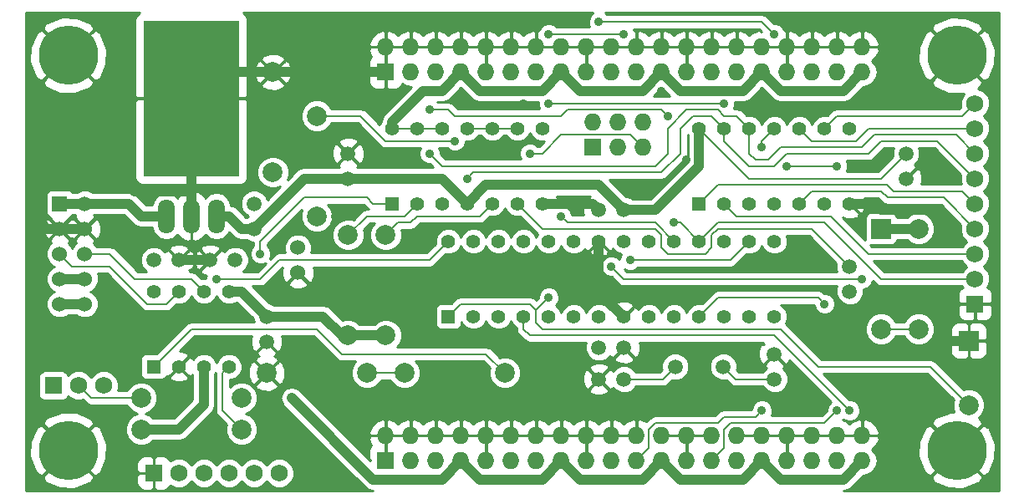
<source format=gbl>
%FSLAX36Y36*%
G04 Gerber Fmt 3.6, Leading zero omitted, Abs format (unit inch)*
G04 Created by KiCad (PCBNEW (2014-jul-16 BZR unknown)-product) date Sat 31 Jan 2015 11:05:03 PM PST*
%MOIN*%
G01*
G04 APERTURE LIST*
%ADD10C,0.003937*%
%ADD11C,0.059100*%
%ADD12C,0.078700*%
%ADD13R,0.078700X0.078700*%
%ADD14R,0.068000X0.068000*%
%ADD15C,0.068000*%
%ADD16R,0.060000X0.060000*%
%ADD17C,0.060000*%
%ADD18O,0.068000X0.068000*%
%ADD19R,0.055000X0.055000*%
%ADD20C,0.055000*%
%ADD21O,0.066900X0.137800*%
%ADD22R,0.380000X0.620000*%
%ADD23C,0.236220*%
%ADD24C,0.035000*%
%ADD25C,0.008000*%
%ADD26C,0.040000*%
%ADD27C,0.010000*%
G04 APERTURE END LIST*
D10*
D11*
X6350000Y-5425000D03*
X6250000Y-5425000D03*
X4475000Y-4950000D03*
X4575000Y-4950000D03*
X6950000Y-5425000D03*
X6950000Y-5325000D03*
X4875000Y-4825000D03*
X4875000Y-4725000D03*
X4800000Y-4950000D03*
X4700000Y-4950000D03*
X6250000Y-5300000D03*
X6350000Y-5300000D03*
X6350000Y-4750000D03*
X6250000Y-4750000D03*
X4925000Y-5175000D03*
X4925000Y-5275000D03*
X5250000Y-4625000D03*
X5250000Y-4525000D03*
X7250000Y-4975000D03*
X7250000Y-5075000D03*
X7475000Y-4525000D03*
X7475000Y-4625000D03*
D12*
X7375000Y-5225000D03*
D13*
X7375000Y-4825000D03*
D14*
X4075000Y-5450000D03*
D15*
X4175000Y-5450000D03*
X4275000Y-5450000D03*
D16*
X4100000Y-4725000D03*
D17*
X4200000Y-4725000D03*
X4100000Y-4825000D03*
X4200000Y-4825000D03*
X4100000Y-4925000D03*
X4200000Y-4925000D03*
X4100000Y-5025000D03*
X4200000Y-5025000D03*
X4100000Y-5125000D03*
X4200000Y-5125000D03*
D14*
X4475000Y-5800000D03*
D15*
X4575000Y-5800000D03*
X4675000Y-5800000D03*
X4775000Y-5800000D03*
X4875000Y-5800000D03*
X4975000Y-5800000D03*
D14*
X5400000Y-4200000D03*
D18*
X5400000Y-4100000D03*
X5500000Y-4200000D03*
X5500000Y-4100000D03*
X5600000Y-4200000D03*
X5600000Y-4100000D03*
X5700000Y-4200000D03*
X5700000Y-4100000D03*
X5800000Y-4200000D03*
X5800000Y-4100000D03*
X5900000Y-4200000D03*
X5900000Y-4100000D03*
X6000000Y-4200000D03*
X6000000Y-4100000D03*
X6100000Y-4200000D03*
X6100000Y-4100000D03*
X6200000Y-4200000D03*
X6200000Y-4100000D03*
X6300000Y-4200000D03*
X6300000Y-4100000D03*
X6400000Y-4200000D03*
X6400000Y-4100000D03*
X6500000Y-4200000D03*
X6500000Y-4100000D03*
X6600000Y-4200000D03*
X6600000Y-4100000D03*
X6700000Y-4200000D03*
X6700000Y-4100000D03*
X6800000Y-4200000D03*
X6800000Y-4100000D03*
X6900000Y-4200000D03*
X6900000Y-4100000D03*
X7000000Y-4200000D03*
X7000000Y-4100000D03*
X7100000Y-4200000D03*
X7100000Y-4100000D03*
X7200000Y-4200000D03*
X7200000Y-4100000D03*
X7300000Y-4200000D03*
X7300000Y-4100000D03*
D14*
X5400000Y-5750000D03*
D18*
X5400000Y-5650000D03*
X5500000Y-5750000D03*
X5500000Y-5650000D03*
X5600000Y-5750000D03*
X5600000Y-5650000D03*
X5700000Y-5750000D03*
X5700000Y-5650000D03*
X5800000Y-5750000D03*
X5800000Y-5650000D03*
X5900000Y-5750000D03*
X5900000Y-5650000D03*
X6000000Y-5750000D03*
X6000000Y-5650000D03*
X6100000Y-5750000D03*
X6100000Y-5650000D03*
X6200000Y-5750000D03*
X6200000Y-5650000D03*
X6300000Y-5750000D03*
X6300000Y-5650000D03*
X6400000Y-5750000D03*
X6400000Y-5650000D03*
X6500000Y-5750000D03*
X6500000Y-5650000D03*
X6600000Y-5750000D03*
X6600000Y-5650000D03*
X6700000Y-5750000D03*
X6700000Y-5650000D03*
X6800000Y-5750000D03*
X6800000Y-5650000D03*
X6900000Y-5750000D03*
X6900000Y-5650000D03*
X7000000Y-5750000D03*
X7000000Y-5650000D03*
X7100000Y-5750000D03*
X7100000Y-5650000D03*
X7200000Y-5750000D03*
X7200000Y-5650000D03*
X7300000Y-5750000D03*
X7300000Y-5650000D03*
D12*
X4950000Y-4200000D03*
X4950000Y-4600000D03*
X5475000Y-5400000D03*
X5875000Y-5400000D03*
X4925000Y-5400000D03*
X5325000Y-5400000D03*
X5250000Y-4850000D03*
X5250000Y-5250000D03*
X5400000Y-4850000D03*
X5400000Y-5250000D03*
X4825000Y-5500000D03*
X4425000Y-5500000D03*
X7525000Y-5225000D03*
X7525000Y-4825000D03*
D13*
X7725000Y-5272000D03*
D12*
X7725000Y-5528000D03*
D19*
X5425000Y-4725000D03*
D20*
X5525000Y-4725000D03*
X5625000Y-4725000D03*
X5725000Y-4725000D03*
X5825000Y-4725000D03*
X5925000Y-4725000D03*
X6025000Y-4725000D03*
X6025000Y-4425000D03*
X5925000Y-4425000D03*
X5825000Y-4425000D03*
X5725000Y-4425000D03*
X5625000Y-4425000D03*
X5525000Y-4425000D03*
X5425000Y-4425000D03*
D21*
X4625000Y-4775000D03*
X4525000Y-4775000D03*
X4725000Y-4775000D03*
D22*
X4625000Y-4305000D03*
D19*
X4475000Y-5375000D03*
D20*
X4575000Y-5375000D03*
X4675000Y-5375000D03*
X4775000Y-5375000D03*
X4775000Y-5075000D03*
X4675000Y-5075000D03*
X4575000Y-5075000D03*
X4475000Y-5075000D03*
X5750000Y-5175000D03*
X5850000Y-5175000D03*
X5950000Y-5175000D03*
X6050000Y-5175000D03*
X6150000Y-5175000D03*
X6250000Y-5175000D03*
X6350000Y-5175000D03*
X6450000Y-5175000D03*
X6550000Y-5175000D03*
X6650000Y-5175000D03*
X6750000Y-5175000D03*
X6850000Y-5175000D03*
X6950000Y-5175000D03*
D19*
X5650000Y-5175000D03*
D20*
X6950000Y-4875000D03*
X6850000Y-4875000D03*
X6750000Y-4875000D03*
X6650000Y-4875000D03*
X6550000Y-4875000D03*
X6450000Y-4875000D03*
X6350000Y-4875000D03*
X6250000Y-4875000D03*
X6150000Y-4875000D03*
X6050000Y-4875000D03*
X5950000Y-4875000D03*
X5850000Y-4875000D03*
X5750000Y-4875000D03*
X5650000Y-4875000D03*
D19*
X6650000Y-4725000D03*
D20*
X6750000Y-4725000D03*
X6850000Y-4725000D03*
X6950000Y-4725000D03*
X7050000Y-4725000D03*
X7150000Y-4725000D03*
X7250000Y-4725000D03*
X7250000Y-4425000D03*
X7150000Y-4425000D03*
X7050000Y-4425000D03*
X6950000Y-4425000D03*
X6850000Y-4425000D03*
X6750000Y-4425000D03*
X6650000Y-4425000D03*
D11*
X6553900Y-5375000D03*
X6746100Y-5375000D03*
D12*
X4825000Y-5625000D03*
X4425000Y-5625000D03*
X5125000Y-4375000D03*
X5125000Y-4775000D03*
D17*
X5050000Y-4900000D03*
X5050000Y-5000000D03*
D14*
X7750000Y-5125000D03*
D15*
X7750000Y-5025000D03*
X7750000Y-4925000D03*
X7750000Y-4825000D03*
X7750000Y-4725000D03*
X7750000Y-4625000D03*
X7750000Y-4525000D03*
X7750000Y-4425000D03*
X7750000Y-4325000D03*
D14*
X6225000Y-4500000D03*
D18*
X6225000Y-4400000D03*
X6325000Y-4500000D03*
X6325000Y-4400000D03*
X6425000Y-4500000D03*
X6425000Y-4400000D03*
D23*
X7677165Y-5708661D03*
X4133858Y-5708661D03*
X7677165Y-4133858D03*
X4133858Y-4133858D03*
D24*
X7250000Y-5550000D03*
X7300000Y-5025000D03*
X6300000Y-4975000D03*
X7150000Y-5125000D03*
X6900000Y-5550000D03*
X7000000Y-4575000D03*
X7200000Y-4575000D03*
X6375000Y-4950000D03*
X6950000Y-4050000D03*
X6250000Y-4000000D03*
X6900000Y-4500000D03*
X6550000Y-4800000D03*
X6100000Y-4775000D03*
X7300000Y-4300000D03*
X7125000Y-4350000D03*
X7300000Y-4575000D03*
X6900000Y-4325000D03*
X7000000Y-4350000D03*
X6500000Y-4275000D03*
X5950000Y-4325000D03*
X6250000Y-5075000D03*
X5750000Y-4975000D03*
X5950000Y-5000000D03*
X6050000Y-5000000D03*
X5850000Y-5000000D03*
X5625000Y-4975000D03*
X5200000Y-4775000D03*
X5775000Y-4525000D03*
X5925000Y-4500000D03*
X6475000Y-4650000D03*
X6600000Y-4550000D03*
X7050000Y-5150000D03*
X7050000Y-4975000D03*
X6850000Y-4975000D03*
X7150000Y-5250000D03*
X7625000Y-4600000D03*
X7625000Y-4975000D03*
X7625000Y-4775000D03*
X6050000Y-5100000D03*
X5975000Y-4525000D03*
X6525000Y-4375000D03*
X5575000Y-4350000D03*
X6050000Y-4325000D03*
X6750000Y-4325000D03*
X6050000Y-4050000D03*
X6350000Y-4050000D03*
X5575000Y-4525000D03*
X5725000Y-4625000D03*
X7200000Y-5550000D03*
X5675000Y-4475000D03*
X4725000Y-5025000D03*
X4900000Y-4925000D03*
X5025000Y-5500000D03*
D25*
X6950000Y-5250000D02*
X7250000Y-5550000D01*
X5950000Y-5225000D02*
X5975000Y-5250000D01*
X5975000Y-5250000D02*
X6950000Y-5250000D01*
X5950000Y-5175000D02*
X5950000Y-5225000D01*
X6300000Y-4975000D02*
X6350000Y-5025000D01*
X6350000Y-5025000D02*
X7300000Y-5025000D01*
X7150000Y-4750000D02*
X7150000Y-4725000D01*
X6725000Y-5100000D02*
X7125000Y-5100000D01*
X7125000Y-5100000D02*
X7150000Y-5125000D01*
X6650000Y-5175000D02*
X6725000Y-5100000D01*
X6900000Y-5550000D02*
X6875000Y-5575000D01*
X6475000Y-5600000D02*
X6450000Y-5625000D01*
X6725000Y-5600000D02*
X6475000Y-5600000D01*
X6750000Y-5575000D02*
X6725000Y-5600000D01*
X6875000Y-5575000D02*
X6750000Y-5575000D01*
X6450000Y-5625000D02*
X6450000Y-5700000D01*
X6450000Y-5700000D02*
X6400000Y-5750000D01*
X7000000Y-4575000D02*
X7200000Y-4575000D01*
X6775000Y-4950000D02*
X6375000Y-4950000D01*
X6850000Y-4875000D02*
X6775000Y-4950000D01*
X6900000Y-4000000D02*
X6950000Y-4050000D01*
X6250000Y-4000000D02*
X6900000Y-4000000D01*
X6900000Y-4475000D02*
X6900000Y-4500000D01*
X6950000Y-4425000D02*
X6900000Y-4475000D01*
X6650000Y-4875000D02*
X6575000Y-4800000D01*
X6575000Y-4800000D02*
X6550000Y-4800000D01*
X6725000Y-4800000D02*
X7150000Y-4800000D01*
X7150000Y-4800000D02*
X7375000Y-5025000D01*
X7375000Y-5025000D02*
X7750000Y-5025000D01*
X6650000Y-4875000D02*
X6725000Y-4800000D01*
X6475000Y-4800000D02*
X6125000Y-4800000D01*
X6125000Y-4800000D02*
X6100000Y-4775000D01*
X6550000Y-4875000D02*
X6475000Y-4800000D01*
X7150000Y-4350000D02*
X7175000Y-4325000D01*
X7175000Y-4325000D02*
X7275000Y-4325000D01*
X7275000Y-4325000D02*
X7300000Y-4300000D01*
X7125000Y-4350000D02*
X7000000Y-4350000D01*
X7125000Y-4350000D02*
X7150000Y-4350000D01*
X6975000Y-4325000D02*
X6900000Y-4325000D01*
X7000000Y-4350000D02*
X6975000Y-4325000D01*
X5625000Y-4975000D02*
X5750000Y-4975000D01*
X5775000Y-5000000D02*
X5750000Y-4975000D01*
X5850000Y-5000000D02*
X5950000Y-5000000D01*
X6125000Y-5000000D02*
X6250000Y-4875000D01*
X6125000Y-5000000D02*
X6050000Y-5000000D01*
X5950000Y-5000000D02*
X6050000Y-5000000D01*
X5850000Y-5000000D02*
X5775000Y-5000000D01*
X5900000Y-4525000D02*
X5775000Y-4525000D01*
X5925000Y-4500000D02*
X5900000Y-4525000D01*
X6500000Y-4650000D02*
X6475000Y-4650000D01*
X6600000Y-4550000D02*
X6500000Y-4650000D01*
D26*
X4200000Y-4825000D02*
X4100000Y-4825000D01*
D25*
X7677165Y-5708661D02*
X7610827Y-5775000D01*
D26*
X4710000Y-4200000D02*
X4625000Y-4115000D01*
X4950000Y-4200000D02*
X4710000Y-4200000D01*
X4625000Y-4675000D02*
X4625000Y-4115000D01*
X4625000Y-4775000D02*
X4625000Y-4675000D01*
X5400000Y-4200000D02*
X4950000Y-4200000D01*
X4700000Y-4950000D02*
X4575000Y-4950000D01*
X4425000Y-4675000D02*
X4400000Y-4675000D01*
X4400000Y-4675000D02*
X4375000Y-4650000D01*
X4375000Y-4650000D02*
X4050000Y-4650000D01*
X4050000Y-4650000D02*
X4025000Y-4675000D01*
X4025000Y-4675000D02*
X4025000Y-4800000D01*
X4025000Y-4800000D02*
X4050000Y-4825000D01*
X4050000Y-4825000D02*
X4100000Y-4825000D01*
X4625000Y-4675000D02*
X4425000Y-4675000D01*
X7050000Y-4975000D02*
X6850000Y-4975000D01*
X7725000Y-5272000D02*
X7628000Y-5272000D01*
X7225000Y-5325000D02*
X7150000Y-5250000D01*
X7575000Y-5325000D02*
X7225000Y-5325000D01*
X7628000Y-5272000D02*
X7575000Y-5325000D01*
X7150000Y-5250000D02*
X7050000Y-5150000D01*
X6250000Y-5075000D02*
X6250000Y-4875000D01*
X6350000Y-5175000D02*
X6250000Y-5075000D01*
X6225000Y-4725000D02*
X6250000Y-4750000D01*
X6025000Y-4725000D02*
X6225000Y-4725000D01*
X7600000Y-4750000D02*
X7625000Y-4775000D01*
X7350000Y-4725000D02*
X7375000Y-4750000D01*
X7375000Y-4750000D02*
X7600000Y-4750000D01*
X7250000Y-4725000D02*
X7350000Y-4725000D01*
D25*
X6025000Y-4825000D02*
X5925000Y-4725000D01*
X7250000Y-4975000D02*
X7100000Y-4825000D01*
X6725000Y-4825000D02*
X6700000Y-4850000D01*
X6700000Y-4850000D02*
X6700000Y-4900000D01*
X6700000Y-4900000D02*
X6675000Y-4925000D01*
X7100000Y-4825000D02*
X6725000Y-4825000D01*
X6475000Y-4825000D02*
X6500000Y-4850000D01*
X6500000Y-4850000D02*
X6500000Y-4900000D01*
X6500000Y-4900000D02*
X6525000Y-4925000D01*
X6525000Y-4925000D02*
X6675000Y-4925000D01*
X6025000Y-4825000D02*
X6475000Y-4825000D01*
X6425000Y-4500000D02*
X6375000Y-4450000D01*
X6050000Y-5100000D02*
X6000000Y-5150000D01*
X6025000Y-4525000D02*
X5975000Y-4525000D01*
X6100000Y-4450000D02*
X6025000Y-4525000D01*
X6375000Y-4450000D02*
X6100000Y-4450000D01*
X7375000Y-5225000D02*
X7525000Y-5225000D01*
X5700000Y-5125000D02*
X5975000Y-5125000D01*
X5975000Y-5125000D02*
X6000000Y-5150000D01*
X6000000Y-5150000D02*
X6000000Y-5200000D01*
X6000000Y-5200000D02*
X6025000Y-5225000D01*
X6025000Y-5225000D02*
X6975000Y-5225000D01*
X6975000Y-5225000D02*
X7125000Y-5375000D01*
X7125000Y-5375000D02*
X7572000Y-5375000D01*
X7572000Y-5375000D02*
X7725000Y-5528000D01*
X5650000Y-5175000D02*
X5700000Y-5125000D01*
X4150000Y-4975000D02*
X4300000Y-4975000D01*
X4300000Y-4975000D02*
X4450000Y-5125000D01*
X4450000Y-5125000D02*
X4525000Y-5125000D01*
X4525000Y-5125000D02*
X4575000Y-5075000D01*
X4100000Y-4925000D02*
X4150000Y-4975000D01*
X5475000Y-4775000D02*
X5525000Y-4725000D01*
X5325000Y-4775000D02*
X5250000Y-4850000D01*
X5475000Y-4775000D02*
X5325000Y-4775000D01*
X5325000Y-5400000D02*
X5475000Y-5400000D01*
X5825000Y-4725000D02*
X5775000Y-4775000D01*
X5525000Y-4775000D02*
X5500000Y-4800000D01*
X5775000Y-4775000D02*
X5525000Y-4775000D01*
X5500000Y-4800000D02*
X5450000Y-4800000D01*
X5450000Y-4800000D02*
X5400000Y-4850000D01*
X4625000Y-5225000D02*
X4475000Y-5375000D01*
X5225000Y-5325000D02*
X5125000Y-5225000D01*
X5125000Y-5225000D02*
X4625000Y-5225000D01*
X5800000Y-5325000D02*
X5225000Y-5325000D01*
X5875000Y-5400000D02*
X5800000Y-5325000D01*
D26*
X4200000Y-4725000D02*
X4100000Y-4725000D01*
X4425000Y-4775000D02*
X4375000Y-4725000D01*
X4375000Y-4725000D02*
X4200000Y-4725000D01*
X4525000Y-4775000D02*
X4425000Y-4775000D01*
D25*
X6503900Y-5425000D02*
X6553900Y-5375000D01*
X6350000Y-5425000D02*
X6503900Y-5425000D01*
X6796100Y-5425000D02*
X6746100Y-5375000D01*
X6950000Y-5425000D02*
X6796100Y-5425000D01*
X4625000Y-5025000D02*
X4400000Y-5025000D01*
X4400000Y-5025000D02*
X4300000Y-4925000D01*
X4300000Y-4925000D02*
X4200000Y-4925000D01*
X4675000Y-5075000D02*
X4625000Y-5025000D01*
X4225000Y-5500000D02*
X4175000Y-5450000D01*
X4425000Y-5500000D02*
X4225000Y-5500000D01*
D26*
X4200000Y-5025000D02*
X4100000Y-5025000D01*
X4200000Y-5125000D02*
X4100000Y-5125000D01*
D25*
X6125000Y-4350000D02*
X6100000Y-4375000D01*
X6500000Y-4350000D02*
X6125000Y-4350000D01*
X6525000Y-4375000D02*
X6500000Y-4350000D01*
X6100000Y-4375000D02*
X5675000Y-4375000D01*
X5675000Y-4375000D02*
X5650000Y-4350000D01*
X5650000Y-4350000D02*
X5575000Y-4350000D01*
X6725000Y-4650000D02*
X7400000Y-4650000D01*
X7700000Y-4675000D02*
X7750000Y-4725000D01*
X6650000Y-4725000D02*
X6725000Y-4650000D01*
X7425000Y-4675000D02*
X7700000Y-4675000D01*
X7400000Y-4650000D02*
X7425000Y-4675000D01*
X6750000Y-4325000D02*
X6050000Y-4325000D01*
X6800000Y-4775000D02*
X7175000Y-4775000D01*
X7175000Y-4775000D02*
X7325000Y-4925000D01*
X7325000Y-4925000D02*
X7750000Y-4925000D01*
X6750000Y-4725000D02*
X6800000Y-4775000D01*
X6350000Y-4050000D02*
X6050000Y-4050000D01*
X7100000Y-4675000D02*
X7375000Y-4675000D01*
X7050000Y-4725000D02*
X7100000Y-4675000D01*
X7625958Y-4700958D02*
X7400958Y-4700958D01*
X7400958Y-4700958D02*
X7375000Y-4675000D01*
X7750000Y-4825000D02*
X7625958Y-4700958D01*
X5575000Y-4525000D02*
X5625000Y-4575000D01*
X6750000Y-4375000D02*
X6725000Y-4350000D01*
X6725000Y-4350000D02*
X6600000Y-4350000D01*
X6800000Y-4375000D02*
X6850000Y-4425000D01*
X6800000Y-4375000D02*
X6750000Y-4375000D01*
X6600000Y-4350000D02*
X6525000Y-4425000D01*
X6525000Y-4525000D02*
X6525000Y-4425000D01*
X6475000Y-4575000D02*
X6525000Y-4525000D01*
X5625000Y-4575000D02*
X6475000Y-4575000D01*
X6850000Y-4525000D02*
X6875000Y-4550000D01*
X6850000Y-4425000D02*
X6850000Y-4525000D01*
X7675000Y-4450000D02*
X7350000Y-4450000D01*
X7350000Y-4450000D02*
X7300000Y-4500000D01*
X7750000Y-4525000D02*
X7675000Y-4450000D01*
X7300000Y-4500000D02*
X6975000Y-4500000D01*
X6925000Y-4550000D02*
X6875000Y-4550000D01*
X6975000Y-4500000D02*
X6925000Y-4550000D01*
X6700000Y-4375000D02*
X6625000Y-4375000D01*
X6750000Y-4425000D02*
X6700000Y-4375000D01*
X5750000Y-4600000D02*
X5725000Y-4625000D01*
X6575000Y-4425000D02*
X6575000Y-4525000D01*
X6575000Y-4525000D02*
X6500000Y-4600000D01*
X6500000Y-4600000D02*
X5750000Y-4600000D01*
X6625000Y-4375000D02*
X6575000Y-4425000D01*
X7000000Y-4525000D02*
X7325000Y-4525000D01*
X6750000Y-4475000D02*
X6850000Y-4575000D01*
X6750000Y-4425000D02*
X6750000Y-4475000D01*
X7600000Y-4475000D02*
X7375000Y-4475000D01*
X7375000Y-4475000D02*
X7325000Y-4525000D01*
X7750000Y-4625000D02*
X7600000Y-4475000D01*
X6950000Y-4575000D02*
X6850000Y-4575000D01*
X7000000Y-4525000D02*
X6950000Y-4575000D01*
X6750000Y-5700000D02*
X6750000Y-5625000D01*
X6750000Y-5625000D02*
X6775000Y-5600000D01*
X6775000Y-5600000D02*
X7150000Y-5600000D01*
X7150000Y-5600000D02*
X7200000Y-5550000D01*
X6700000Y-5750000D02*
X6750000Y-5700000D01*
X7150000Y-4425000D02*
X7200000Y-4375000D01*
X7700000Y-4375000D02*
X7200000Y-4375000D01*
X7750000Y-4325000D02*
X7700000Y-4375000D01*
X7100000Y-4475000D02*
X7275000Y-4475000D01*
X7275000Y-4475000D02*
X7325000Y-4425000D01*
X7325000Y-4425000D02*
X7750000Y-4425000D01*
X7050000Y-4425000D02*
X7100000Y-4475000D01*
X5675000Y-4475000D02*
X5400000Y-4475000D01*
X5400000Y-4475000D02*
X5300000Y-4375000D01*
X5300000Y-4375000D02*
X5125000Y-4375000D01*
X5825000Y-4425000D02*
X5725000Y-4425000D01*
X5925000Y-4425000D02*
X5825000Y-4425000D01*
X4725000Y-5025000D02*
X4900000Y-5025000D01*
X4900000Y-5025000D02*
X4975000Y-4950000D01*
X4975000Y-4950000D02*
X5575000Y-4950000D01*
X5575000Y-4950000D02*
X5650000Y-4875000D01*
X4900000Y-4875000D02*
X4900000Y-4925000D01*
X5075000Y-4700000D02*
X4900000Y-4875000D01*
X5100000Y-4700000D02*
X5075000Y-4700000D01*
X5325000Y-4700000D02*
X5100000Y-4700000D01*
X5350000Y-4725000D02*
X5325000Y-4700000D01*
X5425000Y-4725000D02*
X5350000Y-4725000D01*
X4750000Y-5400000D02*
X4750000Y-5550000D01*
X4750000Y-5550000D02*
X4825000Y-5625000D01*
X4775000Y-5375000D02*
X4750000Y-5400000D01*
D26*
X5425000Y-4425000D02*
X5425000Y-4400000D01*
X5425000Y-4400000D02*
X5550000Y-4275000D01*
X6350000Y-4750000D02*
X6475000Y-4750000D01*
X6650000Y-4575000D02*
X6650000Y-4425000D01*
X6475000Y-4750000D02*
X6650000Y-4575000D01*
D25*
X5525000Y-4425000D02*
X5425000Y-4425000D01*
X5625000Y-4425000D02*
X5525000Y-4425000D01*
X6500000Y-5750000D02*
X6475000Y-5750000D01*
D26*
X4825000Y-5075000D02*
X4775000Y-5075000D01*
X4925000Y-5175000D02*
X4825000Y-5075000D01*
X4825000Y-4825000D02*
X4875000Y-4825000D01*
X4775000Y-4775000D02*
X4825000Y-4825000D01*
X4725000Y-4775000D02*
X4775000Y-4775000D01*
X7225000Y-4275000D02*
X6975000Y-4275000D01*
X6975000Y-4275000D02*
X6900000Y-4200000D01*
X7300000Y-4200000D02*
X7225000Y-4275000D01*
X6825000Y-4275000D02*
X6575000Y-4275000D01*
X6575000Y-4275000D02*
X6500000Y-4200000D01*
X6900000Y-4200000D02*
X6825000Y-4275000D01*
X6425000Y-4275000D02*
X6175000Y-4275000D01*
X6175000Y-4275000D02*
X6100000Y-4200000D01*
X6500000Y-4200000D02*
X6425000Y-4275000D01*
X6025000Y-4275000D02*
X5775000Y-4275000D01*
X5775000Y-4275000D02*
X5700000Y-4200000D01*
X6100000Y-4200000D02*
X6025000Y-4275000D01*
X5625000Y-4275000D02*
X5550000Y-4275000D01*
X5700000Y-4200000D02*
X5625000Y-4275000D01*
X5075000Y-4625000D02*
X5250000Y-4625000D01*
X4875000Y-4825000D02*
X5075000Y-4625000D01*
X5625000Y-4625000D02*
X5725000Y-4725000D01*
X5250000Y-4625000D02*
X5625000Y-4625000D01*
X6250000Y-4650000D02*
X5800000Y-4650000D01*
X5800000Y-4650000D02*
X5725000Y-4725000D01*
X6350000Y-4750000D02*
X6250000Y-4650000D01*
X7525000Y-4825000D02*
X7375000Y-4825000D01*
X7225000Y-5825000D02*
X6975000Y-5825000D01*
X6975000Y-5825000D02*
X6900000Y-5750000D01*
X7300000Y-5750000D02*
X7225000Y-5825000D01*
X6825000Y-5825000D02*
X6575000Y-5825000D01*
X6575000Y-5825000D02*
X6500000Y-5750000D01*
X6900000Y-5750000D02*
X6825000Y-5825000D01*
X6425000Y-5825000D02*
X6175000Y-5825000D01*
X6175000Y-5825000D02*
X6100000Y-5750000D01*
X6500000Y-5750000D02*
X6425000Y-5825000D01*
X6025000Y-5825000D02*
X5775000Y-5825000D01*
X5775000Y-5825000D02*
X5700000Y-5750000D01*
X6100000Y-5750000D02*
X6025000Y-5825000D01*
X5700000Y-5750000D02*
X5625000Y-5825000D01*
X5400000Y-5250000D02*
X5225000Y-5250000D01*
X5150000Y-5175000D02*
X4925000Y-5175000D01*
X5225000Y-5250000D02*
X5150000Y-5175000D01*
X4575000Y-5625000D02*
X4675000Y-5525000D01*
X4675000Y-5525000D02*
X4675000Y-5375000D01*
X4425000Y-5625000D02*
X4575000Y-5625000D01*
X5350000Y-5825000D02*
X5025000Y-5500000D01*
X5625000Y-5825000D02*
X5350000Y-5825000D01*
D25*
X7375000Y-4625000D02*
X6850000Y-4625000D01*
X6850000Y-4625000D02*
X6650000Y-4425000D01*
X7475000Y-4525000D02*
X7375000Y-4625000D01*
D27*
G36*
X6005204Y-4845980D02*
X5999996Y-4858521D01*
X5994533Y-4845300D01*
X5979778Y-4830519D01*
X5960489Y-4822509D01*
X5939603Y-4822491D01*
X5920300Y-4830467D01*
X5905519Y-4845222D01*
X5899996Y-4858521D01*
X5894533Y-4845300D01*
X5879778Y-4830519D01*
X5860489Y-4822509D01*
X5839603Y-4822491D01*
X5820300Y-4830467D01*
X5805519Y-4845222D01*
X5799996Y-4858521D01*
X5794533Y-4845300D01*
X5779778Y-4830519D01*
X5760489Y-4822509D01*
X5739603Y-4822491D01*
X5720300Y-4830467D01*
X5705519Y-4845222D01*
X5699996Y-4858521D01*
X5694533Y-4845300D01*
X5679778Y-4830519D01*
X5660489Y-4822509D01*
X5639603Y-4822491D01*
X5620300Y-4830467D01*
X5605519Y-4845222D01*
X5597509Y-4864511D01*
X5597491Y-4885397D01*
X5597812Y-4886175D01*
X5562988Y-4921000D01*
X5100833Y-4921000D01*
X5104990Y-4910988D01*
X5105010Y-4889108D01*
X5096654Y-4868886D01*
X5081196Y-4853400D01*
X5060988Y-4845010D01*
X5039108Y-4844990D01*
X5018886Y-4853346D01*
X5003400Y-4868804D01*
X4995010Y-4889012D01*
X4994990Y-4910892D01*
X4999167Y-4921000D01*
X4975000Y-4921000D01*
X4963902Y-4923207D01*
X4954494Y-4929494D01*
X4936809Y-4947179D01*
X4942493Y-4933491D01*
X4942507Y-4916583D01*
X4936051Y-4900957D01*
X4929000Y-4893894D01*
X4929000Y-4887012D01*
X5065485Y-4750527D01*
X5060661Y-4762144D01*
X5060639Y-4787744D01*
X5070415Y-4811404D01*
X5088501Y-4829521D01*
X5112144Y-4839339D01*
X5137744Y-4839361D01*
X5161404Y-4829585D01*
X5179521Y-4811499D01*
X5189339Y-4787856D01*
X5189361Y-4762256D01*
X5179585Y-4738596D01*
X5170006Y-4729000D01*
X5312988Y-4729000D01*
X5329494Y-4745506D01*
X5330233Y-4746000D01*
X5325000Y-4746000D01*
X5313902Y-4748207D01*
X5304494Y-4754494D01*
X5270255Y-4788733D01*
X5262856Y-4785661D01*
X5237256Y-4785639D01*
X5213596Y-4795415D01*
X5195479Y-4813501D01*
X5185661Y-4837144D01*
X5185639Y-4862744D01*
X5195415Y-4886404D01*
X5213501Y-4904521D01*
X5237144Y-4914339D01*
X5262744Y-4914361D01*
X5286404Y-4904585D01*
X5304521Y-4886499D01*
X5314339Y-4862856D01*
X5314361Y-4837256D01*
X5311260Y-4829752D01*
X5337012Y-4804000D01*
X5354996Y-4804000D01*
X5345479Y-4813501D01*
X5335661Y-4837144D01*
X5335639Y-4862744D01*
X5345415Y-4886404D01*
X5363501Y-4904521D01*
X5387144Y-4914339D01*
X5412744Y-4914361D01*
X5436404Y-4904585D01*
X5454521Y-4886499D01*
X5464339Y-4862856D01*
X5464361Y-4837256D01*
X5461260Y-4829752D01*
X5462012Y-4829000D01*
X5500000Y-4829000D01*
X5511098Y-4826793D01*
X5520506Y-4820506D01*
X5537012Y-4804000D01*
X5775000Y-4804000D01*
X5786098Y-4801793D01*
X5795506Y-4795506D01*
X5813812Y-4777200D01*
X5814511Y-4777491D01*
X5835397Y-4777509D01*
X5854700Y-4769533D01*
X5869481Y-4754778D01*
X5875004Y-4741478D01*
X5880467Y-4754700D01*
X5895222Y-4769481D01*
X5914511Y-4777491D01*
X5935397Y-4777509D01*
X5936175Y-4777188D01*
X6004494Y-4845506D01*
X6005204Y-4845980D01*
X6005204Y-4845980D01*
G37*
X6005204Y-4845980D02*
X5999996Y-4858521D01*
X5994533Y-4845300D01*
X5979778Y-4830519D01*
X5960489Y-4822509D01*
X5939603Y-4822491D01*
X5920300Y-4830467D01*
X5905519Y-4845222D01*
X5899996Y-4858521D01*
X5894533Y-4845300D01*
X5879778Y-4830519D01*
X5860489Y-4822509D01*
X5839603Y-4822491D01*
X5820300Y-4830467D01*
X5805519Y-4845222D01*
X5799996Y-4858521D01*
X5794533Y-4845300D01*
X5779778Y-4830519D01*
X5760489Y-4822509D01*
X5739603Y-4822491D01*
X5720300Y-4830467D01*
X5705519Y-4845222D01*
X5699996Y-4858521D01*
X5694533Y-4845300D01*
X5679778Y-4830519D01*
X5660489Y-4822509D01*
X5639603Y-4822491D01*
X5620300Y-4830467D01*
X5605519Y-4845222D01*
X5597509Y-4864511D01*
X5597491Y-4885397D01*
X5597812Y-4886175D01*
X5562988Y-4921000D01*
X5100833Y-4921000D01*
X5104990Y-4910988D01*
X5105010Y-4889108D01*
X5096654Y-4868886D01*
X5081196Y-4853400D01*
X5060988Y-4845010D01*
X5039108Y-4844990D01*
X5018886Y-4853346D01*
X5003400Y-4868804D01*
X4995010Y-4889012D01*
X4994990Y-4910892D01*
X4999167Y-4921000D01*
X4975000Y-4921000D01*
X4963902Y-4923207D01*
X4954494Y-4929494D01*
X4936809Y-4947179D01*
X4942493Y-4933491D01*
X4942507Y-4916583D01*
X4936051Y-4900957D01*
X4929000Y-4893894D01*
X4929000Y-4887012D01*
X5065485Y-4750527D01*
X5060661Y-4762144D01*
X5060639Y-4787744D01*
X5070415Y-4811404D01*
X5088501Y-4829521D01*
X5112144Y-4839339D01*
X5137744Y-4839361D01*
X5161404Y-4829585D01*
X5179521Y-4811499D01*
X5189339Y-4787856D01*
X5189361Y-4762256D01*
X5179585Y-4738596D01*
X5170006Y-4729000D01*
X5312988Y-4729000D01*
X5329494Y-4745506D01*
X5330233Y-4746000D01*
X5325000Y-4746000D01*
X5313902Y-4748207D01*
X5304494Y-4754494D01*
X5270255Y-4788733D01*
X5262856Y-4785661D01*
X5237256Y-4785639D01*
X5213596Y-4795415D01*
X5195479Y-4813501D01*
X5185661Y-4837144D01*
X5185639Y-4862744D01*
X5195415Y-4886404D01*
X5213501Y-4904521D01*
X5237144Y-4914339D01*
X5262744Y-4914361D01*
X5286404Y-4904585D01*
X5304521Y-4886499D01*
X5314339Y-4862856D01*
X5314361Y-4837256D01*
X5311260Y-4829752D01*
X5337012Y-4804000D01*
X5354996Y-4804000D01*
X5345479Y-4813501D01*
X5335661Y-4837144D01*
X5335639Y-4862744D01*
X5345415Y-4886404D01*
X5363501Y-4904521D01*
X5387144Y-4914339D01*
X5412744Y-4914361D01*
X5436404Y-4904585D01*
X5454521Y-4886499D01*
X5464339Y-4862856D01*
X5464361Y-4837256D01*
X5461260Y-4829752D01*
X5462012Y-4829000D01*
X5500000Y-4829000D01*
X5511098Y-4826793D01*
X5520506Y-4820506D01*
X5537012Y-4804000D01*
X5775000Y-4804000D01*
X5786098Y-4801793D01*
X5795506Y-4795506D01*
X5813812Y-4777200D01*
X5814511Y-4777491D01*
X5835397Y-4777509D01*
X5854700Y-4769533D01*
X5869481Y-4754778D01*
X5875004Y-4741478D01*
X5880467Y-4754700D01*
X5895222Y-4769481D01*
X5914511Y-4777491D01*
X5935397Y-4777509D01*
X5936175Y-4777188D01*
X6004494Y-4845506D01*
X6005204Y-4845980D01*
G36*
X6012692Y-4346000D02*
X5687012Y-4346000D01*
X5670506Y-4329494D01*
X5661098Y-4323207D01*
X5650000Y-4321000D01*
X5606102Y-4321000D01*
X5605104Y-4320000D01*
X5625000Y-4320000D01*
X5642221Y-4316575D01*
X5656820Y-4306820D01*
X5700000Y-4263640D01*
X5743180Y-4306820D01*
X5757779Y-4316575D01*
X5775000Y-4320000D01*
X6007504Y-4320000D01*
X6007493Y-4333417D01*
X6012692Y-4346000D01*
X6012692Y-4346000D01*
G37*
X6012692Y-4346000D02*
X5687012Y-4346000D01*
X5670506Y-4329494D01*
X5661098Y-4323207D01*
X5650000Y-4321000D01*
X5606102Y-4321000D01*
X5605104Y-4320000D01*
X5625000Y-4320000D01*
X5642221Y-4316575D01*
X5656820Y-4306820D01*
X5700000Y-4263640D01*
X5743180Y-4306820D01*
X5757779Y-4316575D01*
X5775000Y-4320000D01*
X6007504Y-4320000D01*
X6007493Y-4333417D01*
X6012692Y-4346000D01*
G36*
X6026971Y-4725557D02*
X6025557Y-4726971D01*
X6025000Y-4726414D01*
X6024443Y-4726971D01*
X6023029Y-4725557D01*
X6023586Y-4725000D01*
X6023029Y-4724443D01*
X6024443Y-4723029D01*
X6025000Y-4723586D01*
X6025557Y-4723029D01*
X6026971Y-4724443D01*
X6026414Y-4725000D01*
X6026971Y-4725557D01*
X6026971Y-4725557D01*
G37*
X6026971Y-4725557D02*
X6025557Y-4726971D01*
X6025000Y-4726414D01*
X6024443Y-4726971D01*
X6023029Y-4725557D01*
X6023586Y-4725000D01*
X6023029Y-4724443D01*
X6024443Y-4723029D01*
X6025000Y-4723586D01*
X6025557Y-4723029D01*
X6026971Y-4724443D01*
X6026414Y-4725000D01*
X6026971Y-4725557D01*
G36*
X6031482Y-4477506D02*
X6012988Y-4496000D01*
X6006102Y-4496000D01*
X5999106Y-4488991D01*
X5983491Y-4482507D01*
X5966583Y-4482493D01*
X5950957Y-4488949D01*
X5938991Y-4500894D01*
X5932507Y-4516509D01*
X5932493Y-4533417D01*
X5937692Y-4546000D01*
X5637012Y-4546000D01*
X5617499Y-4526486D01*
X5617507Y-4516583D01*
X5612308Y-4504000D01*
X5643898Y-4504000D01*
X5650894Y-4511009D01*
X5666509Y-4517493D01*
X5683417Y-4517507D01*
X5699043Y-4511051D01*
X5711009Y-4499106D01*
X5717493Y-4483491D01*
X5717498Y-4477493D01*
X5735397Y-4477509D01*
X5754700Y-4469533D01*
X5769481Y-4454778D01*
X5769804Y-4454000D01*
X5780177Y-4454000D01*
X5780467Y-4454700D01*
X5795222Y-4469481D01*
X5814511Y-4477491D01*
X5835397Y-4477509D01*
X5854700Y-4469533D01*
X5869481Y-4454778D01*
X5869804Y-4454000D01*
X5880177Y-4454000D01*
X5880467Y-4454700D01*
X5895222Y-4469481D01*
X5914511Y-4477491D01*
X5935397Y-4477509D01*
X5954700Y-4469533D01*
X5969481Y-4454778D01*
X5975004Y-4441478D01*
X5980467Y-4454700D01*
X5995222Y-4469481D01*
X6014511Y-4477491D01*
X6031482Y-4477506D01*
X6031482Y-4477506D01*
G37*
X6031482Y-4477506D02*
X6012988Y-4496000D01*
X6006102Y-4496000D01*
X5999106Y-4488991D01*
X5983491Y-4482507D01*
X5966583Y-4482493D01*
X5950957Y-4488949D01*
X5938991Y-4500894D01*
X5932507Y-4516509D01*
X5932493Y-4533417D01*
X5937692Y-4546000D01*
X5637012Y-4546000D01*
X5617499Y-4526486D01*
X5617507Y-4516583D01*
X5612308Y-4504000D01*
X5643898Y-4504000D01*
X5650894Y-4511009D01*
X5666509Y-4517493D01*
X5683417Y-4517507D01*
X5699043Y-4511051D01*
X5711009Y-4499106D01*
X5717493Y-4483491D01*
X5717498Y-4477493D01*
X5735397Y-4477509D01*
X5754700Y-4469533D01*
X5769481Y-4454778D01*
X5769804Y-4454000D01*
X5780177Y-4454000D01*
X5780467Y-4454700D01*
X5795222Y-4469481D01*
X5814511Y-4477491D01*
X5835397Y-4477509D01*
X5854700Y-4469533D01*
X5869481Y-4454778D01*
X5869804Y-4454000D01*
X5880177Y-4454000D01*
X5880467Y-4454700D01*
X5895222Y-4469481D01*
X5914511Y-4477491D01*
X5935397Y-4477509D01*
X5954700Y-4469533D01*
X5969481Y-4454778D01*
X5975004Y-4441478D01*
X5980467Y-4454700D01*
X5995222Y-4469481D01*
X6014511Y-4477491D01*
X6031482Y-4477506D01*
G36*
X6251971Y-4750557D02*
X6250557Y-4751971D01*
X6250000Y-4751414D01*
X6249443Y-4751971D01*
X6248029Y-4750557D01*
X6248586Y-4750000D01*
X6208948Y-4710363D01*
X6196173Y-4712129D01*
X6185778Y-4735610D01*
X6185160Y-4761282D01*
X6188913Y-4771000D01*
X6142504Y-4771000D01*
X6142507Y-4766583D01*
X6136051Y-4750957D01*
X6124106Y-4738991D01*
X6108491Y-4732507D01*
X6091583Y-4732493D01*
X6087299Y-4734263D01*
X6087776Y-4714045D01*
X6080408Y-4695000D01*
X6213884Y-4695000D01*
X6212129Y-4696173D01*
X6210363Y-4708948D01*
X6250000Y-4748586D01*
X6250557Y-4748029D01*
X6251971Y-4749443D01*
X6251414Y-4750000D01*
X6251971Y-4750557D01*
X6251971Y-4750557D01*
G37*
X6251971Y-4750557D02*
X6250557Y-4751971D01*
X6250000Y-4751414D01*
X6249443Y-4751971D01*
X6248029Y-4750557D01*
X6248586Y-4750000D01*
X6208948Y-4710363D01*
X6196173Y-4712129D01*
X6185778Y-4735610D01*
X6185160Y-4761282D01*
X6188913Y-4771000D01*
X6142504Y-4771000D01*
X6142507Y-4766583D01*
X6136051Y-4750957D01*
X6124106Y-4738991D01*
X6108491Y-4732507D01*
X6091583Y-4732493D01*
X6087299Y-4734263D01*
X6087776Y-4714045D01*
X6080408Y-4695000D01*
X6213884Y-4695000D01*
X6212129Y-4696173D01*
X6210363Y-4708948D01*
X6250000Y-4748586D01*
X6250557Y-4748029D01*
X6251971Y-4749443D01*
X6251414Y-4750000D01*
X6251971Y-4750557D01*
G36*
X6426787Y-4401000D02*
X6426000Y-4401000D01*
X6426000Y-4401787D01*
X6424000Y-4401787D01*
X6424000Y-4401000D01*
X6423213Y-4401000D01*
X6423213Y-4399000D01*
X6424000Y-4399000D01*
X6424000Y-4398213D01*
X6426000Y-4398213D01*
X6426000Y-4399000D01*
X6426787Y-4399000D01*
X6426787Y-4401000D01*
X6426787Y-4401000D01*
G37*
X6426787Y-4401000D02*
X6426000Y-4401000D01*
X6426000Y-4401787D01*
X6424000Y-4401787D01*
X6424000Y-4401000D01*
X6423213Y-4401000D01*
X6423213Y-4399000D01*
X6424000Y-4399000D01*
X6424000Y-4398213D01*
X6426000Y-4398213D01*
X6426000Y-4399000D01*
X6426787Y-4399000D01*
X6426787Y-4401000D01*
G36*
X6532360Y-4296000D02*
X6467640Y-4296000D01*
X6500000Y-4263640D01*
X6532360Y-4296000D01*
X6532360Y-4296000D01*
G37*
X6532360Y-4296000D02*
X6467640Y-4296000D01*
X6500000Y-4263640D01*
X6532360Y-4296000D01*
G36*
X6605000Y-4556360D02*
X6456360Y-4705000D01*
X6382157Y-4705000D01*
X6380940Y-4703782D01*
X6360898Y-4695459D01*
X6359098Y-4695458D01*
X6292640Y-4629000D01*
X6500000Y-4629000D01*
X6511098Y-4626793D01*
X6520506Y-4620506D01*
X6595506Y-4545506D01*
X6601793Y-4536098D01*
X6601793Y-4536098D01*
X6604000Y-4525000D01*
X6604000Y-4451150D01*
X6605000Y-4453571D01*
X6605000Y-4556360D01*
X6605000Y-4556360D01*
G37*
X6605000Y-4556360D02*
X6456360Y-4705000D01*
X6382157Y-4705000D01*
X6380940Y-4703782D01*
X6360898Y-4695459D01*
X6359098Y-4695458D01*
X6292640Y-4629000D01*
X6500000Y-4629000D01*
X6511098Y-4626793D01*
X6520506Y-4620506D01*
X6595506Y-4545506D01*
X6601793Y-4536098D01*
X6601793Y-4536098D01*
X6604000Y-4525000D01*
X6604000Y-4451150D01*
X6605000Y-4453571D01*
X6605000Y-4556360D01*
G36*
X6701787Y-5651000D02*
X6701000Y-5651000D01*
X6701000Y-5651787D01*
X6699000Y-5651787D01*
X6699000Y-5651000D01*
X6660242Y-5651000D01*
X6639758Y-5651000D01*
X6601000Y-5651000D01*
X6601000Y-5689757D01*
X6601000Y-5710243D01*
X6601000Y-5749000D01*
X6601787Y-5749000D01*
X6601787Y-5751000D01*
X6601000Y-5751000D01*
X6601000Y-5751787D01*
X6599000Y-5751787D01*
X6599000Y-5751000D01*
X6598213Y-5751000D01*
X6598213Y-5749000D01*
X6599000Y-5749000D01*
X6599000Y-5710243D01*
X6599000Y-5689757D01*
X6599000Y-5651000D01*
X6560242Y-5651000D01*
X6539758Y-5651000D01*
X6501000Y-5651000D01*
X6501000Y-5651787D01*
X6499000Y-5651787D01*
X6499000Y-5651000D01*
X6498213Y-5651000D01*
X6498213Y-5649000D01*
X6499000Y-5649000D01*
X6499000Y-5648213D01*
X6501000Y-5648213D01*
X6501000Y-5649000D01*
X6539758Y-5649000D01*
X6560242Y-5649000D01*
X6599000Y-5649000D01*
X6599000Y-5648213D01*
X6601000Y-5648213D01*
X6601000Y-5649000D01*
X6639758Y-5649000D01*
X6660242Y-5649000D01*
X6699000Y-5649000D01*
X6699000Y-5648213D01*
X6701000Y-5648213D01*
X6701000Y-5649000D01*
X6701787Y-5649000D01*
X6701787Y-5651000D01*
X6701787Y-5651000D01*
G37*
X6701787Y-5651000D02*
X6701000Y-5651000D01*
X6701000Y-5651787D01*
X6699000Y-5651787D01*
X6699000Y-5651000D01*
X6660242Y-5651000D01*
X6639758Y-5651000D01*
X6601000Y-5651000D01*
X6601000Y-5689757D01*
X6601000Y-5710243D01*
X6601000Y-5749000D01*
X6601787Y-5749000D01*
X6601787Y-5751000D01*
X6601000Y-5751000D01*
X6601000Y-5751787D01*
X6599000Y-5751787D01*
X6599000Y-5751000D01*
X6598213Y-5751000D01*
X6598213Y-5749000D01*
X6599000Y-5749000D01*
X6599000Y-5710243D01*
X6599000Y-5689757D01*
X6599000Y-5651000D01*
X6560242Y-5651000D01*
X6539758Y-5651000D01*
X6501000Y-5651000D01*
X6501000Y-5651787D01*
X6499000Y-5651787D01*
X6499000Y-5651000D01*
X6498213Y-5651000D01*
X6498213Y-5649000D01*
X6499000Y-5649000D01*
X6499000Y-5648213D01*
X6501000Y-5648213D01*
X6501000Y-5649000D01*
X6539758Y-5649000D01*
X6560242Y-5649000D01*
X6599000Y-5649000D01*
X6599000Y-5648213D01*
X6601000Y-5648213D01*
X6601000Y-5649000D01*
X6639758Y-5649000D01*
X6660242Y-5649000D01*
X6699000Y-5649000D01*
X6699000Y-5648213D01*
X6701000Y-5648213D01*
X6701000Y-5649000D01*
X6701787Y-5649000D01*
X6701787Y-5651000D01*
G36*
X7199654Y-4996000D02*
X6362012Y-4996000D01*
X6352821Y-4986809D01*
X6366509Y-4992493D01*
X6383417Y-4992507D01*
X6399043Y-4986051D01*
X6406106Y-4979000D01*
X6775000Y-4979000D01*
X6786098Y-4976793D01*
X6795506Y-4970506D01*
X6838812Y-4927200D01*
X6839511Y-4927491D01*
X6860397Y-4927509D01*
X6879700Y-4919533D01*
X6894481Y-4904778D01*
X6900004Y-4891478D01*
X6905467Y-4904700D01*
X6920222Y-4919481D01*
X6939511Y-4927491D01*
X6960397Y-4927509D01*
X6979700Y-4919533D01*
X6994481Y-4904778D01*
X7002491Y-4885489D01*
X7002509Y-4864603D01*
X6998128Y-4854000D01*
X7087988Y-4854000D01*
X7196231Y-4962243D01*
X7195459Y-4964102D01*
X7195441Y-4985803D01*
X7199654Y-4996000D01*
X7199654Y-4996000D01*
G37*
X7199654Y-4996000D02*
X6362012Y-4996000D01*
X6352821Y-4986809D01*
X6366509Y-4992493D01*
X6383417Y-4992507D01*
X6399043Y-4986051D01*
X6406106Y-4979000D01*
X6775000Y-4979000D01*
X6786098Y-4976793D01*
X6795506Y-4970506D01*
X6838812Y-4927200D01*
X6839511Y-4927491D01*
X6860397Y-4927509D01*
X6879700Y-4919533D01*
X6894481Y-4904778D01*
X6900004Y-4891478D01*
X6905467Y-4904700D01*
X6920222Y-4919481D01*
X6939511Y-4927491D01*
X6960397Y-4927509D01*
X6979700Y-4919533D01*
X6994481Y-4904778D01*
X7002491Y-4885489D01*
X7002509Y-4864603D01*
X6998128Y-4854000D01*
X7087988Y-4854000D01*
X7196231Y-4962243D01*
X7195459Y-4964102D01*
X7195441Y-4985803D01*
X7199654Y-4996000D01*
G36*
X7424654Y-4504000D02*
X7420459Y-4514102D01*
X7420441Y-4535803D01*
X7421243Y-4537745D01*
X7362988Y-4596000D01*
X7237298Y-4596000D01*
X7242493Y-4583491D01*
X7242507Y-4566583D01*
X7237308Y-4554000D01*
X7325000Y-4554000D01*
X7336098Y-4551793D01*
X7345506Y-4545506D01*
X7387012Y-4504000D01*
X7424654Y-4504000D01*
X7424654Y-4504000D01*
G37*
X7424654Y-4504000D02*
X7420459Y-4514102D01*
X7420441Y-4535803D01*
X7421243Y-4537745D01*
X7362988Y-4596000D01*
X7237298Y-4596000D01*
X7242493Y-4583491D01*
X7242507Y-4566583D01*
X7237308Y-4554000D01*
X7325000Y-4554000D01*
X7336098Y-4551793D01*
X7345506Y-4545506D01*
X7387012Y-4504000D01*
X7424654Y-4504000D01*
G36*
X7694839Y-4646000D02*
X7536296Y-4646000D01*
X7539222Y-4639390D01*
X7539840Y-4613718D01*
X7530587Y-4589763D01*
X7528827Y-4587129D01*
X7516052Y-4585363D01*
X7476414Y-4625000D01*
X7476971Y-4625557D01*
X7475557Y-4626971D01*
X7475000Y-4626414D01*
X7474443Y-4626971D01*
X7473029Y-4625557D01*
X7473586Y-4625000D01*
X7473029Y-4624443D01*
X7474443Y-4623029D01*
X7475000Y-4623586D01*
X7514637Y-4583948D01*
X7512871Y-4571173D01*
X7508083Y-4569053D01*
X7521218Y-4555940D01*
X7529541Y-4535898D01*
X7529559Y-4514197D01*
X7525346Y-4504000D01*
X7587988Y-4504000D01*
X7692826Y-4608839D01*
X7691010Y-4613213D01*
X7690990Y-4636684D01*
X7694839Y-4646000D01*
X7694839Y-4646000D01*
G37*
X7694839Y-4646000D02*
X7536296Y-4646000D01*
X7539222Y-4639390D01*
X7539840Y-4613718D01*
X7530587Y-4589763D01*
X7528827Y-4587129D01*
X7516052Y-4585363D01*
X7476414Y-4625000D01*
X7476971Y-4625557D01*
X7475557Y-4626971D01*
X7475000Y-4626414D01*
X7474443Y-4626971D01*
X7473029Y-4625557D01*
X7473586Y-4625000D01*
X7473029Y-4624443D01*
X7474443Y-4623029D01*
X7475000Y-4623586D01*
X7514637Y-4583948D01*
X7512871Y-4571173D01*
X7508083Y-4569053D01*
X7521218Y-4555940D01*
X7529541Y-4535898D01*
X7529559Y-4514197D01*
X7525346Y-4504000D01*
X7587988Y-4504000D01*
X7692826Y-4608839D01*
X7691010Y-4613213D01*
X7690990Y-4636684D01*
X7694839Y-4646000D01*
G36*
X7716572Y-4875004D02*
X7700011Y-4891536D01*
X7698158Y-4896000D01*
X7337012Y-4896000D01*
X7330139Y-4889127D01*
X7330677Y-4889350D01*
X7340623Y-4889350D01*
X7419323Y-4889350D01*
X7428511Y-4885544D01*
X7435544Y-4878511D01*
X7439069Y-4870000D01*
X7478996Y-4870000D01*
X7488501Y-4879521D01*
X7512144Y-4889339D01*
X7537744Y-4889361D01*
X7561404Y-4879585D01*
X7579521Y-4861499D01*
X7589339Y-4837856D01*
X7589361Y-4812256D01*
X7579585Y-4788596D01*
X7561499Y-4770479D01*
X7537856Y-4760661D01*
X7512256Y-4760639D01*
X7488596Y-4770415D01*
X7478994Y-4780000D01*
X7439069Y-4780000D01*
X7435544Y-4771489D01*
X7428511Y-4764456D01*
X7419323Y-4760650D01*
X7409377Y-4760650D01*
X7330677Y-4760650D01*
X7321489Y-4764456D01*
X7314456Y-4771489D01*
X7310650Y-4780677D01*
X7310650Y-4790623D01*
X7310650Y-4869323D01*
X7310873Y-4869861D01*
X7221944Y-4780932D01*
X7236098Y-4787190D01*
X7260955Y-4787776D01*
X7284145Y-4778805D01*
X7286643Y-4777136D01*
X7288159Y-4764573D01*
X7250000Y-4726414D01*
X7249443Y-4726971D01*
X7248029Y-4725557D01*
X7248586Y-4725000D01*
X7248029Y-4724443D01*
X7249443Y-4723029D01*
X7250000Y-4723586D01*
X7250557Y-4723029D01*
X7251971Y-4724443D01*
X7251414Y-4725000D01*
X7289573Y-4763159D01*
X7302136Y-4761643D01*
X7312190Y-4738902D01*
X7312776Y-4714045D01*
X7308890Y-4704000D01*
X7362988Y-4704000D01*
X7380452Y-4721464D01*
X7389860Y-4727751D01*
X7400958Y-4729958D01*
X7613946Y-4729958D01*
X7692826Y-4808839D01*
X7691010Y-4813213D01*
X7690990Y-4836684D01*
X7699953Y-4858377D01*
X7716536Y-4874989D01*
X7716572Y-4875004D01*
X7716572Y-4875004D01*
G37*
X7716572Y-4875004D02*
X7700011Y-4891536D01*
X7698158Y-4896000D01*
X7337012Y-4896000D01*
X7330139Y-4889127D01*
X7330677Y-4889350D01*
X7340623Y-4889350D01*
X7419323Y-4889350D01*
X7428511Y-4885544D01*
X7435544Y-4878511D01*
X7439069Y-4870000D01*
X7478996Y-4870000D01*
X7488501Y-4879521D01*
X7512144Y-4889339D01*
X7537744Y-4889361D01*
X7561404Y-4879585D01*
X7579521Y-4861499D01*
X7589339Y-4837856D01*
X7589361Y-4812256D01*
X7579585Y-4788596D01*
X7561499Y-4770479D01*
X7537856Y-4760661D01*
X7512256Y-4760639D01*
X7488596Y-4770415D01*
X7478994Y-4780000D01*
X7439069Y-4780000D01*
X7435544Y-4771489D01*
X7428511Y-4764456D01*
X7419323Y-4760650D01*
X7409377Y-4760650D01*
X7330677Y-4760650D01*
X7321489Y-4764456D01*
X7314456Y-4771489D01*
X7310650Y-4780677D01*
X7310650Y-4790623D01*
X7310650Y-4869323D01*
X7310873Y-4869861D01*
X7221944Y-4780932D01*
X7236098Y-4787190D01*
X7260955Y-4787776D01*
X7284145Y-4778805D01*
X7286643Y-4777136D01*
X7288159Y-4764573D01*
X7250000Y-4726414D01*
X7249443Y-4726971D01*
X7248029Y-4725557D01*
X7248586Y-4725000D01*
X7248029Y-4724443D01*
X7249443Y-4723029D01*
X7250000Y-4723586D01*
X7250557Y-4723029D01*
X7251971Y-4724443D01*
X7251414Y-4725000D01*
X7289573Y-4763159D01*
X7302136Y-4761643D01*
X7312190Y-4738902D01*
X7312776Y-4714045D01*
X7308890Y-4704000D01*
X7362988Y-4704000D01*
X7380452Y-4721464D01*
X7389860Y-4727751D01*
X7400958Y-4729958D01*
X7613946Y-4729958D01*
X7692826Y-4808839D01*
X7691010Y-4813213D01*
X7690990Y-4836684D01*
X7699953Y-4858377D01*
X7716536Y-4874989D01*
X7716572Y-4875004D01*
G36*
X7716572Y-4975004D02*
X7700011Y-4991536D01*
X7698158Y-4996000D01*
X7387012Y-4996000D01*
X7345012Y-4954000D01*
X7698144Y-4954000D01*
X7699953Y-4958377D01*
X7716536Y-4974989D01*
X7716572Y-4975004D01*
X7716572Y-4975004D01*
G37*
X7716572Y-4975004D02*
X7700011Y-4991536D01*
X7698158Y-4996000D01*
X7387012Y-4996000D01*
X7345012Y-4954000D01*
X7698144Y-4954000D01*
X7699953Y-4958377D01*
X7716536Y-4974989D01*
X7716572Y-4975004D01*
G36*
X7845000Y-5870000D02*
X7831194Y-5870000D01*
X7831194Y-5683253D01*
X7831194Y-4108450D01*
X7809746Y-4051440D01*
X7804046Y-4042910D01*
X7782069Y-4030369D01*
X7780655Y-4031783D01*
X7780655Y-4028954D01*
X7768114Y-4006978D01*
X7712635Y-3981831D01*
X7651757Y-3979830D01*
X7594747Y-4001278D01*
X7586217Y-4006978D01*
X7573676Y-4028954D01*
X7677165Y-4132444D01*
X7780655Y-4028954D01*
X7780655Y-4031783D01*
X7678580Y-4133858D01*
X7782069Y-4237348D01*
X7804046Y-4224806D01*
X7829192Y-4169328D01*
X7831194Y-4108450D01*
X7831194Y-5683253D01*
X7819000Y-5650842D01*
X7819000Y-5165962D01*
X7819000Y-5134750D01*
X7819000Y-5115250D01*
X7819000Y-5084038D01*
X7813672Y-5071174D01*
X7803826Y-5061328D01*
X7799086Y-5059365D01*
X7799989Y-5058464D01*
X7808990Y-5036787D01*
X7809010Y-5013316D01*
X7800047Y-4991623D01*
X7783464Y-4975011D01*
X7783428Y-4974996D01*
X7799989Y-4958464D01*
X7808990Y-4936787D01*
X7809010Y-4913316D01*
X7800047Y-4891623D01*
X7783464Y-4875011D01*
X7783428Y-4874996D01*
X7799989Y-4858464D01*
X7808990Y-4836787D01*
X7809010Y-4813316D01*
X7800047Y-4791623D01*
X7783464Y-4775011D01*
X7783428Y-4774996D01*
X7799989Y-4758464D01*
X7808990Y-4736787D01*
X7809010Y-4713316D01*
X7800047Y-4691623D01*
X7783464Y-4675011D01*
X7783428Y-4674996D01*
X7799989Y-4658464D01*
X7808990Y-4636787D01*
X7809010Y-4613316D01*
X7800047Y-4591623D01*
X7783464Y-4575011D01*
X7783428Y-4574996D01*
X7799989Y-4558464D01*
X7808990Y-4536787D01*
X7809010Y-4513316D01*
X7800047Y-4491623D01*
X7783464Y-4475011D01*
X7783428Y-4474996D01*
X7799989Y-4458464D01*
X7808990Y-4436787D01*
X7809010Y-4413316D01*
X7800047Y-4391623D01*
X7783464Y-4375011D01*
X7783428Y-4374996D01*
X7799989Y-4358464D01*
X7808990Y-4336787D01*
X7809010Y-4313316D01*
X7800047Y-4291623D01*
X7783464Y-4275011D01*
X7761787Y-4266010D01*
X7760226Y-4266009D01*
X7768114Y-4260739D01*
X7780655Y-4238762D01*
X7677165Y-4135272D01*
X7675751Y-4136687D01*
X7675751Y-4133858D01*
X7572261Y-4030369D01*
X7550285Y-4042910D01*
X7525139Y-4098388D01*
X7523137Y-4159266D01*
X7544585Y-4216276D01*
X7550285Y-4224806D01*
X7572261Y-4237348D01*
X7675751Y-4133858D01*
X7675751Y-4136687D01*
X7573676Y-4238762D01*
X7586217Y-4260739D01*
X7641695Y-4285885D01*
X7702574Y-4287887D01*
X7704328Y-4287226D01*
X7700011Y-4291536D01*
X7691010Y-4313213D01*
X7690990Y-4336684D01*
X7692836Y-4341152D01*
X7687988Y-4346000D01*
X7200000Y-4346000D01*
X7188902Y-4348207D01*
X7179494Y-4354494D01*
X7161188Y-4372800D01*
X7160489Y-4372509D01*
X7139603Y-4372491D01*
X7120300Y-4380467D01*
X7105519Y-4395222D01*
X7099996Y-4408521D01*
X7094533Y-4395300D01*
X7079778Y-4380519D01*
X7060489Y-4372509D01*
X7039603Y-4372491D01*
X7020300Y-4380467D01*
X7005519Y-4395222D01*
X6999996Y-4408521D01*
X6994533Y-4395300D01*
X6979778Y-4380519D01*
X6960489Y-4372509D01*
X6939603Y-4372491D01*
X6920300Y-4380467D01*
X6905519Y-4395222D01*
X6899996Y-4408521D01*
X6894533Y-4395300D01*
X6879778Y-4380519D01*
X6860489Y-4372509D01*
X6839603Y-4372491D01*
X6838825Y-4372812D01*
X6820506Y-4354494D01*
X6811098Y-4348207D01*
X6800000Y-4346000D01*
X6787298Y-4346000D01*
X6792493Y-4333491D01*
X6792504Y-4320000D01*
X6825000Y-4320000D01*
X6842221Y-4316575D01*
X6856820Y-4306820D01*
X6900000Y-4263640D01*
X6943180Y-4306820D01*
X6957779Y-4316575D01*
X6975000Y-4320000D01*
X7225000Y-4320000D01*
X7242221Y-4316575D01*
X7256820Y-4306820D01*
X7305505Y-4258135D01*
X7323734Y-4254509D01*
X7342875Y-4241719D01*
X7355665Y-4222578D01*
X7360156Y-4200000D01*
X7355665Y-4177422D01*
X7342875Y-4158281D01*
X7339380Y-4155945D01*
X7356404Y-4139744D01*
X7367320Y-4115134D01*
X7367987Y-4111781D01*
X7367987Y-4088219D01*
X7367320Y-4084866D01*
X7356404Y-4060256D01*
X7336901Y-4041696D01*
X7311781Y-4032013D01*
X7301000Y-4039757D01*
X7301000Y-4099000D01*
X7360242Y-4099000D01*
X7367987Y-4088219D01*
X7367987Y-4111781D01*
X7360242Y-4101000D01*
X7301000Y-4101000D01*
X7301000Y-4101787D01*
X7299000Y-4101787D01*
X7299000Y-4101000D01*
X7299000Y-4099000D01*
X7299000Y-4039757D01*
X7288219Y-4032013D01*
X7263099Y-4041696D01*
X7250000Y-4054162D01*
X7236901Y-4041696D01*
X7211781Y-4032013D01*
X7201000Y-4039757D01*
X7201000Y-4099000D01*
X7239758Y-4099000D01*
X7260242Y-4099000D01*
X7299000Y-4099000D01*
X7299000Y-4101000D01*
X7260242Y-4101000D01*
X7239758Y-4101000D01*
X7201000Y-4101000D01*
X7201000Y-4101787D01*
X7199000Y-4101787D01*
X7199000Y-4101000D01*
X7199000Y-4099000D01*
X7199000Y-4039757D01*
X7188219Y-4032013D01*
X7163099Y-4041696D01*
X7150000Y-4054162D01*
X7136901Y-4041696D01*
X7111781Y-4032013D01*
X7101000Y-4039757D01*
X7101000Y-4099000D01*
X7139758Y-4099000D01*
X7160242Y-4099000D01*
X7199000Y-4099000D01*
X7199000Y-4101000D01*
X7160242Y-4101000D01*
X7139758Y-4101000D01*
X7101000Y-4101000D01*
X7101000Y-4101787D01*
X7099000Y-4101787D01*
X7099000Y-4101000D01*
X7099000Y-4099000D01*
X7099000Y-4039757D01*
X7088219Y-4032013D01*
X7063099Y-4041696D01*
X7050000Y-4054162D01*
X7036901Y-4041696D01*
X7011781Y-4032013D01*
X7001000Y-4039757D01*
X7001000Y-4099000D01*
X7039758Y-4099000D01*
X7060242Y-4099000D01*
X7099000Y-4099000D01*
X7099000Y-4101000D01*
X7060242Y-4101000D01*
X7039758Y-4101000D01*
X7001000Y-4101000D01*
X7001000Y-4139757D01*
X7001000Y-4160243D01*
X7001000Y-4199000D01*
X7001787Y-4199000D01*
X7001787Y-4201000D01*
X7001000Y-4201000D01*
X7001000Y-4201787D01*
X6999000Y-4201787D01*
X6999000Y-4201000D01*
X6998213Y-4201000D01*
X6998213Y-4199000D01*
X6999000Y-4199000D01*
X6999000Y-4160243D01*
X6999000Y-4139757D01*
X6999000Y-4101000D01*
X6960242Y-4101000D01*
X6939758Y-4101000D01*
X6901000Y-4101000D01*
X6901000Y-4101787D01*
X6899000Y-4101787D01*
X6899000Y-4101000D01*
X6860242Y-4101000D01*
X6839758Y-4101000D01*
X6801000Y-4101000D01*
X6801000Y-4101787D01*
X6799000Y-4101787D01*
X6799000Y-4101000D01*
X6799000Y-4099000D01*
X6799000Y-4039757D01*
X6788219Y-4032013D01*
X6763099Y-4041696D01*
X6750000Y-4054162D01*
X6736901Y-4041696D01*
X6711781Y-4032013D01*
X6701000Y-4039757D01*
X6701000Y-4099000D01*
X6739758Y-4099000D01*
X6760242Y-4099000D01*
X6799000Y-4099000D01*
X6799000Y-4101000D01*
X6760242Y-4101000D01*
X6739758Y-4101000D01*
X6701000Y-4101000D01*
X6701000Y-4101787D01*
X6699000Y-4101787D01*
X6699000Y-4101000D01*
X6699000Y-4099000D01*
X6699000Y-4039757D01*
X6688219Y-4032013D01*
X6663099Y-4041696D01*
X6650000Y-4054162D01*
X6636901Y-4041696D01*
X6611781Y-4032013D01*
X6601000Y-4039757D01*
X6601000Y-4099000D01*
X6639758Y-4099000D01*
X6660242Y-4099000D01*
X6699000Y-4099000D01*
X6699000Y-4101000D01*
X6660242Y-4101000D01*
X6639758Y-4101000D01*
X6601000Y-4101000D01*
X6601000Y-4139757D01*
X6601000Y-4160243D01*
X6601000Y-4199000D01*
X6601787Y-4199000D01*
X6601787Y-4201000D01*
X6601000Y-4201000D01*
X6601000Y-4201787D01*
X6599000Y-4201787D01*
X6599000Y-4201000D01*
X6598213Y-4201000D01*
X6598213Y-4199000D01*
X6599000Y-4199000D01*
X6599000Y-4160243D01*
X6599000Y-4139757D01*
X6599000Y-4101000D01*
X6599000Y-4099000D01*
X6599000Y-4039757D01*
X6588219Y-4032013D01*
X6563099Y-4041696D01*
X6550000Y-4054162D01*
X6536901Y-4041696D01*
X6511781Y-4032013D01*
X6501000Y-4039757D01*
X6501000Y-4099000D01*
X6539758Y-4099000D01*
X6560242Y-4099000D01*
X6599000Y-4099000D01*
X6599000Y-4101000D01*
X6560242Y-4101000D01*
X6539758Y-4101000D01*
X6501000Y-4101000D01*
X6501000Y-4101787D01*
X6499000Y-4101787D01*
X6499000Y-4101000D01*
X6499000Y-4099000D01*
X6499000Y-4039757D01*
X6488219Y-4032013D01*
X6463099Y-4041696D01*
X6450000Y-4054162D01*
X6436901Y-4041696D01*
X6411781Y-4032013D01*
X6401000Y-4039757D01*
X6401000Y-4099000D01*
X6439758Y-4099000D01*
X6460242Y-4099000D01*
X6499000Y-4099000D01*
X6499000Y-4101000D01*
X6460242Y-4101000D01*
X6439758Y-4101000D01*
X6401000Y-4101000D01*
X6401000Y-4101787D01*
X6399000Y-4101787D01*
X6399000Y-4101000D01*
X6360242Y-4101000D01*
X6339758Y-4101000D01*
X6301000Y-4101000D01*
X6301000Y-4101787D01*
X6299000Y-4101787D01*
X6299000Y-4101000D01*
X6260242Y-4101000D01*
X6239758Y-4101000D01*
X6201000Y-4101000D01*
X6201000Y-4139757D01*
X6201000Y-4160243D01*
X6201000Y-4199000D01*
X6201787Y-4199000D01*
X6201787Y-4201000D01*
X6201000Y-4201000D01*
X6201000Y-4201787D01*
X6199000Y-4201787D01*
X6199000Y-4201000D01*
X6198213Y-4201000D01*
X6198213Y-4199000D01*
X6199000Y-4199000D01*
X6199000Y-4160243D01*
X6199000Y-4139757D01*
X6199000Y-4101000D01*
X6160242Y-4101000D01*
X6139758Y-4101000D01*
X6101000Y-4101000D01*
X6101000Y-4101787D01*
X6099000Y-4101787D01*
X6099000Y-4101000D01*
X6060242Y-4101000D01*
X6039758Y-4101000D01*
X6001000Y-4101000D01*
X6001000Y-4101787D01*
X5999000Y-4101787D01*
X5999000Y-4101000D01*
X5999000Y-4099000D01*
X5999000Y-4039757D01*
X5988219Y-4032013D01*
X5963099Y-4041696D01*
X5950000Y-4054162D01*
X5936901Y-4041696D01*
X5911781Y-4032013D01*
X5901000Y-4039757D01*
X5901000Y-4099000D01*
X5939758Y-4099000D01*
X5960242Y-4099000D01*
X5999000Y-4099000D01*
X5999000Y-4101000D01*
X5960242Y-4101000D01*
X5939758Y-4101000D01*
X5901000Y-4101000D01*
X5901000Y-4101787D01*
X5899000Y-4101787D01*
X5899000Y-4101000D01*
X5899000Y-4099000D01*
X5899000Y-4039757D01*
X5888219Y-4032013D01*
X5863099Y-4041696D01*
X5850000Y-4054162D01*
X5836901Y-4041696D01*
X5811781Y-4032013D01*
X5801000Y-4039757D01*
X5801000Y-4099000D01*
X5839758Y-4099000D01*
X5860242Y-4099000D01*
X5899000Y-4099000D01*
X5899000Y-4101000D01*
X5860242Y-4101000D01*
X5839758Y-4101000D01*
X5801000Y-4101000D01*
X5801000Y-4139757D01*
X5801000Y-4160243D01*
X5801000Y-4199000D01*
X5801787Y-4199000D01*
X5801787Y-4201000D01*
X5801000Y-4201000D01*
X5801000Y-4201787D01*
X5799000Y-4201787D01*
X5799000Y-4201000D01*
X5798213Y-4201000D01*
X5798213Y-4199000D01*
X5799000Y-4199000D01*
X5799000Y-4160243D01*
X5799000Y-4139757D01*
X5799000Y-4101000D01*
X5799000Y-4099000D01*
X5799000Y-4039757D01*
X5788219Y-4032013D01*
X5763099Y-4041696D01*
X5750000Y-4054162D01*
X5736901Y-4041696D01*
X5711781Y-4032013D01*
X5701000Y-4039757D01*
X5701000Y-4099000D01*
X5739758Y-4099000D01*
X5760242Y-4099000D01*
X5799000Y-4099000D01*
X5799000Y-4101000D01*
X5760242Y-4101000D01*
X5739758Y-4101000D01*
X5701000Y-4101000D01*
X5701000Y-4101787D01*
X5699000Y-4101787D01*
X5699000Y-4101000D01*
X5699000Y-4099000D01*
X5699000Y-4039757D01*
X5688219Y-4032013D01*
X5663099Y-4041696D01*
X5650000Y-4054162D01*
X5636901Y-4041696D01*
X5611781Y-4032013D01*
X5601000Y-4039757D01*
X5601000Y-4099000D01*
X5639758Y-4099000D01*
X5660242Y-4099000D01*
X5699000Y-4099000D01*
X5699000Y-4101000D01*
X5660242Y-4101000D01*
X5639758Y-4101000D01*
X5601000Y-4101000D01*
X5601000Y-4101787D01*
X5599000Y-4101787D01*
X5599000Y-4101000D01*
X5599000Y-4099000D01*
X5599000Y-4039757D01*
X5588219Y-4032013D01*
X5563099Y-4041696D01*
X5550000Y-4054162D01*
X5536901Y-4041696D01*
X5511781Y-4032013D01*
X5501000Y-4039757D01*
X5501000Y-4099000D01*
X5539758Y-4099000D01*
X5560242Y-4099000D01*
X5599000Y-4099000D01*
X5599000Y-4101000D01*
X5560242Y-4101000D01*
X5539758Y-4101000D01*
X5501000Y-4101000D01*
X5501000Y-4101787D01*
X5499000Y-4101787D01*
X5499000Y-4101000D01*
X5499000Y-4099000D01*
X5499000Y-4039757D01*
X5488219Y-4032013D01*
X5463099Y-4041696D01*
X5450000Y-4054162D01*
X5436901Y-4041696D01*
X5411781Y-4032013D01*
X5401000Y-4039757D01*
X5401000Y-4099000D01*
X5439758Y-4099000D01*
X5460242Y-4099000D01*
X5499000Y-4099000D01*
X5499000Y-4101000D01*
X5460242Y-4101000D01*
X5439758Y-4101000D01*
X5401000Y-4101000D01*
X5401000Y-4139750D01*
X5401000Y-4160243D01*
X5401000Y-4199000D01*
X5401787Y-4199000D01*
X5401787Y-4201000D01*
X5401000Y-4201000D01*
X5401000Y-4260250D01*
X5409750Y-4269000D01*
X5440962Y-4269000D01*
X5453826Y-4263672D01*
X5463672Y-4253826D01*
X5466180Y-4247770D01*
X5476266Y-4254509D01*
X5498844Y-4259000D01*
X5501156Y-4259000D01*
X5502659Y-4258701D01*
X5399000Y-4362360D01*
X5399000Y-4260250D01*
X5399000Y-4201000D01*
X5399000Y-4199000D01*
X5399000Y-4160243D01*
X5399000Y-4139750D01*
X5399000Y-4101000D01*
X5399000Y-4099000D01*
X5399000Y-4039757D01*
X5388219Y-4032013D01*
X5363099Y-4041696D01*
X5343596Y-4060256D01*
X5332680Y-4084866D01*
X5332013Y-4088219D01*
X5339758Y-4099000D01*
X5399000Y-4099000D01*
X5399000Y-4101000D01*
X5339758Y-4101000D01*
X5332013Y-4111781D01*
X5332680Y-4115134D01*
X5343339Y-4139164D01*
X5336328Y-4146174D01*
X5331000Y-4159038D01*
X5331000Y-4172962D01*
X5331000Y-4190250D01*
X5339750Y-4199000D01*
X5399000Y-4199000D01*
X5399000Y-4201000D01*
X5339750Y-4201000D01*
X5331000Y-4209750D01*
X5331000Y-4227038D01*
X5331000Y-4240962D01*
X5336328Y-4253826D01*
X5346174Y-4263672D01*
X5359038Y-4269000D01*
X5390250Y-4269000D01*
X5399000Y-4260250D01*
X5399000Y-4362360D01*
X5393180Y-4368180D01*
X5383425Y-4382779D01*
X5381057Y-4394685D01*
X5380519Y-4395222D01*
X5374861Y-4408848D01*
X5320506Y-4354494D01*
X5311098Y-4348207D01*
X5300000Y-4346000D01*
X5182644Y-4346000D01*
X5179585Y-4338596D01*
X5161499Y-4320479D01*
X5137856Y-4310661D01*
X5112256Y-4310639D01*
X5088596Y-4320415D01*
X5070479Y-4338501D01*
X5060661Y-4362144D01*
X5060639Y-4387744D01*
X5070415Y-4411404D01*
X5088501Y-4429521D01*
X5112144Y-4439339D01*
X5137744Y-4439361D01*
X5161404Y-4429585D01*
X5179521Y-4411499D01*
X5182635Y-4404000D01*
X5287988Y-4404000D01*
X5379494Y-4495506D01*
X5388902Y-4501793D01*
X5400000Y-4504000D01*
X5537702Y-4504000D01*
X5532507Y-4516509D01*
X5532493Y-4533417D01*
X5538949Y-4549043D01*
X5550894Y-4561009D01*
X5566509Y-4567493D01*
X5576489Y-4567501D01*
X5588988Y-4580000D01*
X5314840Y-4580000D01*
X5314840Y-4513718D01*
X5305587Y-4489763D01*
X5303827Y-4487129D01*
X5291052Y-4485363D01*
X5289637Y-4486777D01*
X5289637Y-4483948D01*
X5287871Y-4471173D01*
X5264390Y-4460778D01*
X5238718Y-4460160D01*
X5214763Y-4469413D01*
X5212129Y-4471173D01*
X5210363Y-4483948D01*
X5250000Y-4523586D01*
X5289637Y-4483948D01*
X5289637Y-4486777D01*
X5251414Y-4525000D01*
X5291052Y-4564637D01*
X5303827Y-4562871D01*
X5314222Y-4539390D01*
X5314840Y-4513718D01*
X5314840Y-4580000D01*
X5286116Y-4580000D01*
X5287871Y-4578827D01*
X5289637Y-4566052D01*
X5250000Y-4526414D01*
X5248586Y-4527828D01*
X5248586Y-4525000D01*
X5208948Y-4485363D01*
X5196173Y-4487129D01*
X5185778Y-4510610D01*
X5185160Y-4536282D01*
X5194413Y-4560237D01*
X5196173Y-4562871D01*
X5208948Y-4564637D01*
X5248586Y-4525000D01*
X5248586Y-4527828D01*
X5210363Y-4566052D01*
X5212129Y-4578827D01*
X5214779Y-4580000D01*
X5075000Y-4580000D01*
X5057779Y-4583425D01*
X5043180Y-4593180D01*
X5024710Y-4611650D01*
X5024710Y-4187155D01*
X5014108Y-4159542D01*
X5011911Y-4156255D01*
X4998118Y-4153296D01*
X4996704Y-4154710D01*
X4996704Y-4151882D01*
X4993745Y-4138089D01*
X4966723Y-4126061D01*
X4937155Y-4125290D01*
X4909542Y-4135892D01*
X4906255Y-4138089D01*
X4903296Y-4151882D01*
X4950000Y-4198586D01*
X4996704Y-4151882D01*
X4996704Y-4154710D01*
X4951414Y-4200000D01*
X4998118Y-4246704D01*
X5011911Y-4243745D01*
X5023939Y-4216723D01*
X5024710Y-4187155D01*
X5024710Y-4611650D01*
X5007831Y-4628530D01*
X5014339Y-4612856D01*
X5014361Y-4587256D01*
X5004585Y-4563596D01*
X4996704Y-4555701D01*
X4996704Y-4248118D01*
X4950000Y-4201414D01*
X4948586Y-4202828D01*
X4948586Y-4200000D01*
X4901882Y-4153296D01*
X4888089Y-4156255D01*
X4876061Y-4183277D01*
X4875290Y-4212845D01*
X4885892Y-4240458D01*
X4888089Y-4243745D01*
X4901882Y-4246704D01*
X4948586Y-4200000D01*
X4948586Y-4202828D01*
X4903296Y-4248118D01*
X4906255Y-4261911D01*
X4933277Y-4273939D01*
X4962845Y-4274710D01*
X4990458Y-4264108D01*
X4993745Y-4261911D01*
X4996704Y-4248118D01*
X4996704Y-4555701D01*
X4986499Y-4545479D01*
X4962856Y-4535661D01*
X4937256Y-4535639D01*
X4913596Y-4545415D01*
X4895479Y-4563501D01*
X4885661Y-4587144D01*
X4885639Y-4612744D01*
X4895415Y-4636404D01*
X4913501Y-4654521D01*
X4937144Y-4664339D01*
X4962744Y-4664361D01*
X4978516Y-4657844D01*
X4927397Y-4708963D01*
X4921272Y-4694140D01*
X4905940Y-4678782D01*
X4885898Y-4670459D01*
X4864197Y-4670441D01*
X4850000Y-4676307D01*
X4850000Y-4621962D01*
X4850000Y-4314750D01*
X4841250Y-4306000D01*
X4626000Y-4306000D01*
X4626000Y-4641250D01*
X4634750Y-4650000D01*
X4808038Y-4650000D01*
X4821962Y-4650000D01*
X4834826Y-4644672D01*
X4844672Y-4634826D01*
X4850000Y-4621962D01*
X4850000Y-4676307D01*
X4844140Y-4678728D01*
X4828782Y-4694060D01*
X4820459Y-4714102D01*
X4820441Y-4735803D01*
X4828728Y-4755860D01*
X4844060Y-4771218D01*
X4853165Y-4774999D01*
X4844140Y-4778728D01*
X4843253Y-4779613D01*
X4806820Y-4743180D01*
X4792221Y-4733425D01*
X4782201Y-4731432D01*
X4779001Y-4715343D01*
X4766330Y-4696380D01*
X4747368Y-4683710D01*
X4725000Y-4679260D01*
X4702632Y-4683710D01*
X4683670Y-4696380D01*
X4680283Y-4701448D01*
X4672694Y-4690441D01*
X4650271Y-4675928D01*
X4636694Y-4672106D01*
X4626000Y-4679858D01*
X4626000Y-4774000D01*
X4626787Y-4774000D01*
X4626787Y-4776000D01*
X4626000Y-4776000D01*
X4626000Y-4870142D01*
X4636694Y-4877894D01*
X4650271Y-4874072D01*
X4672694Y-4859559D01*
X4680283Y-4848552D01*
X4683670Y-4853620D01*
X4702632Y-4866290D01*
X4725000Y-4870740D01*
X4747368Y-4866290D01*
X4766330Y-4853620D01*
X4775803Y-4839443D01*
X4793180Y-4856820D01*
X4807779Y-4866575D01*
X4825000Y-4870000D01*
X4842843Y-4870000D01*
X4844060Y-4871218D01*
X4864102Y-4879541D01*
X4871000Y-4879546D01*
X4871000Y-4893898D01*
X4863991Y-4900894D01*
X4857507Y-4916509D01*
X4857493Y-4933417D01*
X4863949Y-4949043D01*
X4875894Y-4961009D01*
X4891509Y-4967493D01*
X4908417Y-4967507D01*
X4922158Y-4961829D01*
X4887988Y-4996000D01*
X4831132Y-4996000D01*
X4846218Y-4980940D01*
X4854541Y-4960898D01*
X4854559Y-4939197D01*
X4846272Y-4919140D01*
X4830940Y-4903782D01*
X4810898Y-4895459D01*
X4789197Y-4895441D01*
X4769140Y-4903728D01*
X4756282Y-4916563D01*
X4755587Y-4914763D01*
X4753827Y-4912129D01*
X4741052Y-4910363D01*
X4739637Y-4911777D01*
X4739637Y-4908948D01*
X4737871Y-4896173D01*
X4714390Y-4885778D01*
X4688718Y-4885160D01*
X4664763Y-4894413D01*
X4662129Y-4896173D01*
X4660363Y-4908948D01*
X4700000Y-4948586D01*
X4739637Y-4908948D01*
X4739637Y-4911777D01*
X4701414Y-4950000D01*
X4701971Y-4950557D01*
X4700557Y-4951971D01*
X4700000Y-4951414D01*
X4698586Y-4952828D01*
X4660363Y-4991052D01*
X4662129Y-5003827D01*
X4683791Y-5013417D01*
X4682507Y-5016509D01*
X4682502Y-5022506D01*
X4664603Y-5022491D01*
X4663825Y-5022812D01*
X4645506Y-5004494D01*
X4636098Y-4998207D01*
X4625000Y-4996000D01*
X4621937Y-4996000D01*
X4622176Y-4995762D01*
X4616052Y-4989637D01*
X4628827Y-4987871D01*
X4637694Y-4967842D01*
X4644413Y-4985237D01*
X4646173Y-4987871D01*
X4658948Y-4989637D01*
X4698586Y-4950000D01*
X4658948Y-4910363D01*
X4646173Y-4912129D01*
X4637306Y-4932157D01*
X4630587Y-4914763D01*
X4628827Y-4912129D01*
X4624000Y-4911461D01*
X4624000Y-4870142D01*
X4624000Y-4776000D01*
X4623213Y-4776000D01*
X4623213Y-4774000D01*
X4624000Y-4774000D01*
X4624000Y-4679858D01*
X4624000Y-4641250D01*
X4624000Y-4306000D01*
X4408750Y-4306000D01*
X4400000Y-4314750D01*
X4400000Y-4621962D01*
X4405328Y-4634826D01*
X4415174Y-4644672D01*
X4428038Y-4650000D01*
X4441962Y-4650000D01*
X4615250Y-4650000D01*
X4624000Y-4641250D01*
X4624000Y-4679858D01*
X4613306Y-4672106D01*
X4599729Y-4675928D01*
X4577306Y-4690441D01*
X4569717Y-4701448D01*
X4566330Y-4696380D01*
X4547368Y-4683710D01*
X4525000Y-4679260D01*
X4502632Y-4683710D01*
X4483670Y-4696380D01*
X4470999Y-4715343D01*
X4468084Y-4730000D01*
X4443640Y-4730000D01*
X4406820Y-4693180D01*
X4392221Y-4683425D01*
X4375000Y-4680000D01*
X4287887Y-4680000D01*
X4287887Y-4108450D01*
X4266439Y-4051440D01*
X4260739Y-4042910D01*
X4238762Y-4030369D01*
X4237348Y-4031783D01*
X4237348Y-4028954D01*
X4224806Y-4006978D01*
X4169328Y-3981831D01*
X4108450Y-3979830D01*
X4051440Y-4001278D01*
X4042910Y-4006978D01*
X4030369Y-4028954D01*
X4133858Y-4132444D01*
X4237348Y-4028954D01*
X4237348Y-4031783D01*
X4135272Y-4133858D01*
X4238762Y-4237348D01*
X4260739Y-4224806D01*
X4285885Y-4169328D01*
X4287887Y-4108450D01*
X4287887Y-4680000D01*
X4237348Y-4680000D01*
X4237348Y-4238762D01*
X4133858Y-4135272D01*
X4132444Y-4136687D01*
X4132444Y-4133858D01*
X4028954Y-4030369D01*
X4006978Y-4042910D01*
X3981831Y-4098388D01*
X3979830Y-4159266D01*
X4001278Y-4216276D01*
X4006978Y-4224806D01*
X4028954Y-4237348D01*
X4132444Y-4133858D01*
X4132444Y-4136687D01*
X4030369Y-4238762D01*
X4042910Y-4260739D01*
X4098388Y-4285885D01*
X4159266Y-4287887D01*
X4216276Y-4266439D01*
X4224806Y-4260739D01*
X4237348Y-4238762D01*
X4237348Y-4680000D01*
X4232792Y-4680000D01*
X4231196Y-4678400D01*
X4210988Y-4670010D01*
X4189108Y-4669990D01*
X4168886Y-4678346D01*
X4167229Y-4680000D01*
X4150355Y-4680000D01*
X4144161Y-4673806D01*
X4134973Y-4670000D01*
X4125027Y-4670000D01*
X4065027Y-4670000D01*
X4055839Y-4673806D01*
X4048806Y-4680839D01*
X4045000Y-4690027D01*
X4045000Y-4699973D01*
X4045000Y-4759973D01*
X4048806Y-4769161D01*
X4055839Y-4776194D01*
X4060801Y-4778250D01*
X4060038Y-4783624D01*
X4100000Y-4823586D01*
X4139962Y-4783624D01*
X4139199Y-4778250D01*
X4144161Y-4776194D01*
X4150355Y-4770000D01*
X4163059Y-4770000D01*
X4161859Y-4770802D01*
X4160038Y-4783624D01*
X4200000Y-4823586D01*
X4239962Y-4783624D01*
X4238141Y-4770802D01*
X4236330Y-4770000D01*
X4356360Y-4770000D01*
X4393180Y-4806820D01*
X4407779Y-4816575D01*
X4425000Y-4820000D01*
X4468084Y-4820000D01*
X4470999Y-4834657D01*
X4483670Y-4853620D01*
X4502632Y-4866290D01*
X4525000Y-4870740D01*
X4547368Y-4866290D01*
X4566330Y-4853620D01*
X4569717Y-4848552D01*
X4577306Y-4859559D01*
X4599729Y-4874072D01*
X4613306Y-4877894D01*
X4624000Y-4870142D01*
X4624000Y-4911461D01*
X4616052Y-4910363D01*
X4614637Y-4911777D01*
X4614637Y-4908948D01*
X4612871Y-4896173D01*
X4589390Y-4885778D01*
X4563718Y-4885160D01*
X4539763Y-4894413D01*
X4537129Y-4896173D01*
X4535363Y-4908948D01*
X4575000Y-4948586D01*
X4614637Y-4908948D01*
X4614637Y-4911777D01*
X4576414Y-4950000D01*
X4576971Y-4950557D01*
X4575557Y-4951971D01*
X4575000Y-4951414D01*
X4574443Y-4951971D01*
X4573029Y-4950557D01*
X4573586Y-4950000D01*
X4533948Y-4910363D01*
X4521173Y-4912129D01*
X4519053Y-4916917D01*
X4505940Y-4903782D01*
X4485898Y-4895459D01*
X4464197Y-4895441D01*
X4444140Y-4903728D01*
X4428782Y-4919060D01*
X4420459Y-4939102D01*
X4420441Y-4960803D01*
X4428728Y-4980860D01*
X4443842Y-4996000D01*
X4412012Y-4996000D01*
X4320506Y-4904494D01*
X4311098Y-4898207D01*
X4300000Y-4896000D01*
X4265294Y-4896000D01*
X4265294Y-4813646D01*
X4255978Y-4789524D01*
X4254198Y-4786859D01*
X4241376Y-4785038D01*
X4201414Y-4825000D01*
X4241376Y-4864962D01*
X4254198Y-4863141D01*
X4264668Y-4839497D01*
X4265294Y-4813646D01*
X4265294Y-4896000D01*
X4247528Y-4896000D01*
X4246654Y-4893886D01*
X4234244Y-4881454D01*
X4235476Y-4880978D01*
X4238141Y-4879198D01*
X4239962Y-4866376D01*
X4200000Y-4826414D01*
X4198586Y-4827828D01*
X4198586Y-4825000D01*
X4158624Y-4785038D01*
X4150000Y-4786263D01*
X4141376Y-4785038D01*
X4101414Y-4825000D01*
X4141376Y-4864962D01*
X4150000Y-4863737D01*
X4158624Y-4864962D01*
X4198586Y-4825000D01*
X4198586Y-4827828D01*
X4160038Y-4866376D01*
X4161859Y-4879198D01*
X4166135Y-4881092D01*
X4153400Y-4893804D01*
X4150002Y-4901989D01*
X4146654Y-4893886D01*
X4134244Y-4881454D01*
X4135476Y-4880978D01*
X4138141Y-4879198D01*
X4139962Y-4866376D01*
X4100000Y-4826414D01*
X4098586Y-4827828D01*
X4098586Y-4825000D01*
X4058624Y-4785038D01*
X4045802Y-4786859D01*
X4035332Y-4810503D01*
X4034706Y-4836354D01*
X4044022Y-4860476D01*
X4045802Y-4863141D01*
X4058624Y-4864962D01*
X4098586Y-4825000D01*
X4098586Y-4827828D01*
X4060038Y-4866376D01*
X4061859Y-4879198D01*
X4066135Y-4881092D01*
X4053400Y-4893804D01*
X4045010Y-4914012D01*
X4044990Y-4935892D01*
X4053346Y-4956114D01*
X4068804Y-4971600D01*
X4076989Y-4974998D01*
X4068886Y-4978346D01*
X4053400Y-4993804D01*
X4045010Y-5014012D01*
X4044990Y-5035892D01*
X4053346Y-5056114D01*
X4068804Y-5071600D01*
X4076989Y-5074998D01*
X4068886Y-5078346D01*
X4053400Y-5093804D01*
X4045010Y-5114012D01*
X4044990Y-5135892D01*
X4053346Y-5156114D01*
X4068804Y-5171600D01*
X4089012Y-5179990D01*
X4110892Y-5180010D01*
X4131114Y-5171654D01*
X4132771Y-5170000D01*
X4167208Y-5170000D01*
X4168804Y-5171600D01*
X4189012Y-5179990D01*
X4210892Y-5180010D01*
X4231114Y-5171654D01*
X4246600Y-5156196D01*
X4254990Y-5135988D01*
X4255010Y-5114108D01*
X4246654Y-5093886D01*
X4231196Y-5078400D01*
X4223011Y-5075002D01*
X4231114Y-5071654D01*
X4246600Y-5056196D01*
X4254990Y-5035988D01*
X4255010Y-5014108D01*
X4250833Y-5004000D01*
X4287988Y-5004000D01*
X4429494Y-5145506D01*
X4438902Y-5151793D01*
X4438902Y-5151793D01*
X4450000Y-5154000D01*
X4525000Y-5154000D01*
X4536098Y-5151793D01*
X4545506Y-5145506D01*
X4563812Y-5127200D01*
X4564511Y-5127491D01*
X4585397Y-5127509D01*
X4604700Y-5119533D01*
X4619481Y-5104778D01*
X4625004Y-5091478D01*
X4630467Y-5104700D01*
X4645222Y-5119481D01*
X4664511Y-5127491D01*
X4685397Y-5127509D01*
X4704700Y-5119533D01*
X4719481Y-5104778D01*
X4725004Y-5091478D01*
X4730467Y-5104700D01*
X4745222Y-5119481D01*
X4764511Y-5127491D01*
X4785397Y-5127509D01*
X4803571Y-5120000D01*
X4806360Y-5120000D01*
X4870442Y-5184082D01*
X4870441Y-5185803D01*
X4874654Y-5196000D01*
X4625000Y-5196000D01*
X4613902Y-5198207D01*
X4604494Y-5204494D01*
X4486488Y-5322500D01*
X4442527Y-5322500D01*
X4433339Y-5326306D01*
X4426306Y-5333339D01*
X4422500Y-5342527D01*
X4422500Y-5352473D01*
X4422500Y-5407473D01*
X4426306Y-5416661D01*
X4433339Y-5423694D01*
X4442527Y-5427500D01*
X4452473Y-5427500D01*
X4507473Y-5427500D01*
X4516661Y-5423694D01*
X4523694Y-5416661D01*
X4525634Y-5411977D01*
X4535427Y-5413159D01*
X4573586Y-5375000D01*
X4573029Y-5374443D01*
X4574443Y-5373029D01*
X4575000Y-5373586D01*
X4613159Y-5335427D01*
X4611643Y-5322864D01*
X4588902Y-5312810D01*
X4578448Y-5312564D01*
X4637012Y-5254000D01*
X4863704Y-5254000D01*
X4860778Y-5260610D01*
X4860160Y-5286282D01*
X4869413Y-5310237D01*
X4871173Y-5312871D01*
X4883948Y-5314637D01*
X4923586Y-5275000D01*
X4923029Y-5274443D01*
X4924443Y-5273029D01*
X4925000Y-5273586D01*
X4925557Y-5273029D01*
X4926971Y-5274443D01*
X4926414Y-5275000D01*
X4966052Y-5314637D01*
X4978827Y-5312871D01*
X4989222Y-5289390D01*
X4989840Y-5263718D01*
X4986087Y-5254000D01*
X5112988Y-5254000D01*
X5204494Y-5345506D01*
X5213902Y-5351793D01*
X5225000Y-5354000D01*
X5279996Y-5354000D01*
X5270479Y-5363501D01*
X5260661Y-5387144D01*
X5260639Y-5412744D01*
X5270415Y-5436404D01*
X5288501Y-5454521D01*
X5312144Y-5464339D01*
X5337744Y-5464361D01*
X5361404Y-5454585D01*
X5379521Y-5436499D01*
X5382635Y-5429000D01*
X5417356Y-5429000D01*
X5420415Y-5436404D01*
X5438501Y-5454521D01*
X5462144Y-5464339D01*
X5487744Y-5464361D01*
X5511404Y-5454585D01*
X5529521Y-5436499D01*
X5539339Y-5412856D01*
X5539361Y-5387256D01*
X5529585Y-5363596D01*
X5520006Y-5354000D01*
X5787988Y-5354000D01*
X5813733Y-5379745D01*
X5810661Y-5387144D01*
X5810639Y-5412744D01*
X5820415Y-5436404D01*
X5838501Y-5454521D01*
X5862144Y-5464339D01*
X5887744Y-5464361D01*
X5911404Y-5454585D01*
X5929521Y-5436499D01*
X5939339Y-5412856D01*
X5939361Y-5387256D01*
X5929585Y-5363596D01*
X5911499Y-5345479D01*
X5887856Y-5335661D01*
X5862256Y-5335639D01*
X5854752Y-5338740D01*
X5820506Y-5304494D01*
X5811098Y-5298207D01*
X5800000Y-5296000D01*
X5445004Y-5296000D01*
X5454521Y-5286499D01*
X5464339Y-5262856D01*
X5464361Y-5237256D01*
X5454585Y-5213596D01*
X5436499Y-5195479D01*
X5412856Y-5185661D01*
X5387256Y-5185639D01*
X5363596Y-5195415D01*
X5353994Y-5205000D01*
X5296004Y-5205000D01*
X5286499Y-5195479D01*
X5262856Y-5185661D01*
X5237256Y-5185639D01*
X5228073Y-5189433D01*
X5181820Y-5143180D01*
X5167221Y-5133425D01*
X5150000Y-5130000D01*
X5089962Y-5130000D01*
X5089962Y-5041376D01*
X5050000Y-5001414D01*
X5010038Y-5041376D01*
X5011859Y-5054198D01*
X5035503Y-5064668D01*
X5061354Y-5065294D01*
X5085476Y-5055978D01*
X5088141Y-5054198D01*
X5089962Y-5041376D01*
X5089962Y-5130000D01*
X4957157Y-5130000D01*
X4955940Y-5128782D01*
X4935898Y-5120459D01*
X4934098Y-5120458D01*
X4867640Y-5054000D01*
X4900000Y-5054000D01*
X4911098Y-5051793D01*
X4920506Y-5045506D01*
X4987012Y-4979000D01*
X4988211Y-4979000D01*
X4985332Y-4985503D01*
X4984706Y-5011354D01*
X4994022Y-5035476D01*
X4995802Y-5038141D01*
X5008624Y-5039962D01*
X5048586Y-5000000D01*
X5048029Y-4999443D01*
X5049443Y-4998029D01*
X5050000Y-4998586D01*
X5050557Y-4998029D01*
X5051971Y-4999443D01*
X5051414Y-5000000D01*
X5091376Y-5039962D01*
X5104198Y-5038141D01*
X5114668Y-5014497D01*
X5115294Y-4988646D01*
X5111569Y-4979000D01*
X5575000Y-4979000D01*
X5586098Y-4976793D01*
X5595506Y-4970506D01*
X5638812Y-4927200D01*
X5639511Y-4927491D01*
X5660397Y-4927509D01*
X5679700Y-4919533D01*
X5694481Y-4904778D01*
X5700004Y-4891478D01*
X5705467Y-4904700D01*
X5720222Y-4919481D01*
X5739511Y-4927491D01*
X5760397Y-4927509D01*
X5779700Y-4919533D01*
X5794481Y-4904778D01*
X5800004Y-4891478D01*
X5805467Y-4904700D01*
X5820222Y-4919481D01*
X5839511Y-4927491D01*
X5860397Y-4927509D01*
X5879700Y-4919533D01*
X5894481Y-4904778D01*
X5900004Y-4891478D01*
X5905467Y-4904700D01*
X5920222Y-4919481D01*
X5939511Y-4927491D01*
X5960397Y-4927509D01*
X5979700Y-4919533D01*
X5994481Y-4904778D01*
X6000004Y-4891478D01*
X6005467Y-4904700D01*
X6020222Y-4919481D01*
X6039511Y-4927491D01*
X6060397Y-4927509D01*
X6079700Y-4919533D01*
X6094481Y-4904778D01*
X6100004Y-4891478D01*
X6105467Y-4904700D01*
X6120222Y-4919481D01*
X6139511Y-4927491D01*
X6160397Y-4927509D01*
X6179700Y-4919533D01*
X6194481Y-4904778D01*
X6194494Y-4904747D01*
X6196195Y-4909145D01*
X6197864Y-4911643D01*
X6210427Y-4913159D01*
X6248586Y-4875000D01*
X6248029Y-4874443D01*
X6249443Y-4873029D01*
X6250000Y-4873586D01*
X6250557Y-4873029D01*
X6251971Y-4874443D01*
X6251414Y-4875000D01*
X6289573Y-4913159D01*
X6302136Y-4911643D01*
X6305340Y-4904394D01*
X6305467Y-4904700D01*
X6320222Y-4919481D01*
X6338502Y-4927072D01*
X6332507Y-4941509D01*
X6332502Y-4947402D01*
X6324106Y-4938991D01*
X6308491Y-4932507D01*
X6291583Y-4932493D01*
X6288159Y-4933907D01*
X6288159Y-4914573D01*
X6250000Y-4876414D01*
X6211841Y-4914573D01*
X6213357Y-4927136D01*
X6236098Y-4937190D01*
X6260955Y-4937776D01*
X6284145Y-4928805D01*
X6286643Y-4927136D01*
X6288159Y-4914573D01*
X6288159Y-4933907D01*
X6275957Y-4938949D01*
X6263991Y-4950894D01*
X6257507Y-4966509D01*
X6257493Y-4983417D01*
X6263949Y-4999043D01*
X6275894Y-5011009D01*
X6291509Y-5017493D01*
X6301489Y-5017501D01*
X6329494Y-5045506D01*
X6338902Y-5051793D01*
X6350000Y-5054000D01*
X7199654Y-5054000D01*
X7195459Y-5064102D01*
X7195441Y-5085803D01*
X7203728Y-5105860D01*
X7219060Y-5121218D01*
X7239102Y-5129541D01*
X7260803Y-5129559D01*
X7280860Y-5121272D01*
X7296218Y-5105940D01*
X7304541Y-5085898D01*
X7304557Y-5067504D01*
X7308417Y-5067507D01*
X7324043Y-5061051D01*
X7336009Y-5049106D01*
X7342489Y-5033501D01*
X7354494Y-5045506D01*
X7363902Y-5051793D01*
X7363902Y-5051793D01*
X7375000Y-5054000D01*
X7375000Y-5054000D01*
X7375000Y-5054000D01*
X7698144Y-5054000D01*
X7699953Y-5058377D01*
X7700932Y-5059358D01*
X7696174Y-5061328D01*
X7686328Y-5071174D01*
X7681000Y-5084038D01*
X7681000Y-5115250D01*
X7689750Y-5124000D01*
X7749000Y-5124000D01*
X7749000Y-5123213D01*
X7751000Y-5123213D01*
X7751000Y-5124000D01*
X7810250Y-5124000D01*
X7819000Y-5115250D01*
X7819000Y-5134750D01*
X7810250Y-5126000D01*
X7751000Y-5126000D01*
X7751000Y-5185250D01*
X7759750Y-5194000D01*
X7777038Y-5194000D01*
X7790962Y-5194000D01*
X7803826Y-5188672D01*
X7813672Y-5178826D01*
X7819000Y-5165962D01*
X7819000Y-5650842D01*
X7809746Y-5626243D01*
X7804046Y-5617713D01*
X7799350Y-5615033D01*
X7799350Y-5318312D01*
X7799350Y-5281750D01*
X7799350Y-5262250D01*
X7799350Y-5225688D01*
X7794022Y-5212824D01*
X7784176Y-5202978D01*
X7771312Y-5197650D01*
X7757388Y-5197650D01*
X7749000Y-5197650D01*
X7749000Y-5185250D01*
X7749000Y-5126000D01*
X7689750Y-5126000D01*
X7681000Y-5134750D01*
X7681000Y-5165962D01*
X7686328Y-5178826D01*
X7696174Y-5188672D01*
X7709038Y-5194000D01*
X7722962Y-5194000D01*
X7740250Y-5194000D01*
X7749000Y-5185250D01*
X7749000Y-5197650D01*
X7734750Y-5197650D01*
X7726000Y-5206400D01*
X7726000Y-5271000D01*
X7790600Y-5271000D01*
X7799350Y-5262250D01*
X7799350Y-5281750D01*
X7790600Y-5273000D01*
X7726000Y-5273000D01*
X7726000Y-5337600D01*
X7734750Y-5346350D01*
X7757388Y-5346350D01*
X7771312Y-5346350D01*
X7784176Y-5341022D01*
X7794022Y-5331176D01*
X7799350Y-5318312D01*
X7799350Y-5615033D01*
X7782069Y-5605172D01*
X7678580Y-5708661D01*
X7782069Y-5812151D01*
X7804046Y-5799610D01*
X7829192Y-5744131D01*
X7831194Y-5683253D01*
X7831194Y-5870000D01*
X7780655Y-5870000D01*
X7780655Y-5813565D01*
X7677165Y-5710076D01*
X7675751Y-5711490D01*
X7675751Y-5708661D01*
X7572261Y-5605172D01*
X7550285Y-5617713D01*
X7525139Y-5673191D01*
X7523137Y-5734070D01*
X7544585Y-5791080D01*
X7550285Y-5799610D01*
X7572261Y-5812151D01*
X7675751Y-5708661D01*
X7675751Y-5711490D01*
X7573676Y-5813565D01*
X7586217Y-5835542D01*
X7641695Y-5860688D01*
X7702574Y-5862690D01*
X7759584Y-5841242D01*
X7768114Y-5835542D01*
X7780655Y-5813565D01*
X7780655Y-5870000D01*
X7225000Y-5870000D01*
X7242221Y-5866575D01*
X7256820Y-5856820D01*
X7305505Y-5808135D01*
X7323734Y-5804509D01*
X7342875Y-5791719D01*
X7355665Y-5772578D01*
X7360156Y-5750000D01*
X7355665Y-5727422D01*
X7342875Y-5708281D01*
X7339380Y-5705945D01*
X7356404Y-5689744D01*
X7367320Y-5665134D01*
X7367987Y-5661781D01*
X7367987Y-5638219D01*
X7367320Y-5634866D01*
X7356404Y-5610256D01*
X7336901Y-5591696D01*
X7311781Y-5582013D01*
X7301000Y-5589757D01*
X7301000Y-5649000D01*
X7360242Y-5649000D01*
X7367987Y-5638219D01*
X7367987Y-5661781D01*
X7360242Y-5651000D01*
X7301000Y-5651000D01*
X7301000Y-5651787D01*
X7299000Y-5651787D01*
X7299000Y-5651000D01*
X7260242Y-5651000D01*
X7239758Y-5651000D01*
X7201000Y-5651000D01*
X7201000Y-5651787D01*
X7199000Y-5651787D01*
X7199000Y-5651000D01*
X7160242Y-5651000D01*
X7139758Y-5651000D01*
X7101000Y-5651000D01*
X7101000Y-5651787D01*
X7099000Y-5651787D01*
X7099000Y-5651000D01*
X7060242Y-5651000D01*
X7039758Y-5651000D01*
X7001000Y-5651000D01*
X7001000Y-5689757D01*
X7001000Y-5710243D01*
X7001000Y-5749000D01*
X7001787Y-5749000D01*
X7001787Y-5751000D01*
X7001000Y-5751000D01*
X7001000Y-5751787D01*
X6999000Y-5751787D01*
X6999000Y-5751000D01*
X6998213Y-5751000D01*
X6998213Y-5749000D01*
X6999000Y-5749000D01*
X6999000Y-5710243D01*
X6999000Y-5689757D01*
X6999000Y-5651000D01*
X6960242Y-5651000D01*
X6939758Y-5651000D01*
X6901000Y-5651000D01*
X6901000Y-5651787D01*
X6899000Y-5651787D01*
X6899000Y-5651000D01*
X6860242Y-5651000D01*
X6839758Y-5651000D01*
X6801000Y-5651000D01*
X6801000Y-5651787D01*
X6799000Y-5651787D01*
X6799000Y-5651000D01*
X6798213Y-5651000D01*
X6798213Y-5649000D01*
X6799000Y-5649000D01*
X6799000Y-5648213D01*
X6801000Y-5648213D01*
X6801000Y-5649000D01*
X6839758Y-5649000D01*
X6860242Y-5649000D01*
X6899000Y-5649000D01*
X6899000Y-5648213D01*
X6901000Y-5648213D01*
X6901000Y-5649000D01*
X6939758Y-5649000D01*
X6960242Y-5649000D01*
X6999000Y-5649000D01*
X6999000Y-5648213D01*
X7001000Y-5648213D01*
X7001000Y-5649000D01*
X7039758Y-5649000D01*
X7060242Y-5649000D01*
X7099000Y-5649000D01*
X7099000Y-5648213D01*
X7101000Y-5648213D01*
X7101000Y-5649000D01*
X7139758Y-5649000D01*
X7160242Y-5649000D01*
X7199000Y-5649000D01*
X7199000Y-5648213D01*
X7201000Y-5648213D01*
X7201000Y-5649000D01*
X7239758Y-5649000D01*
X7260242Y-5649000D01*
X7299000Y-5649000D01*
X7299000Y-5589757D01*
X7288219Y-5582013D01*
X7263099Y-5591696D01*
X7250000Y-5604162D01*
X7236901Y-5591696D01*
X7223180Y-5586407D01*
X7224043Y-5586051D01*
X7224991Y-5585104D01*
X7225894Y-5586009D01*
X7241509Y-5592493D01*
X7258417Y-5592507D01*
X7274043Y-5586051D01*
X7286009Y-5574106D01*
X7292493Y-5558491D01*
X7292507Y-5541583D01*
X7286051Y-5525957D01*
X7274106Y-5513991D01*
X7258491Y-5507507D01*
X7248511Y-5507499D01*
X7145012Y-5404000D01*
X7559988Y-5404000D01*
X7663733Y-5507745D01*
X7660661Y-5515144D01*
X7660639Y-5540744D01*
X7666579Y-5555120D01*
X7651757Y-5554633D01*
X7594747Y-5576081D01*
X7586217Y-5581781D01*
X7573676Y-5603758D01*
X7677165Y-5707247D01*
X7780655Y-5603758D01*
X7768114Y-5581781D01*
X7764053Y-5579940D01*
X7779521Y-5564499D01*
X7789339Y-5540856D01*
X7789361Y-5515256D01*
X7779585Y-5491596D01*
X7761499Y-5473479D01*
X7737856Y-5463661D01*
X7724000Y-5463649D01*
X7724000Y-5337600D01*
X7724000Y-5273000D01*
X7724000Y-5271000D01*
X7724000Y-5206400D01*
X7715250Y-5197650D01*
X7692612Y-5197650D01*
X7678688Y-5197650D01*
X7665824Y-5202978D01*
X7655978Y-5212824D01*
X7650650Y-5225688D01*
X7650650Y-5262250D01*
X7659400Y-5271000D01*
X7724000Y-5271000D01*
X7724000Y-5273000D01*
X7659400Y-5273000D01*
X7650650Y-5281750D01*
X7650650Y-5318312D01*
X7655978Y-5331176D01*
X7665824Y-5341022D01*
X7678688Y-5346350D01*
X7692612Y-5346350D01*
X7715250Y-5346350D01*
X7724000Y-5337600D01*
X7724000Y-5463649D01*
X7712256Y-5463639D01*
X7704752Y-5466740D01*
X7592506Y-5354494D01*
X7589361Y-5352393D01*
X7589361Y-5212256D01*
X7579585Y-5188596D01*
X7561499Y-5170479D01*
X7537856Y-5160661D01*
X7512256Y-5160639D01*
X7488596Y-5170415D01*
X7470479Y-5188501D01*
X7467365Y-5196000D01*
X7432644Y-5196000D01*
X7429585Y-5188596D01*
X7411499Y-5170479D01*
X7387856Y-5160661D01*
X7362256Y-5160639D01*
X7338596Y-5170415D01*
X7320479Y-5188501D01*
X7310661Y-5212144D01*
X7310639Y-5237744D01*
X7320415Y-5261404D01*
X7338501Y-5279521D01*
X7362144Y-5289339D01*
X7387744Y-5289361D01*
X7411404Y-5279585D01*
X7429521Y-5261499D01*
X7432635Y-5254000D01*
X7467356Y-5254000D01*
X7470415Y-5261404D01*
X7488501Y-5279521D01*
X7512144Y-5289339D01*
X7537744Y-5289361D01*
X7561404Y-5279585D01*
X7579521Y-5261499D01*
X7589339Y-5237856D01*
X7589361Y-5212256D01*
X7589361Y-5352393D01*
X7583098Y-5348207D01*
X7572000Y-5346000D01*
X7137012Y-5346000D01*
X6995506Y-5204494D01*
X6994796Y-5204020D01*
X7002491Y-5185489D01*
X7002509Y-5164603D01*
X6994533Y-5145300D01*
X6979778Y-5130519D01*
X6976120Y-5129000D01*
X7107496Y-5129000D01*
X7107493Y-5133417D01*
X7113949Y-5149043D01*
X7125894Y-5161009D01*
X7141509Y-5167493D01*
X7158417Y-5167507D01*
X7174043Y-5161051D01*
X7186009Y-5149106D01*
X7192493Y-5133491D01*
X7192507Y-5116583D01*
X7186051Y-5100957D01*
X7174106Y-5088991D01*
X7158491Y-5082507D01*
X7148511Y-5082499D01*
X7145506Y-5079494D01*
X7136098Y-5073207D01*
X7125000Y-5071000D01*
X6725000Y-5071000D01*
X6713902Y-5073207D01*
X6704494Y-5079494D01*
X6661188Y-5122800D01*
X6660489Y-5122509D01*
X6639603Y-5122491D01*
X6620300Y-5130467D01*
X6605519Y-5145222D01*
X6599996Y-5158521D01*
X6594533Y-5145300D01*
X6579778Y-5130519D01*
X6560489Y-5122509D01*
X6539603Y-5122491D01*
X6520300Y-5130467D01*
X6505519Y-5145222D01*
X6499996Y-5158521D01*
X6494533Y-5145300D01*
X6479778Y-5130519D01*
X6460489Y-5122509D01*
X6439603Y-5122491D01*
X6420300Y-5130467D01*
X6405519Y-5145222D01*
X6405506Y-5145253D01*
X6403805Y-5140855D01*
X6402136Y-5138357D01*
X6389573Y-5136841D01*
X6388159Y-5138255D01*
X6388159Y-5135427D01*
X6386643Y-5122864D01*
X6363902Y-5112810D01*
X6339045Y-5112224D01*
X6315855Y-5121195D01*
X6313357Y-5122864D01*
X6311841Y-5135427D01*
X6350000Y-5173586D01*
X6388159Y-5135427D01*
X6388159Y-5138255D01*
X6351414Y-5175000D01*
X6351971Y-5175557D01*
X6350557Y-5176971D01*
X6350000Y-5176414D01*
X6349443Y-5176971D01*
X6348029Y-5175557D01*
X6348586Y-5175000D01*
X6310427Y-5136841D01*
X6297864Y-5138357D01*
X6294660Y-5145606D01*
X6294533Y-5145300D01*
X6279778Y-5130519D01*
X6260489Y-5122509D01*
X6239603Y-5122491D01*
X6220300Y-5130467D01*
X6205519Y-5145222D01*
X6199996Y-5158521D01*
X6194533Y-5145300D01*
X6179778Y-5130519D01*
X6160489Y-5122509D01*
X6139603Y-5122491D01*
X6120300Y-5130467D01*
X6105519Y-5145222D01*
X6099996Y-5158521D01*
X6094533Y-5145300D01*
X6079778Y-5130519D01*
X6079641Y-5130462D01*
X6086009Y-5124106D01*
X6092493Y-5108491D01*
X6092507Y-5091583D01*
X6086051Y-5075957D01*
X6074106Y-5063991D01*
X6058491Y-5057507D01*
X6041583Y-5057493D01*
X6025957Y-5063949D01*
X6013991Y-5075894D01*
X6007507Y-5091509D01*
X6007499Y-5101489D01*
X6000000Y-5108988D01*
X5995506Y-5104494D01*
X5986098Y-5098207D01*
X5975000Y-5096000D01*
X5700000Y-5096000D01*
X5688902Y-5098207D01*
X5679494Y-5104494D01*
X5661488Y-5122500D01*
X5617527Y-5122500D01*
X5608339Y-5126306D01*
X5601306Y-5133339D01*
X5597500Y-5142527D01*
X5597500Y-5152473D01*
X5597500Y-5207473D01*
X5601306Y-5216661D01*
X5608339Y-5223694D01*
X5617527Y-5227500D01*
X5627473Y-5227500D01*
X5682473Y-5227500D01*
X5691661Y-5223694D01*
X5698694Y-5216661D01*
X5702500Y-5207473D01*
X5702500Y-5197527D01*
X5702500Y-5197520D01*
X5705467Y-5204700D01*
X5720222Y-5219481D01*
X5739511Y-5227491D01*
X5760397Y-5227509D01*
X5779700Y-5219533D01*
X5794481Y-5204778D01*
X5800004Y-5191478D01*
X5805467Y-5204700D01*
X5820222Y-5219481D01*
X5839511Y-5227491D01*
X5860397Y-5227509D01*
X5879700Y-5219533D01*
X5894481Y-5204778D01*
X5900004Y-5191478D01*
X5905467Y-5204700D01*
X5920222Y-5219481D01*
X5921000Y-5219804D01*
X5921000Y-5225000D01*
X5923207Y-5236098D01*
X5929494Y-5245506D01*
X5954494Y-5270506D01*
X5963902Y-5276793D01*
X5963902Y-5276793D01*
X5975000Y-5279000D01*
X6199654Y-5279000D01*
X6195459Y-5289102D01*
X6195441Y-5310803D01*
X6203728Y-5330860D01*
X6219060Y-5346218D01*
X6239102Y-5354541D01*
X6260803Y-5354559D01*
X6280860Y-5346272D01*
X6293718Y-5333437D01*
X6294413Y-5335237D01*
X6296173Y-5337871D01*
X6308948Y-5339637D01*
X6348586Y-5300000D01*
X6348029Y-5299443D01*
X6349443Y-5298029D01*
X6350000Y-5298586D01*
X6350557Y-5298029D01*
X6351971Y-5299443D01*
X6351414Y-5300000D01*
X6391052Y-5339637D01*
X6403827Y-5337871D01*
X6414222Y-5314390D01*
X6414840Y-5288718D01*
X6411087Y-5279000D01*
X6903063Y-5279000D01*
X6902824Y-5279238D01*
X6908948Y-5285363D01*
X6896173Y-5287129D01*
X6885778Y-5310610D01*
X6885160Y-5336282D01*
X6894413Y-5360237D01*
X6896173Y-5362871D01*
X6908948Y-5364637D01*
X6948586Y-5325000D01*
X6948029Y-5324443D01*
X6949443Y-5323029D01*
X6950000Y-5323586D01*
X6950557Y-5323029D01*
X6951971Y-5324443D01*
X6951414Y-5325000D01*
X6991052Y-5364637D01*
X7003827Y-5362871D01*
X7009360Y-5350372D01*
X7174446Y-5515458D01*
X7163991Y-5525894D01*
X7157507Y-5541509D01*
X7157499Y-5551489D01*
X7137988Y-5571000D01*
X7004559Y-5571000D01*
X7004559Y-5414197D01*
X6996272Y-5394140D01*
X6983437Y-5381282D01*
X6985237Y-5380587D01*
X6987871Y-5378827D01*
X6989637Y-5366052D01*
X6950000Y-5326414D01*
X6948586Y-5327828D01*
X6910363Y-5366052D01*
X6912129Y-5378827D01*
X6916917Y-5380947D01*
X6903782Y-5394060D01*
X6902976Y-5396000D01*
X6808112Y-5396000D01*
X6799869Y-5387757D01*
X6800641Y-5385898D01*
X6800659Y-5364197D01*
X6792372Y-5344140D01*
X6777040Y-5328782D01*
X6756998Y-5320459D01*
X6735297Y-5320441D01*
X6715240Y-5328728D01*
X6699882Y-5344060D01*
X6691559Y-5364102D01*
X6691541Y-5385803D01*
X6699828Y-5405860D01*
X6715160Y-5421218D01*
X6735202Y-5429541D01*
X6756903Y-5429559D01*
X6758845Y-5428757D01*
X6775594Y-5445506D01*
X6785002Y-5451793D01*
X6796100Y-5454000D01*
X6902959Y-5454000D01*
X6903728Y-5455860D01*
X6919060Y-5471218D01*
X6939102Y-5479541D01*
X6960803Y-5479559D01*
X6980860Y-5471272D01*
X6996218Y-5455940D01*
X7004541Y-5435898D01*
X7004559Y-5414197D01*
X7004559Y-5571000D01*
X6937298Y-5571000D01*
X6942493Y-5558491D01*
X6942507Y-5541583D01*
X6936051Y-5525957D01*
X6924106Y-5513991D01*
X6908491Y-5507507D01*
X6891583Y-5507493D01*
X6875957Y-5513949D01*
X6863991Y-5525894D01*
X6857507Y-5541509D01*
X6857503Y-5546000D01*
X6750000Y-5546000D01*
X6738902Y-5548207D01*
X6729494Y-5554494D01*
X6712988Y-5571000D01*
X6608459Y-5571000D01*
X6608459Y-5364197D01*
X6600172Y-5344140D01*
X6584840Y-5328782D01*
X6564798Y-5320459D01*
X6543097Y-5320441D01*
X6523040Y-5328728D01*
X6507682Y-5344060D01*
X6499359Y-5364102D01*
X6499341Y-5385803D01*
X6500143Y-5387745D01*
X6491888Y-5396000D01*
X6397041Y-5396000D01*
X6396272Y-5394140D01*
X6389637Y-5387494D01*
X6389637Y-5341052D01*
X6350000Y-5301414D01*
X6310363Y-5341052D01*
X6312129Y-5353827D01*
X6335610Y-5364222D01*
X6361282Y-5364840D01*
X6385237Y-5355587D01*
X6387871Y-5353827D01*
X6389637Y-5341052D01*
X6389637Y-5387494D01*
X6380940Y-5378782D01*
X6360898Y-5370459D01*
X6339197Y-5370441D01*
X6319140Y-5378728D01*
X6306282Y-5391563D01*
X6305587Y-5389763D01*
X6303827Y-5387129D01*
X6291052Y-5385363D01*
X6289637Y-5386777D01*
X6289637Y-5383948D01*
X6287871Y-5371173D01*
X6264390Y-5360778D01*
X6238718Y-5360160D01*
X6214763Y-5369413D01*
X6212129Y-5371173D01*
X6210363Y-5383948D01*
X6250000Y-5423586D01*
X6289637Y-5383948D01*
X6289637Y-5386777D01*
X6251414Y-5425000D01*
X6291052Y-5464637D01*
X6303827Y-5462871D01*
X6305947Y-5458083D01*
X6319060Y-5471218D01*
X6339102Y-5479541D01*
X6360803Y-5479559D01*
X6380860Y-5471272D01*
X6396218Y-5455940D01*
X6397024Y-5454000D01*
X6503900Y-5454000D01*
X6514998Y-5451793D01*
X6524406Y-5445506D01*
X6541143Y-5428769D01*
X6543002Y-5429541D01*
X6564703Y-5429559D01*
X6584760Y-5421272D01*
X6600118Y-5405940D01*
X6608441Y-5385898D01*
X6608459Y-5364197D01*
X6608459Y-5571000D01*
X6475000Y-5571000D01*
X6463902Y-5573207D01*
X6454494Y-5579494D01*
X6439663Y-5594325D01*
X6436901Y-5591696D01*
X6411781Y-5582013D01*
X6401000Y-5589757D01*
X6401000Y-5649000D01*
X6401787Y-5649000D01*
X6401787Y-5651000D01*
X6401000Y-5651000D01*
X6401000Y-5651787D01*
X6399000Y-5651787D01*
X6399000Y-5651000D01*
X6399000Y-5649000D01*
X6399000Y-5589757D01*
X6388219Y-5582013D01*
X6363099Y-5591696D01*
X6350000Y-5604162D01*
X6336901Y-5591696D01*
X6311781Y-5582013D01*
X6301000Y-5589757D01*
X6301000Y-5649000D01*
X6339758Y-5649000D01*
X6360242Y-5649000D01*
X6399000Y-5649000D01*
X6399000Y-5651000D01*
X6360242Y-5651000D01*
X6339758Y-5651000D01*
X6301000Y-5651000D01*
X6301000Y-5651787D01*
X6299000Y-5651787D01*
X6299000Y-5651000D01*
X6299000Y-5649000D01*
X6299000Y-5589757D01*
X6289637Y-5583032D01*
X6289637Y-5466052D01*
X6250000Y-5426414D01*
X6248586Y-5427828D01*
X6248586Y-5425000D01*
X6208948Y-5385363D01*
X6196173Y-5387129D01*
X6185778Y-5410610D01*
X6185160Y-5436282D01*
X6194413Y-5460237D01*
X6196173Y-5462871D01*
X6208948Y-5464637D01*
X6248586Y-5425000D01*
X6248586Y-5427828D01*
X6210363Y-5466052D01*
X6212129Y-5478827D01*
X6235610Y-5489222D01*
X6261282Y-5489840D01*
X6285237Y-5480587D01*
X6287871Y-5478827D01*
X6289637Y-5466052D01*
X6289637Y-5583032D01*
X6288219Y-5582013D01*
X6263099Y-5591696D01*
X6250000Y-5604162D01*
X6236901Y-5591696D01*
X6211781Y-5582013D01*
X6201000Y-5589757D01*
X6201000Y-5649000D01*
X6239758Y-5649000D01*
X6260242Y-5649000D01*
X6299000Y-5649000D01*
X6299000Y-5651000D01*
X6260242Y-5651000D01*
X6239758Y-5651000D01*
X6201000Y-5651000D01*
X6201000Y-5689757D01*
X6201000Y-5710243D01*
X6201000Y-5749000D01*
X6201787Y-5749000D01*
X6201787Y-5751000D01*
X6201000Y-5751000D01*
X6201000Y-5751787D01*
X6199000Y-5751787D01*
X6199000Y-5751000D01*
X6198213Y-5751000D01*
X6198213Y-5749000D01*
X6199000Y-5749000D01*
X6199000Y-5710243D01*
X6199000Y-5689757D01*
X6199000Y-5651000D01*
X6199000Y-5649000D01*
X6199000Y-5589757D01*
X6188219Y-5582013D01*
X6163099Y-5591696D01*
X6150000Y-5604162D01*
X6136901Y-5591696D01*
X6111781Y-5582013D01*
X6101000Y-5589757D01*
X6101000Y-5649000D01*
X6139758Y-5649000D01*
X6160242Y-5649000D01*
X6199000Y-5649000D01*
X6199000Y-5651000D01*
X6160242Y-5651000D01*
X6139758Y-5651000D01*
X6101000Y-5651000D01*
X6101000Y-5651787D01*
X6099000Y-5651787D01*
X6099000Y-5651000D01*
X6099000Y-5649000D01*
X6099000Y-5589757D01*
X6088219Y-5582013D01*
X6063099Y-5591696D01*
X6050000Y-5604162D01*
X6036901Y-5591696D01*
X6011781Y-5582013D01*
X6001000Y-5589757D01*
X6001000Y-5649000D01*
X6039758Y-5649000D01*
X6060242Y-5649000D01*
X6099000Y-5649000D01*
X6099000Y-5651000D01*
X6060242Y-5651000D01*
X6039758Y-5651000D01*
X6001000Y-5651000D01*
X6001000Y-5651787D01*
X5999000Y-5651787D01*
X5999000Y-5651000D01*
X5999000Y-5649000D01*
X5999000Y-5589757D01*
X5988219Y-5582013D01*
X5963099Y-5591696D01*
X5950000Y-5604162D01*
X5936901Y-5591696D01*
X5911781Y-5582013D01*
X5901000Y-5589757D01*
X5901000Y-5649000D01*
X5939758Y-5649000D01*
X5960242Y-5649000D01*
X5999000Y-5649000D01*
X5999000Y-5651000D01*
X5960242Y-5651000D01*
X5939758Y-5651000D01*
X5901000Y-5651000D01*
X5901000Y-5651787D01*
X5899000Y-5651787D01*
X5899000Y-5651000D01*
X5899000Y-5649000D01*
X5899000Y-5589757D01*
X5888219Y-5582013D01*
X5863099Y-5591696D01*
X5850000Y-5604162D01*
X5836901Y-5591696D01*
X5811781Y-5582013D01*
X5801000Y-5589757D01*
X5801000Y-5649000D01*
X5839758Y-5649000D01*
X5860242Y-5649000D01*
X5899000Y-5649000D01*
X5899000Y-5651000D01*
X5860242Y-5651000D01*
X5839758Y-5651000D01*
X5801000Y-5651000D01*
X5801000Y-5689757D01*
X5801000Y-5710243D01*
X5801000Y-5749000D01*
X5801787Y-5749000D01*
X5801787Y-5751000D01*
X5801000Y-5751000D01*
X5801000Y-5751787D01*
X5799000Y-5751787D01*
X5799000Y-5751000D01*
X5798213Y-5751000D01*
X5798213Y-5749000D01*
X5799000Y-5749000D01*
X5799000Y-5710243D01*
X5799000Y-5689757D01*
X5799000Y-5651000D01*
X5799000Y-5649000D01*
X5799000Y-5589757D01*
X5788219Y-5582013D01*
X5763099Y-5591696D01*
X5750000Y-5604162D01*
X5736901Y-5591696D01*
X5711781Y-5582013D01*
X5701000Y-5589757D01*
X5701000Y-5649000D01*
X5739758Y-5649000D01*
X5760242Y-5649000D01*
X5799000Y-5649000D01*
X5799000Y-5651000D01*
X5760242Y-5651000D01*
X5739758Y-5651000D01*
X5701000Y-5651000D01*
X5701000Y-5651787D01*
X5699000Y-5651787D01*
X5699000Y-5651000D01*
X5699000Y-5649000D01*
X5699000Y-5589757D01*
X5688219Y-5582013D01*
X5663099Y-5591696D01*
X5650000Y-5604162D01*
X5636901Y-5591696D01*
X5611781Y-5582013D01*
X5601000Y-5589757D01*
X5601000Y-5649000D01*
X5639758Y-5649000D01*
X5660242Y-5649000D01*
X5699000Y-5649000D01*
X5699000Y-5651000D01*
X5660242Y-5651000D01*
X5639758Y-5651000D01*
X5601000Y-5651000D01*
X5601000Y-5651787D01*
X5599000Y-5651787D01*
X5599000Y-5651000D01*
X5599000Y-5649000D01*
X5599000Y-5589757D01*
X5588219Y-5582013D01*
X5563099Y-5591696D01*
X5550000Y-5604162D01*
X5536901Y-5591696D01*
X5511781Y-5582013D01*
X5501000Y-5589757D01*
X5501000Y-5649000D01*
X5539758Y-5649000D01*
X5560242Y-5649000D01*
X5599000Y-5649000D01*
X5599000Y-5651000D01*
X5560242Y-5651000D01*
X5539758Y-5651000D01*
X5501000Y-5651000D01*
X5501000Y-5651787D01*
X5499000Y-5651787D01*
X5499000Y-5651000D01*
X5499000Y-5649000D01*
X5499000Y-5589757D01*
X5488219Y-5582013D01*
X5463099Y-5591696D01*
X5450000Y-5604162D01*
X5436901Y-5591696D01*
X5411781Y-5582013D01*
X5401000Y-5589757D01*
X5401000Y-5649000D01*
X5439758Y-5649000D01*
X5460242Y-5649000D01*
X5499000Y-5649000D01*
X5499000Y-5651000D01*
X5460242Y-5651000D01*
X5439758Y-5651000D01*
X5401000Y-5651000D01*
X5401000Y-5689750D01*
X5401000Y-5710243D01*
X5401000Y-5749000D01*
X5401787Y-5749000D01*
X5401787Y-5751000D01*
X5401000Y-5751000D01*
X5401000Y-5751787D01*
X5399000Y-5751787D01*
X5399000Y-5751000D01*
X5398213Y-5751000D01*
X5398213Y-5749000D01*
X5399000Y-5749000D01*
X5399000Y-5710243D01*
X5399000Y-5689750D01*
X5399000Y-5651000D01*
X5399000Y-5649000D01*
X5399000Y-5589757D01*
X5388219Y-5582013D01*
X5363099Y-5591696D01*
X5343596Y-5610256D01*
X5332680Y-5634866D01*
X5332013Y-5638219D01*
X5339758Y-5649000D01*
X5399000Y-5649000D01*
X5399000Y-5651000D01*
X5339758Y-5651000D01*
X5332013Y-5661781D01*
X5332680Y-5665134D01*
X5343339Y-5689164D01*
X5336328Y-5696174D01*
X5331000Y-5709038D01*
X5331000Y-5722962D01*
X5331000Y-5740250D01*
X5339750Y-5749000D01*
X5337640Y-5749000D01*
X5056820Y-5468180D01*
X5042221Y-5458425D01*
X5025000Y-5455000D01*
X5007779Y-5458425D01*
X4999710Y-5463817D01*
X4999710Y-5387155D01*
X4989108Y-5359542D01*
X4986911Y-5356255D01*
X4973118Y-5353296D01*
X4971704Y-5354710D01*
X4971704Y-5351882D01*
X4968745Y-5338089D01*
X4955769Y-5332313D01*
X4960237Y-5330587D01*
X4962871Y-5328827D01*
X4964637Y-5316052D01*
X4925000Y-5276414D01*
X4885363Y-5316052D01*
X4887129Y-5328827D01*
X4894474Y-5332079D01*
X4884542Y-5335892D01*
X4881255Y-5338089D01*
X4878296Y-5351882D01*
X4925000Y-5398586D01*
X4971704Y-5351882D01*
X4971704Y-5354710D01*
X4926414Y-5400000D01*
X4973118Y-5446704D01*
X4986911Y-5443745D01*
X4998939Y-5416723D01*
X4999710Y-5387155D01*
X4999710Y-5463817D01*
X4993180Y-5468180D01*
X4983425Y-5482779D01*
X4980000Y-5500000D01*
X4983425Y-5517221D01*
X4993180Y-5531820D01*
X5318180Y-5856820D01*
X5332779Y-5866575D01*
X5350000Y-5870000D01*
X5034010Y-5870000D01*
X5034010Y-5788316D01*
X5025047Y-5766623D01*
X5008464Y-5750011D01*
X4986787Y-5741010D01*
X4971704Y-5740997D01*
X4971704Y-5448118D01*
X4925000Y-5401414D01*
X4923586Y-5402828D01*
X4923586Y-5400000D01*
X4876882Y-5353296D01*
X4863089Y-5356255D01*
X4851061Y-5383277D01*
X4850290Y-5412845D01*
X4860892Y-5440458D01*
X4863089Y-5443745D01*
X4876882Y-5446704D01*
X4923586Y-5400000D01*
X4923586Y-5402828D01*
X4878296Y-5448118D01*
X4881255Y-5461911D01*
X4908277Y-5473939D01*
X4937845Y-5474710D01*
X4965458Y-5464108D01*
X4968745Y-5461911D01*
X4971704Y-5448118D01*
X4971704Y-5740997D01*
X4963316Y-5740990D01*
X4941623Y-5749953D01*
X4925011Y-5766536D01*
X4924996Y-5766572D01*
X4908464Y-5750011D01*
X4889361Y-5742079D01*
X4889361Y-5612256D01*
X4879585Y-5588596D01*
X4861499Y-5570479D01*
X4842266Y-5562492D01*
X4861404Y-5554585D01*
X4879521Y-5536499D01*
X4889339Y-5512856D01*
X4889361Y-5487256D01*
X4879585Y-5463596D01*
X4861499Y-5445479D01*
X4837856Y-5435661D01*
X4812256Y-5435639D01*
X4788596Y-5445415D01*
X4779000Y-5454994D01*
X4779000Y-5427504D01*
X4785397Y-5427509D01*
X4804700Y-5419533D01*
X4819481Y-5404778D01*
X4827491Y-5385489D01*
X4827509Y-5364603D01*
X4819533Y-5345300D01*
X4804778Y-5330519D01*
X4785489Y-5322509D01*
X4764603Y-5322491D01*
X4745300Y-5330467D01*
X4730519Y-5345222D01*
X4724996Y-5358521D01*
X4719533Y-5345300D01*
X4704778Y-5330519D01*
X4685489Y-5322509D01*
X4664603Y-5322491D01*
X4645300Y-5330467D01*
X4630519Y-5345222D01*
X4630506Y-5345253D01*
X4628805Y-5340855D01*
X4627136Y-5338357D01*
X4614573Y-5336841D01*
X4576414Y-5375000D01*
X4614573Y-5413159D01*
X4627136Y-5411643D01*
X4630000Y-5405164D01*
X4630000Y-5506360D01*
X4613159Y-5523201D01*
X4613159Y-5414573D01*
X4575000Y-5376414D01*
X4536841Y-5414573D01*
X4538357Y-5427136D01*
X4561098Y-5437190D01*
X4585955Y-5437776D01*
X4609145Y-5428805D01*
X4611643Y-5427136D01*
X4613159Y-5414573D01*
X4613159Y-5523201D01*
X4556360Y-5580000D01*
X4471004Y-5580000D01*
X4461499Y-5570479D01*
X4442266Y-5562492D01*
X4461404Y-5554585D01*
X4479521Y-5536499D01*
X4489339Y-5512856D01*
X4489361Y-5487256D01*
X4479585Y-5463596D01*
X4461499Y-5445479D01*
X4437856Y-5435661D01*
X4412256Y-5435639D01*
X4388596Y-5445415D01*
X4370479Y-5463501D01*
X4367365Y-5471000D01*
X4330164Y-5471000D01*
X4333990Y-5461787D01*
X4334010Y-5438316D01*
X4325047Y-5416623D01*
X4308464Y-5400011D01*
X4286787Y-5391010D01*
X4263316Y-5390990D01*
X4241623Y-5399953D01*
X4225011Y-5416536D01*
X4224996Y-5416572D01*
X4208464Y-5400011D01*
X4186787Y-5391010D01*
X4163316Y-5390990D01*
X4141623Y-5399953D01*
X4132985Y-5408576D01*
X4130194Y-5401839D01*
X4123161Y-5394806D01*
X4113973Y-5391000D01*
X4104027Y-5391000D01*
X4036027Y-5391000D01*
X4026839Y-5394806D01*
X4019806Y-5401839D01*
X4016000Y-5411027D01*
X4016000Y-5420973D01*
X4016000Y-5488973D01*
X4019806Y-5498161D01*
X4026839Y-5505194D01*
X4036027Y-5509000D01*
X4045973Y-5509000D01*
X4113973Y-5509000D01*
X4123161Y-5505194D01*
X4130194Y-5498161D01*
X4132985Y-5491423D01*
X4141536Y-5499989D01*
X4163213Y-5508990D01*
X4186684Y-5509010D01*
X4191152Y-5507164D01*
X4204494Y-5520506D01*
X4213902Y-5526793D01*
X4225000Y-5529000D01*
X4367356Y-5529000D01*
X4370415Y-5536404D01*
X4388501Y-5554521D01*
X4407734Y-5562507D01*
X4388596Y-5570415D01*
X4370479Y-5588501D01*
X4360661Y-5612144D01*
X4360639Y-5637744D01*
X4370415Y-5661404D01*
X4388501Y-5679521D01*
X4412144Y-5689339D01*
X4437744Y-5689361D01*
X4461404Y-5679585D01*
X4471006Y-5670000D01*
X4575000Y-5670000D01*
X4592221Y-5666575D01*
X4606820Y-5656820D01*
X4706820Y-5556820D01*
X4716575Y-5542221D01*
X4720000Y-5525000D01*
X4720000Y-5403529D01*
X4721000Y-5401120D01*
X4721000Y-5550000D01*
X4723207Y-5561098D01*
X4729494Y-5570506D01*
X4763733Y-5604745D01*
X4760661Y-5612144D01*
X4760639Y-5637744D01*
X4770415Y-5661404D01*
X4788501Y-5679521D01*
X4812144Y-5689339D01*
X4837744Y-5689361D01*
X4861404Y-5679585D01*
X4879521Y-5661499D01*
X4889339Y-5637856D01*
X4889361Y-5612256D01*
X4889361Y-5742079D01*
X4886787Y-5741010D01*
X4863316Y-5740990D01*
X4841623Y-5749953D01*
X4825011Y-5766536D01*
X4824996Y-5766572D01*
X4808464Y-5750011D01*
X4786787Y-5741010D01*
X4763316Y-5740990D01*
X4741623Y-5749953D01*
X4725011Y-5766536D01*
X4724996Y-5766572D01*
X4708464Y-5750011D01*
X4686787Y-5741010D01*
X4663316Y-5740990D01*
X4641623Y-5749953D01*
X4625011Y-5766536D01*
X4624996Y-5766572D01*
X4608464Y-5750011D01*
X4586787Y-5741010D01*
X4563316Y-5740990D01*
X4541623Y-5749953D01*
X4540642Y-5750932D01*
X4538672Y-5746174D01*
X4528826Y-5736328D01*
X4515962Y-5731000D01*
X4484750Y-5731000D01*
X4476000Y-5739750D01*
X4476000Y-5799000D01*
X4476787Y-5799000D01*
X4476787Y-5801000D01*
X4476000Y-5801000D01*
X4476000Y-5860250D01*
X4484750Y-5869000D01*
X4515962Y-5869000D01*
X4528826Y-5863672D01*
X4538672Y-5853826D01*
X4540635Y-5849086D01*
X4541536Y-5849989D01*
X4563213Y-5858990D01*
X4586684Y-5859010D01*
X4608377Y-5850047D01*
X4624989Y-5833464D01*
X4625004Y-5833428D01*
X4641536Y-5849989D01*
X4663213Y-5858990D01*
X4686684Y-5859010D01*
X4708377Y-5850047D01*
X4724989Y-5833464D01*
X4725004Y-5833428D01*
X4741536Y-5849989D01*
X4763213Y-5858990D01*
X4786684Y-5859010D01*
X4808377Y-5850047D01*
X4824989Y-5833464D01*
X4825004Y-5833428D01*
X4841536Y-5849989D01*
X4863213Y-5858990D01*
X4886684Y-5859010D01*
X4908377Y-5850047D01*
X4924989Y-5833464D01*
X4925004Y-5833428D01*
X4941536Y-5849989D01*
X4963213Y-5858990D01*
X4986684Y-5859010D01*
X5008377Y-5850047D01*
X5024989Y-5833464D01*
X5033990Y-5811787D01*
X5034010Y-5788316D01*
X5034010Y-5870000D01*
X4474000Y-5870000D01*
X4474000Y-5860250D01*
X4474000Y-5801000D01*
X4474000Y-5799000D01*
X4474000Y-5739750D01*
X4465250Y-5731000D01*
X4434038Y-5731000D01*
X4421174Y-5736328D01*
X4411328Y-5746174D01*
X4406000Y-5759038D01*
X4406000Y-5772962D01*
X4406000Y-5790250D01*
X4414750Y-5799000D01*
X4474000Y-5799000D01*
X4474000Y-5801000D01*
X4414750Y-5801000D01*
X4406000Y-5809750D01*
X4406000Y-5827038D01*
X4406000Y-5840962D01*
X4411328Y-5853826D01*
X4421174Y-5863672D01*
X4434038Y-5869000D01*
X4465250Y-5869000D01*
X4474000Y-5860250D01*
X4474000Y-5870000D01*
X4287887Y-5870000D01*
X4287887Y-5683253D01*
X4266439Y-5626243D01*
X4260739Y-5617713D01*
X4238762Y-5605172D01*
X4237348Y-5606586D01*
X4237348Y-5603758D01*
X4224806Y-5581781D01*
X4169328Y-5556635D01*
X4108450Y-5554633D01*
X4051440Y-5576081D01*
X4042910Y-5581781D01*
X4030369Y-5603758D01*
X4133858Y-5707247D01*
X4237348Y-5603758D01*
X4237348Y-5606586D01*
X4135272Y-5708661D01*
X4238762Y-5812151D01*
X4260739Y-5799610D01*
X4285885Y-5744131D01*
X4287887Y-5683253D01*
X4287887Y-5870000D01*
X4237348Y-5870000D01*
X4237348Y-5813565D01*
X4133858Y-5710076D01*
X4132444Y-5711490D01*
X4132444Y-5708661D01*
X4028954Y-5605172D01*
X4006978Y-5617713D01*
X3981831Y-5673191D01*
X3979830Y-5734070D01*
X4001278Y-5791080D01*
X4006978Y-5799610D01*
X4028954Y-5812151D01*
X4132444Y-5708661D01*
X4132444Y-5711490D01*
X4030369Y-5813565D01*
X4042910Y-5835542D01*
X4098388Y-5860688D01*
X4159266Y-5862690D01*
X4216276Y-5841242D01*
X4224806Y-5835542D01*
X4237348Y-5813565D01*
X4237348Y-5870000D01*
X3963976Y-5870000D01*
X3963976Y-3963976D01*
X4418438Y-3963976D01*
X4415174Y-3965328D01*
X4405328Y-3975174D01*
X4400000Y-3988038D01*
X4400000Y-4295250D01*
X4408750Y-4304000D01*
X4624000Y-4304000D01*
X4624000Y-4303213D01*
X4626000Y-4303213D01*
X4626000Y-4304000D01*
X4841250Y-4304000D01*
X4850000Y-4295250D01*
X4850000Y-3988038D01*
X4844672Y-3975174D01*
X4834826Y-3965328D01*
X4831562Y-3963976D01*
X6225930Y-3963976D01*
X6213991Y-3975894D01*
X6207507Y-3991509D01*
X6207493Y-4008417D01*
X6212692Y-4021000D01*
X6081102Y-4021000D01*
X6074106Y-4013991D01*
X6058491Y-4007507D01*
X6041583Y-4007493D01*
X6025957Y-4013949D01*
X6013991Y-4025894D01*
X6011310Y-4032351D01*
X6001000Y-4039757D01*
X6001000Y-4099000D01*
X6039758Y-4099000D01*
X6060242Y-4099000D01*
X6099000Y-4099000D01*
X6099000Y-4098213D01*
X6101000Y-4098213D01*
X6101000Y-4099000D01*
X6139758Y-4099000D01*
X6160242Y-4099000D01*
X6199000Y-4099000D01*
X6199000Y-4098213D01*
X6201000Y-4098213D01*
X6201000Y-4099000D01*
X6239758Y-4099000D01*
X6260242Y-4099000D01*
X6299000Y-4099000D01*
X6299000Y-4098213D01*
X6301000Y-4098213D01*
X6301000Y-4099000D01*
X6339758Y-4099000D01*
X6360242Y-4099000D01*
X6399000Y-4099000D01*
X6399000Y-4039757D01*
X6388694Y-4032354D01*
X6387308Y-4029000D01*
X6887988Y-4029000D01*
X6898094Y-4039107D01*
X6888219Y-4032013D01*
X6863099Y-4041696D01*
X6850000Y-4054162D01*
X6836901Y-4041696D01*
X6811781Y-4032013D01*
X6801000Y-4039757D01*
X6801000Y-4099000D01*
X6839758Y-4099000D01*
X6860242Y-4099000D01*
X6899000Y-4099000D01*
X6899000Y-4098213D01*
X6901000Y-4098213D01*
X6901000Y-4099000D01*
X6939758Y-4099000D01*
X6960242Y-4099000D01*
X6999000Y-4099000D01*
X6999000Y-4039757D01*
X6988694Y-4032354D01*
X6986051Y-4025957D01*
X6974106Y-4013991D01*
X6958491Y-4007507D01*
X6948511Y-4007499D01*
X6920506Y-3979494D01*
X6911098Y-3973207D01*
X6900000Y-3971000D01*
X6281102Y-3971000D01*
X6274106Y-3963991D01*
X6274070Y-3963976D01*
X7845000Y-3963976D01*
X7845000Y-5870000D01*
X7845000Y-5870000D01*
G37*
X7845000Y-5870000D02*
X7831194Y-5870000D01*
X7831194Y-5683253D01*
X7831194Y-4108450D01*
X7809746Y-4051440D01*
X7804046Y-4042910D01*
X7782069Y-4030369D01*
X7780655Y-4031783D01*
X7780655Y-4028954D01*
X7768114Y-4006978D01*
X7712635Y-3981831D01*
X7651757Y-3979830D01*
X7594747Y-4001278D01*
X7586217Y-4006978D01*
X7573676Y-4028954D01*
X7677165Y-4132444D01*
X7780655Y-4028954D01*
X7780655Y-4031783D01*
X7678580Y-4133858D01*
X7782069Y-4237348D01*
X7804046Y-4224806D01*
X7829192Y-4169328D01*
X7831194Y-4108450D01*
X7831194Y-5683253D01*
X7819000Y-5650842D01*
X7819000Y-5165962D01*
X7819000Y-5134750D01*
X7819000Y-5115250D01*
X7819000Y-5084038D01*
X7813672Y-5071174D01*
X7803826Y-5061328D01*
X7799086Y-5059365D01*
X7799989Y-5058464D01*
X7808990Y-5036787D01*
X7809010Y-5013316D01*
X7800047Y-4991623D01*
X7783464Y-4975011D01*
X7783428Y-4974996D01*
X7799989Y-4958464D01*
X7808990Y-4936787D01*
X7809010Y-4913316D01*
X7800047Y-4891623D01*
X7783464Y-4875011D01*
X7783428Y-4874996D01*
X7799989Y-4858464D01*
X7808990Y-4836787D01*
X7809010Y-4813316D01*
X7800047Y-4791623D01*
X7783464Y-4775011D01*
X7783428Y-4774996D01*
X7799989Y-4758464D01*
X7808990Y-4736787D01*
X7809010Y-4713316D01*
X7800047Y-4691623D01*
X7783464Y-4675011D01*
X7783428Y-4674996D01*
X7799989Y-4658464D01*
X7808990Y-4636787D01*
X7809010Y-4613316D01*
X7800047Y-4591623D01*
X7783464Y-4575011D01*
X7783428Y-4574996D01*
X7799989Y-4558464D01*
X7808990Y-4536787D01*
X7809010Y-4513316D01*
X7800047Y-4491623D01*
X7783464Y-4475011D01*
X7783428Y-4474996D01*
X7799989Y-4458464D01*
X7808990Y-4436787D01*
X7809010Y-4413316D01*
X7800047Y-4391623D01*
X7783464Y-4375011D01*
X7783428Y-4374996D01*
X7799989Y-4358464D01*
X7808990Y-4336787D01*
X7809010Y-4313316D01*
X7800047Y-4291623D01*
X7783464Y-4275011D01*
X7761787Y-4266010D01*
X7760226Y-4266009D01*
X7768114Y-4260739D01*
X7780655Y-4238762D01*
X7677165Y-4135272D01*
X7675751Y-4136687D01*
X7675751Y-4133858D01*
X7572261Y-4030369D01*
X7550285Y-4042910D01*
X7525139Y-4098388D01*
X7523137Y-4159266D01*
X7544585Y-4216276D01*
X7550285Y-4224806D01*
X7572261Y-4237348D01*
X7675751Y-4133858D01*
X7675751Y-4136687D01*
X7573676Y-4238762D01*
X7586217Y-4260739D01*
X7641695Y-4285885D01*
X7702574Y-4287887D01*
X7704328Y-4287226D01*
X7700011Y-4291536D01*
X7691010Y-4313213D01*
X7690990Y-4336684D01*
X7692836Y-4341152D01*
X7687988Y-4346000D01*
X7200000Y-4346000D01*
X7188902Y-4348207D01*
X7179494Y-4354494D01*
X7161188Y-4372800D01*
X7160489Y-4372509D01*
X7139603Y-4372491D01*
X7120300Y-4380467D01*
X7105519Y-4395222D01*
X7099996Y-4408521D01*
X7094533Y-4395300D01*
X7079778Y-4380519D01*
X7060489Y-4372509D01*
X7039603Y-4372491D01*
X7020300Y-4380467D01*
X7005519Y-4395222D01*
X6999996Y-4408521D01*
X6994533Y-4395300D01*
X6979778Y-4380519D01*
X6960489Y-4372509D01*
X6939603Y-4372491D01*
X6920300Y-4380467D01*
X6905519Y-4395222D01*
X6899996Y-4408521D01*
X6894533Y-4395300D01*
X6879778Y-4380519D01*
X6860489Y-4372509D01*
X6839603Y-4372491D01*
X6838825Y-4372812D01*
X6820506Y-4354494D01*
X6811098Y-4348207D01*
X6800000Y-4346000D01*
X6787298Y-4346000D01*
X6792493Y-4333491D01*
X6792504Y-4320000D01*
X6825000Y-4320000D01*
X6842221Y-4316575D01*
X6856820Y-4306820D01*
X6900000Y-4263640D01*
X6943180Y-4306820D01*
X6957779Y-4316575D01*
X6975000Y-4320000D01*
X7225000Y-4320000D01*
X7242221Y-4316575D01*
X7256820Y-4306820D01*
X7305505Y-4258135D01*
X7323734Y-4254509D01*
X7342875Y-4241719D01*
X7355665Y-4222578D01*
X7360156Y-4200000D01*
X7355665Y-4177422D01*
X7342875Y-4158281D01*
X7339380Y-4155945D01*
X7356404Y-4139744D01*
X7367320Y-4115134D01*
X7367987Y-4111781D01*
X7367987Y-4088219D01*
X7367320Y-4084866D01*
X7356404Y-4060256D01*
X7336901Y-4041696D01*
X7311781Y-4032013D01*
X7301000Y-4039757D01*
X7301000Y-4099000D01*
X7360242Y-4099000D01*
X7367987Y-4088219D01*
X7367987Y-4111781D01*
X7360242Y-4101000D01*
X7301000Y-4101000D01*
X7301000Y-4101787D01*
X7299000Y-4101787D01*
X7299000Y-4101000D01*
X7299000Y-4099000D01*
X7299000Y-4039757D01*
X7288219Y-4032013D01*
X7263099Y-4041696D01*
X7250000Y-4054162D01*
X7236901Y-4041696D01*
X7211781Y-4032013D01*
X7201000Y-4039757D01*
X7201000Y-4099000D01*
X7239758Y-4099000D01*
X7260242Y-4099000D01*
X7299000Y-4099000D01*
X7299000Y-4101000D01*
X7260242Y-4101000D01*
X7239758Y-4101000D01*
X7201000Y-4101000D01*
X7201000Y-4101787D01*
X7199000Y-4101787D01*
X7199000Y-4101000D01*
X7199000Y-4099000D01*
X7199000Y-4039757D01*
X7188219Y-4032013D01*
X7163099Y-4041696D01*
X7150000Y-4054162D01*
X7136901Y-4041696D01*
X7111781Y-4032013D01*
X7101000Y-4039757D01*
X7101000Y-4099000D01*
X7139758Y-4099000D01*
X7160242Y-4099000D01*
X7199000Y-4099000D01*
X7199000Y-4101000D01*
X7160242Y-4101000D01*
X7139758Y-4101000D01*
X7101000Y-4101000D01*
X7101000Y-4101787D01*
X7099000Y-4101787D01*
X7099000Y-4101000D01*
X7099000Y-4099000D01*
X7099000Y-4039757D01*
X7088219Y-4032013D01*
X7063099Y-4041696D01*
X7050000Y-4054162D01*
X7036901Y-4041696D01*
X7011781Y-4032013D01*
X7001000Y-4039757D01*
X7001000Y-4099000D01*
X7039758Y-4099000D01*
X7060242Y-4099000D01*
X7099000Y-4099000D01*
X7099000Y-4101000D01*
X7060242Y-4101000D01*
X7039758Y-4101000D01*
X7001000Y-4101000D01*
X7001000Y-4139757D01*
X7001000Y-4160243D01*
X7001000Y-4199000D01*
X7001787Y-4199000D01*
X7001787Y-4201000D01*
X7001000Y-4201000D01*
X7001000Y-4201787D01*
X6999000Y-4201787D01*
X6999000Y-4201000D01*
X6998213Y-4201000D01*
X6998213Y-4199000D01*
X6999000Y-4199000D01*
X6999000Y-4160243D01*
X6999000Y-4139757D01*
X6999000Y-4101000D01*
X6960242Y-4101000D01*
X6939758Y-4101000D01*
X6901000Y-4101000D01*
X6901000Y-4101787D01*
X6899000Y-4101787D01*
X6899000Y-4101000D01*
X6860242Y-4101000D01*
X6839758Y-4101000D01*
X6801000Y-4101000D01*
X6801000Y-4101787D01*
X6799000Y-4101787D01*
X6799000Y-4101000D01*
X6799000Y-4099000D01*
X6799000Y-4039757D01*
X6788219Y-4032013D01*
X6763099Y-4041696D01*
X6750000Y-4054162D01*
X6736901Y-4041696D01*
X6711781Y-4032013D01*
X6701000Y-4039757D01*
X6701000Y-4099000D01*
X6739758Y-4099000D01*
X6760242Y-4099000D01*
X6799000Y-4099000D01*
X6799000Y-4101000D01*
X6760242Y-4101000D01*
X6739758Y-4101000D01*
X6701000Y-4101000D01*
X6701000Y-4101787D01*
X6699000Y-4101787D01*
X6699000Y-4101000D01*
X6699000Y-4099000D01*
X6699000Y-4039757D01*
X6688219Y-4032013D01*
X6663099Y-4041696D01*
X6650000Y-4054162D01*
X6636901Y-4041696D01*
X6611781Y-4032013D01*
X6601000Y-4039757D01*
X6601000Y-4099000D01*
X6639758Y-4099000D01*
X6660242Y-4099000D01*
X6699000Y-4099000D01*
X6699000Y-4101000D01*
X6660242Y-4101000D01*
X6639758Y-4101000D01*
X6601000Y-4101000D01*
X6601000Y-4139757D01*
X6601000Y-4160243D01*
X6601000Y-4199000D01*
X6601787Y-4199000D01*
X6601787Y-4201000D01*
X6601000Y-4201000D01*
X6601000Y-4201787D01*
X6599000Y-4201787D01*
X6599000Y-4201000D01*
X6598213Y-4201000D01*
X6598213Y-4199000D01*
X6599000Y-4199000D01*
X6599000Y-4160243D01*
X6599000Y-4139757D01*
X6599000Y-4101000D01*
X6599000Y-4099000D01*
X6599000Y-4039757D01*
X6588219Y-4032013D01*
X6563099Y-4041696D01*
X6550000Y-4054162D01*
X6536901Y-4041696D01*
X6511781Y-4032013D01*
X6501000Y-4039757D01*
X6501000Y-4099000D01*
X6539758Y-4099000D01*
X6560242Y-4099000D01*
X6599000Y-4099000D01*
X6599000Y-4101000D01*
X6560242Y-4101000D01*
X6539758Y-4101000D01*
X6501000Y-4101000D01*
X6501000Y-4101787D01*
X6499000Y-4101787D01*
X6499000Y-4101000D01*
X6499000Y-4099000D01*
X6499000Y-4039757D01*
X6488219Y-4032013D01*
X6463099Y-4041696D01*
X6450000Y-4054162D01*
X6436901Y-4041696D01*
X6411781Y-4032013D01*
X6401000Y-4039757D01*
X6401000Y-4099000D01*
X6439758Y-4099000D01*
X6460242Y-4099000D01*
X6499000Y-4099000D01*
X6499000Y-4101000D01*
X6460242Y-4101000D01*
X6439758Y-4101000D01*
X6401000Y-4101000D01*
X6401000Y-4101787D01*
X6399000Y-4101787D01*
X6399000Y-4101000D01*
X6360242Y-4101000D01*
X6339758Y-4101000D01*
X6301000Y-4101000D01*
X6301000Y-4101787D01*
X6299000Y-4101787D01*
X6299000Y-4101000D01*
X6260242Y-4101000D01*
X6239758Y-4101000D01*
X6201000Y-4101000D01*
X6201000Y-4139757D01*
X6201000Y-4160243D01*
X6201000Y-4199000D01*
X6201787Y-4199000D01*
X6201787Y-4201000D01*
X6201000Y-4201000D01*
X6201000Y-4201787D01*
X6199000Y-4201787D01*
X6199000Y-4201000D01*
X6198213Y-4201000D01*
X6198213Y-4199000D01*
X6199000Y-4199000D01*
X6199000Y-4160243D01*
X6199000Y-4139757D01*
X6199000Y-4101000D01*
X6160242Y-4101000D01*
X6139758Y-4101000D01*
X6101000Y-4101000D01*
X6101000Y-4101787D01*
X6099000Y-4101787D01*
X6099000Y-4101000D01*
X6060242Y-4101000D01*
X6039758Y-4101000D01*
X6001000Y-4101000D01*
X6001000Y-4101787D01*
X5999000Y-4101787D01*
X5999000Y-4101000D01*
X5999000Y-4099000D01*
X5999000Y-4039757D01*
X5988219Y-4032013D01*
X5963099Y-4041696D01*
X5950000Y-4054162D01*
X5936901Y-4041696D01*
X5911781Y-4032013D01*
X5901000Y-4039757D01*
X5901000Y-4099000D01*
X5939758Y-4099000D01*
X5960242Y-4099000D01*
X5999000Y-4099000D01*
X5999000Y-4101000D01*
X5960242Y-4101000D01*
X5939758Y-4101000D01*
X5901000Y-4101000D01*
X5901000Y-4101787D01*
X5899000Y-4101787D01*
X5899000Y-4101000D01*
X5899000Y-4099000D01*
X5899000Y-4039757D01*
X5888219Y-4032013D01*
X5863099Y-4041696D01*
X5850000Y-4054162D01*
X5836901Y-4041696D01*
X5811781Y-4032013D01*
X5801000Y-4039757D01*
X5801000Y-4099000D01*
X5839758Y-4099000D01*
X5860242Y-4099000D01*
X5899000Y-4099000D01*
X5899000Y-4101000D01*
X5860242Y-4101000D01*
X5839758Y-4101000D01*
X5801000Y-4101000D01*
X5801000Y-4139757D01*
X5801000Y-4160243D01*
X5801000Y-4199000D01*
X5801787Y-4199000D01*
X5801787Y-4201000D01*
X5801000Y-4201000D01*
X5801000Y-4201787D01*
X5799000Y-4201787D01*
X5799000Y-4201000D01*
X5798213Y-4201000D01*
X5798213Y-4199000D01*
X5799000Y-4199000D01*
X5799000Y-4160243D01*
X5799000Y-4139757D01*
X5799000Y-4101000D01*
X5799000Y-4099000D01*
X5799000Y-4039757D01*
X5788219Y-4032013D01*
X5763099Y-4041696D01*
X5750000Y-4054162D01*
X5736901Y-4041696D01*
X5711781Y-4032013D01*
X5701000Y-4039757D01*
X5701000Y-4099000D01*
X5739758Y-4099000D01*
X5760242Y-4099000D01*
X5799000Y-4099000D01*
X5799000Y-4101000D01*
X5760242Y-4101000D01*
X5739758Y-4101000D01*
X5701000Y-4101000D01*
X5701000Y-4101787D01*
X5699000Y-4101787D01*
X5699000Y-4101000D01*
X5699000Y-4099000D01*
X5699000Y-4039757D01*
X5688219Y-4032013D01*
X5663099Y-4041696D01*
X5650000Y-4054162D01*
X5636901Y-4041696D01*
X5611781Y-4032013D01*
X5601000Y-4039757D01*
X5601000Y-4099000D01*
X5639758Y-4099000D01*
X5660242Y-4099000D01*
X5699000Y-4099000D01*
X5699000Y-4101000D01*
X5660242Y-4101000D01*
X5639758Y-4101000D01*
X5601000Y-4101000D01*
X5601000Y-4101787D01*
X5599000Y-4101787D01*
X5599000Y-4101000D01*
X5599000Y-4099000D01*
X5599000Y-4039757D01*
X5588219Y-4032013D01*
X5563099Y-4041696D01*
X5550000Y-4054162D01*
X5536901Y-4041696D01*
X5511781Y-4032013D01*
X5501000Y-4039757D01*
X5501000Y-4099000D01*
X5539758Y-4099000D01*
X5560242Y-4099000D01*
X5599000Y-4099000D01*
X5599000Y-4101000D01*
X5560242Y-4101000D01*
X5539758Y-4101000D01*
X5501000Y-4101000D01*
X5501000Y-4101787D01*
X5499000Y-4101787D01*
X5499000Y-4101000D01*
X5499000Y-4099000D01*
X5499000Y-4039757D01*
X5488219Y-4032013D01*
X5463099Y-4041696D01*
X5450000Y-4054162D01*
X5436901Y-4041696D01*
X5411781Y-4032013D01*
X5401000Y-4039757D01*
X5401000Y-4099000D01*
X5439758Y-4099000D01*
X5460242Y-4099000D01*
X5499000Y-4099000D01*
X5499000Y-4101000D01*
X5460242Y-4101000D01*
X5439758Y-4101000D01*
X5401000Y-4101000D01*
X5401000Y-4139750D01*
X5401000Y-4160243D01*
X5401000Y-4199000D01*
X5401787Y-4199000D01*
X5401787Y-4201000D01*
X5401000Y-4201000D01*
X5401000Y-4260250D01*
X5409750Y-4269000D01*
X5440962Y-4269000D01*
X5453826Y-4263672D01*
X5463672Y-4253826D01*
X5466180Y-4247770D01*
X5476266Y-4254509D01*
X5498844Y-4259000D01*
X5501156Y-4259000D01*
X5502659Y-4258701D01*
X5399000Y-4362360D01*
X5399000Y-4260250D01*
X5399000Y-4201000D01*
X5399000Y-4199000D01*
X5399000Y-4160243D01*
X5399000Y-4139750D01*
X5399000Y-4101000D01*
X5399000Y-4099000D01*
X5399000Y-4039757D01*
X5388219Y-4032013D01*
X5363099Y-4041696D01*
X5343596Y-4060256D01*
X5332680Y-4084866D01*
X5332013Y-4088219D01*
X5339758Y-4099000D01*
X5399000Y-4099000D01*
X5399000Y-4101000D01*
X5339758Y-4101000D01*
X5332013Y-4111781D01*
X5332680Y-4115134D01*
X5343339Y-4139164D01*
X5336328Y-4146174D01*
X5331000Y-4159038D01*
X5331000Y-4172962D01*
X5331000Y-4190250D01*
X5339750Y-4199000D01*
X5399000Y-4199000D01*
X5399000Y-4201000D01*
X5339750Y-4201000D01*
X5331000Y-4209750D01*
X5331000Y-4227038D01*
X5331000Y-4240962D01*
X5336328Y-4253826D01*
X5346174Y-4263672D01*
X5359038Y-4269000D01*
X5390250Y-4269000D01*
X5399000Y-4260250D01*
X5399000Y-4362360D01*
X5393180Y-4368180D01*
X5383425Y-4382779D01*
X5381057Y-4394685D01*
X5380519Y-4395222D01*
X5374861Y-4408848D01*
X5320506Y-4354494D01*
X5311098Y-4348207D01*
X5300000Y-4346000D01*
X5182644Y-4346000D01*
X5179585Y-4338596D01*
X5161499Y-4320479D01*
X5137856Y-4310661D01*
X5112256Y-4310639D01*
X5088596Y-4320415D01*
X5070479Y-4338501D01*
X5060661Y-4362144D01*
X5060639Y-4387744D01*
X5070415Y-4411404D01*
X5088501Y-4429521D01*
X5112144Y-4439339D01*
X5137744Y-4439361D01*
X5161404Y-4429585D01*
X5179521Y-4411499D01*
X5182635Y-4404000D01*
X5287988Y-4404000D01*
X5379494Y-4495506D01*
X5388902Y-4501793D01*
X5400000Y-4504000D01*
X5537702Y-4504000D01*
X5532507Y-4516509D01*
X5532493Y-4533417D01*
X5538949Y-4549043D01*
X5550894Y-4561009D01*
X5566509Y-4567493D01*
X5576489Y-4567501D01*
X5588988Y-4580000D01*
X5314840Y-4580000D01*
X5314840Y-4513718D01*
X5305587Y-4489763D01*
X5303827Y-4487129D01*
X5291052Y-4485363D01*
X5289637Y-4486777D01*
X5289637Y-4483948D01*
X5287871Y-4471173D01*
X5264390Y-4460778D01*
X5238718Y-4460160D01*
X5214763Y-4469413D01*
X5212129Y-4471173D01*
X5210363Y-4483948D01*
X5250000Y-4523586D01*
X5289637Y-4483948D01*
X5289637Y-4486777D01*
X5251414Y-4525000D01*
X5291052Y-4564637D01*
X5303827Y-4562871D01*
X5314222Y-4539390D01*
X5314840Y-4513718D01*
X5314840Y-4580000D01*
X5286116Y-4580000D01*
X5287871Y-4578827D01*
X5289637Y-4566052D01*
X5250000Y-4526414D01*
X5248586Y-4527828D01*
X5248586Y-4525000D01*
X5208948Y-4485363D01*
X5196173Y-4487129D01*
X5185778Y-4510610D01*
X5185160Y-4536282D01*
X5194413Y-4560237D01*
X5196173Y-4562871D01*
X5208948Y-4564637D01*
X5248586Y-4525000D01*
X5248586Y-4527828D01*
X5210363Y-4566052D01*
X5212129Y-4578827D01*
X5214779Y-4580000D01*
X5075000Y-4580000D01*
X5057779Y-4583425D01*
X5043180Y-4593180D01*
X5024710Y-4611650D01*
X5024710Y-4187155D01*
X5014108Y-4159542D01*
X5011911Y-4156255D01*
X4998118Y-4153296D01*
X4996704Y-4154710D01*
X4996704Y-4151882D01*
X4993745Y-4138089D01*
X4966723Y-4126061D01*
X4937155Y-4125290D01*
X4909542Y-4135892D01*
X4906255Y-4138089D01*
X4903296Y-4151882D01*
X4950000Y-4198586D01*
X4996704Y-4151882D01*
X4996704Y-4154710D01*
X4951414Y-4200000D01*
X4998118Y-4246704D01*
X5011911Y-4243745D01*
X5023939Y-4216723D01*
X5024710Y-4187155D01*
X5024710Y-4611650D01*
X5007831Y-4628530D01*
X5014339Y-4612856D01*
X5014361Y-4587256D01*
X5004585Y-4563596D01*
X4996704Y-4555701D01*
X4996704Y-4248118D01*
X4950000Y-4201414D01*
X4948586Y-4202828D01*
X4948586Y-4200000D01*
X4901882Y-4153296D01*
X4888089Y-4156255D01*
X4876061Y-4183277D01*
X4875290Y-4212845D01*
X4885892Y-4240458D01*
X4888089Y-4243745D01*
X4901882Y-4246704D01*
X4948586Y-4200000D01*
X4948586Y-4202828D01*
X4903296Y-4248118D01*
X4906255Y-4261911D01*
X4933277Y-4273939D01*
X4962845Y-4274710D01*
X4990458Y-4264108D01*
X4993745Y-4261911D01*
X4996704Y-4248118D01*
X4996704Y-4555701D01*
X4986499Y-4545479D01*
X4962856Y-4535661D01*
X4937256Y-4535639D01*
X4913596Y-4545415D01*
X4895479Y-4563501D01*
X4885661Y-4587144D01*
X4885639Y-4612744D01*
X4895415Y-4636404D01*
X4913501Y-4654521D01*
X4937144Y-4664339D01*
X4962744Y-4664361D01*
X4978516Y-4657844D01*
X4927397Y-4708963D01*
X4921272Y-4694140D01*
X4905940Y-4678782D01*
X4885898Y-4670459D01*
X4864197Y-4670441D01*
X4850000Y-4676307D01*
X4850000Y-4621962D01*
X4850000Y-4314750D01*
X4841250Y-4306000D01*
X4626000Y-4306000D01*
X4626000Y-4641250D01*
X4634750Y-4650000D01*
X4808038Y-4650000D01*
X4821962Y-4650000D01*
X4834826Y-4644672D01*
X4844672Y-4634826D01*
X4850000Y-4621962D01*
X4850000Y-4676307D01*
X4844140Y-4678728D01*
X4828782Y-4694060D01*
X4820459Y-4714102D01*
X4820441Y-4735803D01*
X4828728Y-4755860D01*
X4844060Y-4771218D01*
X4853165Y-4774999D01*
X4844140Y-4778728D01*
X4843253Y-4779613D01*
X4806820Y-4743180D01*
X4792221Y-4733425D01*
X4782201Y-4731432D01*
X4779001Y-4715343D01*
X4766330Y-4696380D01*
X4747368Y-4683710D01*
X4725000Y-4679260D01*
X4702632Y-4683710D01*
X4683670Y-4696380D01*
X4680283Y-4701448D01*
X4672694Y-4690441D01*
X4650271Y-4675928D01*
X4636694Y-4672106D01*
X4626000Y-4679858D01*
X4626000Y-4774000D01*
X4626787Y-4774000D01*
X4626787Y-4776000D01*
X4626000Y-4776000D01*
X4626000Y-4870142D01*
X4636694Y-4877894D01*
X4650271Y-4874072D01*
X4672694Y-4859559D01*
X4680283Y-4848552D01*
X4683670Y-4853620D01*
X4702632Y-4866290D01*
X4725000Y-4870740D01*
X4747368Y-4866290D01*
X4766330Y-4853620D01*
X4775803Y-4839443D01*
X4793180Y-4856820D01*
X4807779Y-4866575D01*
X4825000Y-4870000D01*
X4842843Y-4870000D01*
X4844060Y-4871218D01*
X4864102Y-4879541D01*
X4871000Y-4879546D01*
X4871000Y-4893898D01*
X4863991Y-4900894D01*
X4857507Y-4916509D01*
X4857493Y-4933417D01*
X4863949Y-4949043D01*
X4875894Y-4961009D01*
X4891509Y-4967493D01*
X4908417Y-4967507D01*
X4922158Y-4961829D01*
X4887988Y-4996000D01*
X4831132Y-4996000D01*
X4846218Y-4980940D01*
X4854541Y-4960898D01*
X4854559Y-4939197D01*
X4846272Y-4919140D01*
X4830940Y-4903782D01*
X4810898Y-4895459D01*
X4789197Y-4895441D01*
X4769140Y-4903728D01*
X4756282Y-4916563D01*
X4755587Y-4914763D01*
X4753827Y-4912129D01*
X4741052Y-4910363D01*
X4739637Y-4911777D01*
X4739637Y-4908948D01*
X4737871Y-4896173D01*
X4714390Y-4885778D01*
X4688718Y-4885160D01*
X4664763Y-4894413D01*
X4662129Y-4896173D01*
X4660363Y-4908948D01*
X4700000Y-4948586D01*
X4739637Y-4908948D01*
X4739637Y-4911777D01*
X4701414Y-4950000D01*
X4701971Y-4950557D01*
X4700557Y-4951971D01*
X4700000Y-4951414D01*
X4698586Y-4952828D01*
X4660363Y-4991052D01*
X4662129Y-5003827D01*
X4683791Y-5013417D01*
X4682507Y-5016509D01*
X4682502Y-5022506D01*
X4664603Y-5022491D01*
X4663825Y-5022812D01*
X4645506Y-5004494D01*
X4636098Y-4998207D01*
X4625000Y-4996000D01*
X4621937Y-4996000D01*
X4622176Y-4995762D01*
X4616052Y-4989637D01*
X4628827Y-4987871D01*
X4637694Y-4967842D01*
X4644413Y-4985237D01*
X4646173Y-4987871D01*
X4658948Y-4989637D01*
X4698586Y-4950000D01*
X4658948Y-4910363D01*
X4646173Y-4912129D01*
X4637306Y-4932157D01*
X4630587Y-4914763D01*
X4628827Y-4912129D01*
X4624000Y-4911461D01*
X4624000Y-4870142D01*
X4624000Y-4776000D01*
X4623213Y-4776000D01*
X4623213Y-4774000D01*
X4624000Y-4774000D01*
X4624000Y-4679858D01*
X4624000Y-4641250D01*
X4624000Y-4306000D01*
X4408750Y-4306000D01*
X4400000Y-4314750D01*
X4400000Y-4621962D01*
X4405328Y-4634826D01*
X4415174Y-4644672D01*
X4428038Y-4650000D01*
X4441962Y-4650000D01*
X4615250Y-4650000D01*
X4624000Y-4641250D01*
X4624000Y-4679858D01*
X4613306Y-4672106D01*
X4599729Y-4675928D01*
X4577306Y-4690441D01*
X4569717Y-4701448D01*
X4566330Y-4696380D01*
X4547368Y-4683710D01*
X4525000Y-4679260D01*
X4502632Y-4683710D01*
X4483670Y-4696380D01*
X4470999Y-4715343D01*
X4468084Y-4730000D01*
X4443640Y-4730000D01*
X4406820Y-4693180D01*
X4392221Y-4683425D01*
X4375000Y-4680000D01*
X4287887Y-4680000D01*
X4287887Y-4108450D01*
X4266439Y-4051440D01*
X4260739Y-4042910D01*
X4238762Y-4030369D01*
X4237348Y-4031783D01*
X4237348Y-4028954D01*
X4224806Y-4006978D01*
X4169328Y-3981831D01*
X4108450Y-3979830D01*
X4051440Y-4001278D01*
X4042910Y-4006978D01*
X4030369Y-4028954D01*
X4133858Y-4132444D01*
X4237348Y-4028954D01*
X4237348Y-4031783D01*
X4135272Y-4133858D01*
X4238762Y-4237348D01*
X4260739Y-4224806D01*
X4285885Y-4169328D01*
X4287887Y-4108450D01*
X4287887Y-4680000D01*
X4237348Y-4680000D01*
X4237348Y-4238762D01*
X4133858Y-4135272D01*
X4132444Y-4136687D01*
X4132444Y-4133858D01*
X4028954Y-4030369D01*
X4006978Y-4042910D01*
X3981831Y-4098388D01*
X3979830Y-4159266D01*
X4001278Y-4216276D01*
X4006978Y-4224806D01*
X4028954Y-4237348D01*
X4132444Y-4133858D01*
X4132444Y-4136687D01*
X4030369Y-4238762D01*
X4042910Y-4260739D01*
X4098388Y-4285885D01*
X4159266Y-4287887D01*
X4216276Y-4266439D01*
X4224806Y-4260739D01*
X4237348Y-4238762D01*
X4237348Y-4680000D01*
X4232792Y-4680000D01*
X4231196Y-4678400D01*
X4210988Y-4670010D01*
X4189108Y-4669990D01*
X4168886Y-4678346D01*
X4167229Y-4680000D01*
X4150355Y-4680000D01*
X4144161Y-4673806D01*
X4134973Y-4670000D01*
X4125027Y-4670000D01*
X4065027Y-4670000D01*
X4055839Y-4673806D01*
X4048806Y-4680839D01*
X4045000Y-4690027D01*
X4045000Y-4699973D01*
X4045000Y-4759973D01*
X4048806Y-4769161D01*
X4055839Y-4776194D01*
X4060801Y-4778250D01*
X4060038Y-4783624D01*
X4100000Y-4823586D01*
X4139962Y-4783624D01*
X4139199Y-4778250D01*
X4144161Y-4776194D01*
X4150355Y-4770000D01*
X4163059Y-4770000D01*
X4161859Y-4770802D01*
X4160038Y-4783624D01*
X4200000Y-4823586D01*
X4239962Y-4783624D01*
X4238141Y-4770802D01*
X4236330Y-4770000D01*
X4356360Y-4770000D01*
X4393180Y-4806820D01*
X4407779Y-4816575D01*
X4425000Y-4820000D01*
X4468084Y-4820000D01*
X4470999Y-4834657D01*
X4483670Y-4853620D01*
X4502632Y-4866290D01*
X4525000Y-4870740D01*
X4547368Y-4866290D01*
X4566330Y-4853620D01*
X4569717Y-4848552D01*
X4577306Y-4859559D01*
X4599729Y-4874072D01*
X4613306Y-4877894D01*
X4624000Y-4870142D01*
X4624000Y-4911461D01*
X4616052Y-4910363D01*
X4614637Y-4911777D01*
X4614637Y-4908948D01*
X4612871Y-4896173D01*
X4589390Y-4885778D01*
X4563718Y-4885160D01*
X4539763Y-4894413D01*
X4537129Y-4896173D01*
X4535363Y-4908948D01*
X4575000Y-4948586D01*
X4614637Y-4908948D01*
X4614637Y-4911777D01*
X4576414Y-4950000D01*
X4576971Y-4950557D01*
X4575557Y-4951971D01*
X4575000Y-4951414D01*
X4574443Y-4951971D01*
X4573029Y-4950557D01*
X4573586Y-4950000D01*
X4533948Y-4910363D01*
X4521173Y-4912129D01*
X4519053Y-4916917D01*
X4505940Y-4903782D01*
X4485898Y-4895459D01*
X4464197Y-4895441D01*
X4444140Y-4903728D01*
X4428782Y-4919060D01*
X4420459Y-4939102D01*
X4420441Y-4960803D01*
X4428728Y-4980860D01*
X4443842Y-4996000D01*
X4412012Y-4996000D01*
X4320506Y-4904494D01*
X4311098Y-4898207D01*
X4300000Y-4896000D01*
X4265294Y-4896000D01*
X4265294Y-4813646D01*
X4255978Y-4789524D01*
X4254198Y-4786859D01*
X4241376Y-4785038D01*
X4201414Y-4825000D01*
X4241376Y-4864962D01*
X4254198Y-4863141D01*
X4264668Y-4839497D01*
X4265294Y-4813646D01*
X4265294Y-4896000D01*
X4247528Y-4896000D01*
X4246654Y-4893886D01*
X4234244Y-4881454D01*
X4235476Y-4880978D01*
X4238141Y-4879198D01*
X4239962Y-4866376D01*
X4200000Y-4826414D01*
X4198586Y-4827828D01*
X4198586Y-4825000D01*
X4158624Y-4785038D01*
X4150000Y-4786263D01*
X4141376Y-4785038D01*
X4101414Y-4825000D01*
X4141376Y-4864962D01*
X4150000Y-4863737D01*
X4158624Y-4864962D01*
X4198586Y-4825000D01*
X4198586Y-4827828D01*
X4160038Y-4866376D01*
X4161859Y-4879198D01*
X4166135Y-4881092D01*
X4153400Y-4893804D01*
X4150002Y-4901989D01*
X4146654Y-4893886D01*
X4134244Y-4881454D01*
X4135476Y-4880978D01*
X4138141Y-4879198D01*
X4139962Y-4866376D01*
X4100000Y-4826414D01*
X4098586Y-4827828D01*
X4098586Y-4825000D01*
X4058624Y-4785038D01*
X4045802Y-4786859D01*
X4035332Y-4810503D01*
X4034706Y-4836354D01*
X4044022Y-4860476D01*
X4045802Y-4863141D01*
X4058624Y-4864962D01*
X4098586Y-4825000D01*
X4098586Y-4827828D01*
X4060038Y-4866376D01*
X4061859Y-4879198D01*
X4066135Y-4881092D01*
X4053400Y-4893804D01*
X4045010Y-4914012D01*
X4044990Y-4935892D01*
X4053346Y-4956114D01*
X4068804Y-4971600D01*
X4076989Y-4974998D01*
X4068886Y-4978346D01*
X4053400Y-4993804D01*
X4045010Y-5014012D01*
X4044990Y-5035892D01*
X4053346Y-5056114D01*
X4068804Y-5071600D01*
X4076989Y-5074998D01*
X4068886Y-5078346D01*
X4053400Y-5093804D01*
X4045010Y-5114012D01*
X4044990Y-5135892D01*
X4053346Y-5156114D01*
X4068804Y-5171600D01*
X4089012Y-5179990D01*
X4110892Y-5180010D01*
X4131114Y-5171654D01*
X4132771Y-5170000D01*
X4167208Y-5170000D01*
X4168804Y-5171600D01*
X4189012Y-5179990D01*
X4210892Y-5180010D01*
X4231114Y-5171654D01*
X4246600Y-5156196D01*
X4254990Y-5135988D01*
X4255010Y-5114108D01*
X4246654Y-5093886D01*
X4231196Y-5078400D01*
X4223011Y-5075002D01*
X4231114Y-5071654D01*
X4246600Y-5056196D01*
X4254990Y-5035988D01*
X4255010Y-5014108D01*
X4250833Y-5004000D01*
X4287988Y-5004000D01*
X4429494Y-5145506D01*
X4438902Y-5151793D01*
X4438902Y-5151793D01*
X4450000Y-5154000D01*
X4525000Y-5154000D01*
X4536098Y-5151793D01*
X4545506Y-5145506D01*
X4563812Y-5127200D01*
X4564511Y-5127491D01*
X4585397Y-5127509D01*
X4604700Y-5119533D01*
X4619481Y-5104778D01*
X4625004Y-5091478D01*
X4630467Y-5104700D01*
X4645222Y-5119481D01*
X4664511Y-5127491D01*
X4685397Y-5127509D01*
X4704700Y-5119533D01*
X4719481Y-5104778D01*
X4725004Y-5091478D01*
X4730467Y-5104700D01*
X4745222Y-5119481D01*
X4764511Y-5127491D01*
X4785397Y-5127509D01*
X4803571Y-5120000D01*
X4806360Y-5120000D01*
X4870442Y-5184082D01*
X4870441Y-5185803D01*
X4874654Y-5196000D01*
X4625000Y-5196000D01*
X4613902Y-5198207D01*
X4604494Y-5204494D01*
X4486488Y-5322500D01*
X4442527Y-5322500D01*
X4433339Y-5326306D01*
X4426306Y-5333339D01*
X4422500Y-5342527D01*
X4422500Y-5352473D01*
X4422500Y-5407473D01*
X4426306Y-5416661D01*
X4433339Y-5423694D01*
X4442527Y-5427500D01*
X4452473Y-5427500D01*
X4507473Y-5427500D01*
X4516661Y-5423694D01*
X4523694Y-5416661D01*
X4525634Y-5411977D01*
X4535427Y-5413159D01*
X4573586Y-5375000D01*
X4573029Y-5374443D01*
X4574443Y-5373029D01*
X4575000Y-5373586D01*
X4613159Y-5335427D01*
X4611643Y-5322864D01*
X4588902Y-5312810D01*
X4578448Y-5312564D01*
X4637012Y-5254000D01*
X4863704Y-5254000D01*
X4860778Y-5260610D01*
X4860160Y-5286282D01*
X4869413Y-5310237D01*
X4871173Y-5312871D01*
X4883948Y-5314637D01*
X4923586Y-5275000D01*
X4923029Y-5274443D01*
X4924443Y-5273029D01*
X4925000Y-5273586D01*
X4925557Y-5273029D01*
X4926971Y-5274443D01*
X4926414Y-5275000D01*
X4966052Y-5314637D01*
X4978827Y-5312871D01*
X4989222Y-5289390D01*
X4989840Y-5263718D01*
X4986087Y-5254000D01*
X5112988Y-5254000D01*
X5204494Y-5345506D01*
X5213902Y-5351793D01*
X5225000Y-5354000D01*
X5279996Y-5354000D01*
X5270479Y-5363501D01*
X5260661Y-5387144D01*
X5260639Y-5412744D01*
X5270415Y-5436404D01*
X5288501Y-5454521D01*
X5312144Y-5464339D01*
X5337744Y-5464361D01*
X5361404Y-5454585D01*
X5379521Y-5436499D01*
X5382635Y-5429000D01*
X5417356Y-5429000D01*
X5420415Y-5436404D01*
X5438501Y-5454521D01*
X5462144Y-5464339D01*
X5487744Y-5464361D01*
X5511404Y-5454585D01*
X5529521Y-5436499D01*
X5539339Y-5412856D01*
X5539361Y-5387256D01*
X5529585Y-5363596D01*
X5520006Y-5354000D01*
X5787988Y-5354000D01*
X5813733Y-5379745D01*
X5810661Y-5387144D01*
X5810639Y-5412744D01*
X5820415Y-5436404D01*
X5838501Y-5454521D01*
X5862144Y-5464339D01*
X5887744Y-5464361D01*
X5911404Y-5454585D01*
X5929521Y-5436499D01*
X5939339Y-5412856D01*
X5939361Y-5387256D01*
X5929585Y-5363596D01*
X5911499Y-5345479D01*
X5887856Y-5335661D01*
X5862256Y-5335639D01*
X5854752Y-5338740D01*
X5820506Y-5304494D01*
X5811098Y-5298207D01*
X5800000Y-5296000D01*
X5445004Y-5296000D01*
X5454521Y-5286499D01*
X5464339Y-5262856D01*
X5464361Y-5237256D01*
X5454585Y-5213596D01*
X5436499Y-5195479D01*
X5412856Y-5185661D01*
X5387256Y-5185639D01*
X5363596Y-5195415D01*
X5353994Y-5205000D01*
X5296004Y-5205000D01*
X5286499Y-5195479D01*
X5262856Y-5185661D01*
X5237256Y-5185639D01*
X5228073Y-5189433D01*
X5181820Y-5143180D01*
X5167221Y-5133425D01*
X5150000Y-5130000D01*
X5089962Y-5130000D01*
X5089962Y-5041376D01*
X5050000Y-5001414D01*
X5010038Y-5041376D01*
X5011859Y-5054198D01*
X5035503Y-5064668D01*
X5061354Y-5065294D01*
X5085476Y-5055978D01*
X5088141Y-5054198D01*
X5089962Y-5041376D01*
X5089962Y-5130000D01*
X4957157Y-5130000D01*
X4955940Y-5128782D01*
X4935898Y-5120459D01*
X4934098Y-5120458D01*
X4867640Y-5054000D01*
X4900000Y-5054000D01*
X4911098Y-5051793D01*
X4920506Y-5045506D01*
X4987012Y-4979000D01*
X4988211Y-4979000D01*
X4985332Y-4985503D01*
X4984706Y-5011354D01*
X4994022Y-5035476D01*
X4995802Y-5038141D01*
X5008624Y-5039962D01*
X5048586Y-5000000D01*
X5048029Y-4999443D01*
X5049443Y-4998029D01*
X5050000Y-4998586D01*
X5050557Y-4998029D01*
X5051971Y-4999443D01*
X5051414Y-5000000D01*
X5091376Y-5039962D01*
X5104198Y-5038141D01*
X5114668Y-5014497D01*
X5115294Y-4988646D01*
X5111569Y-4979000D01*
X5575000Y-4979000D01*
X5586098Y-4976793D01*
X5595506Y-4970506D01*
X5638812Y-4927200D01*
X5639511Y-4927491D01*
X5660397Y-4927509D01*
X5679700Y-4919533D01*
X5694481Y-4904778D01*
X5700004Y-4891478D01*
X5705467Y-4904700D01*
X5720222Y-4919481D01*
X5739511Y-4927491D01*
X5760397Y-4927509D01*
X5779700Y-4919533D01*
X5794481Y-4904778D01*
X5800004Y-4891478D01*
X5805467Y-4904700D01*
X5820222Y-4919481D01*
X5839511Y-4927491D01*
X5860397Y-4927509D01*
X5879700Y-4919533D01*
X5894481Y-4904778D01*
X5900004Y-4891478D01*
X5905467Y-4904700D01*
X5920222Y-4919481D01*
X5939511Y-4927491D01*
X5960397Y-4927509D01*
X5979700Y-4919533D01*
X5994481Y-4904778D01*
X6000004Y-4891478D01*
X6005467Y-4904700D01*
X6020222Y-4919481D01*
X6039511Y-4927491D01*
X6060397Y-4927509D01*
X6079700Y-4919533D01*
X6094481Y-4904778D01*
X6100004Y-4891478D01*
X6105467Y-4904700D01*
X6120222Y-4919481D01*
X6139511Y-4927491D01*
X6160397Y-4927509D01*
X6179700Y-4919533D01*
X6194481Y-4904778D01*
X6194494Y-4904747D01*
X6196195Y-4909145D01*
X6197864Y-4911643D01*
X6210427Y-4913159D01*
X6248586Y-4875000D01*
X6248029Y-4874443D01*
X6249443Y-4873029D01*
X6250000Y-4873586D01*
X6250557Y-4873029D01*
X6251971Y-4874443D01*
X6251414Y-4875000D01*
X6289573Y-4913159D01*
X6302136Y-4911643D01*
X6305340Y-4904394D01*
X6305467Y-4904700D01*
X6320222Y-4919481D01*
X6338502Y-4927072D01*
X6332507Y-4941509D01*
X6332502Y-4947402D01*
X6324106Y-4938991D01*
X6308491Y-4932507D01*
X6291583Y-4932493D01*
X6288159Y-4933907D01*
X6288159Y-4914573D01*
X6250000Y-4876414D01*
X6211841Y-4914573D01*
X6213357Y-4927136D01*
X6236098Y-4937190D01*
X6260955Y-4937776D01*
X6284145Y-4928805D01*
X6286643Y-4927136D01*
X6288159Y-4914573D01*
X6288159Y-4933907D01*
X6275957Y-4938949D01*
X6263991Y-4950894D01*
X6257507Y-4966509D01*
X6257493Y-4983417D01*
X6263949Y-4999043D01*
X6275894Y-5011009D01*
X6291509Y-5017493D01*
X6301489Y-5017501D01*
X6329494Y-5045506D01*
X6338902Y-5051793D01*
X6350000Y-5054000D01*
X7199654Y-5054000D01*
X7195459Y-5064102D01*
X7195441Y-5085803D01*
X7203728Y-5105860D01*
X7219060Y-5121218D01*
X7239102Y-5129541D01*
X7260803Y-5129559D01*
X7280860Y-5121272D01*
X7296218Y-5105940D01*
X7304541Y-5085898D01*
X7304557Y-5067504D01*
X7308417Y-5067507D01*
X7324043Y-5061051D01*
X7336009Y-5049106D01*
X7342489Y-5033501D01*
X7354494Y-5045506D01*
X7363902Y-5051793D01*
X7363902Y-5051793D01*
X7375000Y-5054000D01*
X7375000Y-5054000D01*
X7375000Y-5054000D01*
X7698144Y-5054000D01*
X7699953Y-5058377D01*
X7700932Y-5059358D01*
X7696174Y-5061328D01*
X7686328Y-5071174D01*
X7681000Y-5084038D01*
X7681000Y-5115250D01*
X7689750Y-5124000D01*
X7749000Y-5124000D01*
X7749000Y-5123213D01*
X7751000Y-5123213D01*
X7751000Y-5124000D01*
X7810250Y-5124000D01*
X7819000Y-5115250D01*
X7819000Y-5134750D01*
X7810250Y-5126000D01*
X7751000Y-5126000D01*
X7751000Y-5185250D01*
X7759750Y-5194000D01*
X7777038Y-5194000D01*
X7790962Y-5194000D01*
X7803826Y-5188672D01*
X7813672Y-5178826D01*
X7819000Y-5165962D01*
X7819000Y-5650842D01*
X7809746Y-5626243D01*
X7804046Y-5617713D01*
X7799350Y-5615033D01*
X7799350Y-5318312D01*
X7799350Y-5281750D01*
X7799350Y-5262250D01*
X7799350Y-5225688D01*
X7794022Y-5212824D01*
X7784176Y-5202978D01*
X7771312Y-5197650D01*
X7757388Y-5197650D01*
X7749000Y-5197650D01*
X7749000Y-5185250D01*
X7749000Y-5126000D01*
X7689750Y-5126000D01*
X7681000Y-5134750D01*
X7681000Y-5165962D01*
X7686328Y-5178826D01*
X7696174Y-5188672D01*
X7709038Y-5194000D01*
X7722962Y-5194000D01*
X7740250Y-5194000D01*
X7749000Y-5185250D01*
X7749000Y-5197650D01*
X7734750Y-5197650D01*
X7726000Y-5206400D01*
X7726000Y-5271000D01*
X7790600Y-5271000D01*
X7799350Y-5262250D01*
X7799350Y-5281750D01*
X7790600Y-5273000D01*
X7726000Y-5273000D01*
X7726000Y-5337600D01*
X7734750Y-5346350D01*
X7757388Y-5346350D01*
X7771312Y-5346350D01*
X7784176Y-5341022D01*
X7794022Y-5331176D01*
X7799350Y-5318312D01*
X7799350Y-5615033D01*
X7782069Y-5605172D01*
X7678580Y-5708661D01*
X7782069Y-5812151D01*
X7804046Y-5799610D01*
X7829192Y-5744131D01*
X7831194Y-5683253D01*
X7831194Y-5870000D01*
X7780655Y-5870000D01*
X7780655Y-5813565D01*
X7677165Y-5710076D01*
X7675751Y-5711490D01*
X7675751Y-5708661D01*
X7572261Y-5605172D01*
X7550285Y-5617713D01*
X7525139Y-5673191D01*
X7523137Y-5734070D01*
X7544585Y-5791080D01*
X7550285Y-5799610D01*
X7572261Y-5812151D01*
X7675751Y-5708661D01*
X7675751Y-5711490D01*
X7573676Y-5813565D01*
X7586217Y-5835542D01*
X7641695Y-5860688D01*
X7702574Y-5862690D01*
X7759584Y-5841242D01*
X7768114Y-5835542D01*
X7780655Y-5813565D01*
X7780655Y-5870000D01*
X7225000Y-5870000D01*
X7242221Y-5866575D01*
X7256820Y-5856820D01*
X7305505Y-5808135D01*
X7323734Y-5804509D01*
X7342875Y-5791719D01*
X7355665Y-5772578D01*
X7360156Y-5750000D01*
X7355665Y-5727422D01*
X7342875Y-5708281D01*
X7339380Y-5705945D01*
X7356404Y-5689744D01*
X7367320Y-5665134D01*
X7367987Y-5661781D01*
X7367987Y-5638219D01*
X7367320Y-5634866D01*
X7356404Y-5610256D01*
X7336901Y-5591696D01*
X7311781Y-5582013D01*
X7301000Y-5589757D01*
X7301000Y-5649000D01*
X7360242Y-5649000D01*
X7367987Y-5638219D01*
X7367987Y-5661781D01*
X7360242Y-5651000D01*
X7301000Y-5651000D01*
X7301000Y-5651787D01*
X7299000Y-5651787D01*
X7299000Y-5651000D01*
X7260242Y-5651000D01*
X7239758Y-5651000D01*
X7201000Y-5651000D01*
X7201000Y-5651787D01*
X7199000Y-5651787D01*
X7199000Y-5651000D01*
X7160242Y-5651000D01*
X7139758Y-5651000D01*
X7101000Y-5651000D01*
X7101000Y-5651787D01*
X7099000Y-5651787D01*
X7099000Y-5651000D01*
X7060242Y-5651000D01*
X7039758Y-5651000D01*
X7001000Y-5651000D01*
X7001000Y-5689757D01*
X7001000Y-5710243D01*
X7001000Y-5749000D01*
X7001787Y-5749000D01*
X7001787Y-5751000D01*
X7001000Y-5751000D01*
X7001000Y-5751787D01*
X6999000Y-5751787D01*
X6999000Y-5751000D01*
X6998213Y-5751000D01*
X6998213Y-5749000D01*
X6999000Y-5749000D01*
X6999000Y-5710243D01*
X6999000Y-5689757D01*
X6999000Y-5651000D01*
X6960242Y-5651000D01*
X6939758Y-5651000D01*
X6901000Y-5651000D01*
X6901000Y-5651787D01*
X6899000Y-5651787D01*
X6899000Y-5651000D01*
X6860242Y-5651000D01*
X6839758Y-5651000D01*
X6801000Y-5651000D01*
X6801000Y-5651787D01*
X6799000Y-5651787D01*
X6799000Y-5651000D01*
X6798213Y-5651000D01*
X6798213Y-5649000D01*
X6799000Y-5649000D01*
X6799000Y-5648213D01*
X6801000Y-5648213D01*
X6801000Y-5649000D01*
X6839758Y-5649000D01*
X6860242Y-5649000D01*
X6899000Y-5649000D01*
X6899000Y-5648213D01*
X6901000Y-5648213D01*
X6901000Y-5649000D01*
X6939758Y-5649000D01*
X6960242Y-5649000D01*
X6999000Y-5649000D01*
X6999000Y-5648213D01*
X7001000Y-5648213D01*
X7001000Y-5649000D01*
X7039758Y-5649000D01*
X7060242Y-5649000D01*
X7099000Y-5649000D01*
X7099000Y-5648213D01*
X7101000Y-5648213D01*
X7101000Y-5649000D01*
X7139758Y-5649000D01*
X7160242Y-5649000D01*
X7199000Y-5649000D01*
X7199000Y-5648213D01*
X7201000Y-5648213D01*
X7201000Y-5649000D01*
X7239758Y-5649000D01*
X7260242Y-5649000D01*
X7299000Y-5649000D01*
X7299000Y-5589757D01*
X7288219Y-5582013D01*
X7263099Y-5591696D01*
X7250000Y-5604162D01*
X7236901Y-5591696D01*
X7223180Y-5586407D01*
X7224043Y-5586051D01*
X7224991Y-5585104D01*
X7225894Y-5586009D01*
X7241509Y-5592493D01*
X7258417Y-5592507D01*
X7274043Y-5586051D01*
X7286009Y-5574106D01*
X7292493Y-5558491D01*
X7292507Y-5541583D01*
X7286051Y-5525957D01*
X7274106Y-5513991D01*
X7258491Y-5507507D01*
X7248511Y-5507499D01*
X7145012Y-5404000D01*
X7559988Y-5404000D01*
X7663733Y-5507745D01*
X7660661Y-5515144D01*
X7660639Y-5540744D01*
X7666579Y-5555120D01*
X7651757Y-5554633D01*
X7594747Y-5576081D01*
X7586217Y-5581781D01*
X7573676Y-5603758D01*
X7677165Y-5707247D01*
X7780655Y-5603758D01*
X7768114Y-5581781D01*
X7764053Y-5579940D01*
X7779521Y-5564499D01*
X7789339Y-5540856D01*
X7789361Y-5515256D01*
X7779585Y-5491596D01*
X7761499Y-5473479D01*
X7737856Y-5463661D01*
X7724000Y-5463649D01*
X7724000Y-5337600D01*
X7724000Y-5273000D01*
X7724000Y-5271000D01*
X7724000Y-5206400D01*
X7715250Y-5197650D01*
X7692612Y-5197650D01*
X7678688Y-5197650D01*
X7665824Y-5202978D01*
X7655978Y-5212824D01*
X7650650Y-5225688D01*
X7650650Y-5262250D01*
X7659400Y-5271000D01*
X7724000Y-5271000D01*
X7724000Y-5273000D01*
X7659400Y-5273000D01*
X7650650Y-5281750D01*
X7650650Y-5318312D01*
X7655978Y-5331176D01*
X7665824Y-5341022D01*
X7678688Y-5346350D01*
X7692612Y-5346350D01*
X7715250Y-5346350D01*
X7724000Y-5337600D01*
X7724000Y-5463649D01*
X7712256Y-5463639D01*
X7704752Y-5466740D01*
X7592506Y-5354494D01*
X7589361Y-5352393D01*
X7589361Y-5212256D01*
X7579585Y-5188596D01*
X7561499Y-5170479D01*
X7537856Y-5160661D01*
X7512256Y-5160639D01*
X7488596Y-5170415D01*
X7470479Y-5188501D01*
X7467365Y-5196000D01*
X7432644Y-5196000D01*
X7429585Y-5188596D01*
X7411499Y-5170479D01*
X7387856Y-5160661D01*
X7362256Y-5160639D01*
X7338596Y-5170415D01*
X7320479Y-5188501D01*
X7310661Y-5212144D01*
X7310639Y-5237744D01*
X7320415Y-5261404D01*
X7338501Y-5279521D01*
X7362144Y-5289339D01*
X7387744Y-5289361D01*
X7411404Y-5279585D01*
X7429521Y-5261499D01*
X7432635Y-5254000D01*
X7467356Y-5254000D01*
X7470415Y-5261404D01*
X7488501Y-5279521D01*
X7512144Y-5289339D01*
X7537744Y-5289361D01*
X7561404Y-5279585D01*
X7579521Y-5261499D01*
X7589339Y-5237856D01*
X7589361Y-5212256D01*
X7589361Y-5352393D01*
X7583098Y-5348207D01*
X7572000Y-5346000D01*
X7137012Y-5346000D01*
X6995506Y-5204494D01*
X6994796Y-5204020D01*
X7002491Y-5185489D01*
X7002509Y-5164603D01*
X6994533Y-5145300D01*
X6979778Y-5130519D01*
X6976120Y-5129000D01*
X7107496Y-5129000D01*
X7107493Y-5133417D01*
X7113949Y-5149043D01*
X7125894Y-5161009D01*
X7141509Y-5167493D01*
X7158417Y-5167507D01*
X7174043Y-5161051D01*
X7186009Y-5149106D01*
X7192493Y-5133491D01*
X7192507Y-5116583D01*
X7186051Y-5100957D01*
X7174106Y-5088991D01*
X7158491Y-5082507D01*
X7148511Y-5082499D01*
X7145506Y-5079494D01*
X7136098Y-5073207D01*
X7125000Y-5071000D01*
X6725000Y-5071000D01*
X6713902Y-5073207D01*
X6704494Y-5079494D01*
X6661188Y-5122800D01*
X6660489Y-5122509D01*
X6639603Y-5122491D01*
X6620300Y-5130467D01*
X6605519Y-5145222D01*
X6599996Y-5158521D01*
X6594533Y-5145300D01*
X6579778Y-5130519D01*
X6560489Y-5122509D01*
X6539603Y-5122491D01*
X6520300Y-5130467D01*
X6505519Y-5145222D01*
X6499996Y-5158521D01*
X6494533Y-5145300D01*
X6479778Y-5130519D01*
X6460489Y-5122509D01*
X6439603Y-5122491D01*
X6420300Y-5130467D01*
X6405519Y-5145222D01*
X6405506Y-5145253D01*
X6403805Y-5140855D01*
X6402136Y-5138357D01*
X6389573Y-5136841D01*
X6388159Y-5138255D01*
X6388159Y-5135427D01*
X6386643Y-5122864D01*
X6363902Y-5112810D01*
X6339045Y-5112224D01*
X6315855Y-5121195D01*
X6313357Y-5122864D01*
X6311841Y-5135427D01*
X6350000Y-5173586D01*
X6388159Y-5135427D01*
X6388159Y-5138255D01*
X6351414Y-5175000D01*
X6351971Y-5175557D01*
X6350557Y-5176971D01*
X6350000Y-5176414D01*
X6349443Y-5176971D01*
X6348029Y-5175557D01*
X6348586Y-5175000D01*
X6310427Y-5136841D01*
X6297864Y-5138357D01*
X6294660Y-5145606D01*
X6294533Y-5145300D01*
X6279778Y-5130519D01*
X6260489Y-5122509D01*
X6239603Y-5122491D01*
X6220300Y-5130467D01*
X6205519Y-5145222D01*
X6199996Y-5158521D01*
X6194533Y-5145300D01*
X6179778Y-5130519D01*
X6160489Y-5122509D01*
X6139603Y-5122491D01*
X6120300Y-5130467D01*
X6105519Y-5145222D01*
X6099996Y-5158521D01*
X6094533Y-5145300D01*
X6079778Y-5130519D01*
X6079641Y-5130462D01*
X6086009Y-5124106D01*
X6092493Y-5108491D01*
X6092507Y-5091583D01*
X6086051Y-5075957D01*
X6074106Y-5063991D01*
X6058491Y-5057507D01*
X6041583Y-5057493D01*
X6025957Y-5063949D01*
X6013991Y-5075894D01*
X6007507Y-5091509D01*
X6007499Y-5101489D01*
X6000000Y-5108988D01*
X5995506Y-5104494D01*
X5986098Y-5098207D01*
X5975000Y-5096000D01*
X5700000Y-5096000D01*
X5688902Y-5098207D01*
X5679494Y-5104494D01*
X5661488Y-5122500D01*
X5617527Y-5122500D01*
X5608339Y-5126306D01*
X5601306Y-5133339D01*
X5597500Y-5142527D01*
X5597500Y-5152473D01*
X5597500Y-5207473D01*
X5601306Y-5216661D01*
X5608339Y-5223694D01*
X5617527Y-5227500D01*
X5627473Y-5227500D01*
X5682473Y-5227500D01*
X5691661Y-5223694D01*
X5698694Y-5216661D01*
X5702500Y-5207473D01*
X5702500Y-5197527D01*
X5702500Y-5197520D01*
X5705467Y-5204700D01*
X5720222Y-5219481D01*
X5739511Y-5227491D01*
X5760397Y-5227509D01*
X5779700Y-5219533D01*
X5794481Y-5204778D01*
X5800004Y-5191478D01*
X5805467Y-5204700D01*
X5820222Y-5219481D01*
X5839511Y-5227491D01*
X5860397Y-5227509D01*
X5879700Y-5219533D01*
X5894481Y-5204778D01*
X5900004Y-5191478D01*
X5905467Y-5204700D01*
X5920222Y-5219481D01*
X5921000Y-5219804D01*
X5921000Y-5225000D01*
X5923207Y-5236098D01*
X5929494Y-5245506D01*
X5954494Y-5270506D01*
X5963902Y-5276793D01*
X5963902Y-5276793D01*
X5975000Y-5279000D01*
X6199654Y-5279000D01*
X6195459Y-5289102D01*
X6195441Y-5310803D01*
X6203728Y-5330860D01*
X6219060Y-5346218D01*
X6239102Y-5354541D01*
X6260803Y-5354559D01*
X6280860Y-5346272D01*
X6293718Y-5333437D01*
X6294413Y-5335237D01*
X6296173Y-5337871D01*
X6308948Y-5339637D01*
X6348586Y-5300000D01*
X6348029Y-5299443D01*
X6349443Y-5298029D01*
X6350000Y-5298586D01*
X6350557Y-5298029D01*
X6351971Y-5299443D01*
X6351414Y-5300000D01*
X6391052Y-5339637D01*
X6403827Y-5337871D01*
X6414222Y-5314390D01*
X6414840Y-5288718D01*
X6411087Y-5279000D01*
X6903063Y-5279000D01*
X6902824Y-5279238D01*
X6908948Y-5285363D01*
X6896173Y-5287129D01*
X6885778Y-5310610D01*
X6885160Y-5336282D01*
X6894413Y-5360237D01*
X6896173Y-5362871D01*
X6908948Y-5364637D01*
X6948586Y-5325000D01*
X6948029Y-5324443D01*
X6949443Y-5323029D01*
X6950000Y-5323586D01*
X6950557Y-5323029D01*
X6951971Y-5324443D01*
X6951414Y-5325000D01*
X6991052Y-5364637D01*
X7003827Y-5362871D01*
X7009360Y-5350372D01*
X7174446Y-5515458D01*
X7163991Y-5525894D01*
X7157507Y-5541509D01*
X7157499Y-5551489D01*
X7137988Y-5571000D01*
X7004559Y-5571000D01*
X7004559Y-5414197D01*
X6996272Y-5394140D01*
X6983437Y-5381282D01*
X6985237Y-5380587D01*
X6987871Y-5378827D01*
X6989637Y-5366052D01*
X6950000Y-5326414D01*
X6948586Y-5327828D01*
X6910363Y-5366052D01*
X6912129Y-5378827D01*
X6916917Y-5380947D01*
X6903782Y-5394060D01*
X6902976Y-5396000D01*
X6808112Y-5396000D01*
X6799869Y-5387757D01*
X6800641Y-5385898D01*
X6800659Y-5364197D01*
X6792372Y-5344140D01*
X6777040Y-5328782D01*
X6756998Y-5320459D01*
X6735297Y-5320441D01*
X6715240Y-5328728D01*
X6699882Y-5344060D01*
X6691559Y-5364102D01*
X6691541Y-5385803D01*
X6699828Y-5405860D01*
X6715160Y-5421218D01*
X6735202Y-5429541D01*
X6756903Y-5429559D01*
X6758845Y-5428757D01*
X6775594Y-5445506D01*
X6785002Y-5451793D01*
X6796100Y-5454000D01*
X6902959Y-5454000D01*
X6903728Y-5455860D01*
X6919060Y-5471218D01*
X6939102Y-5479541D01*
X6960803Y-5479559D01*
X6980860Y-5471272D01*
X6996218Y-5455940D01*
X7004541Y-5435898D01*
X7004559Y-5414197D01*
X7004559Y-5571000D01*
X6937298Y-5571000D01*
X6942493Y-5558491D01*
X6942507Y-5541583D01*
X6936051Y-5525957D01*
X6924106Y-5513991D01*
X6908491Y-5507507D01*
X6891583Y-5507493D01*
X6875957Y-5513949D01*
X6863991Y-5525894D01*
X6857507Y-5541509D01*
X6857503Y-5546000D01*
X6750000Y-5546000D01*
X6738902Y-5548207D01*
X6729494Y-5554494D01*
X6712988Y-5571000D01*
X6608459Y-5571000D01*
X6608459Y-5364197D01*
X6600172Y-5344140D01*
X6584840Y-5328782D01*
X6564798Y-5320459D01*
X6543097Y-5320441D01*
X6523040Y-5328728D01*
X6507682Y-5344060D01*
X6499359Y-5364102D01*
X6499341Y-5385803D01*
X6500143Y-5387745D01*
X6491888Y-5396000D01*
X6397041Y-5396000D01*
X6396272Y-5394140D01*
X6389637Y-5387494D01*
X6389637Y-5341052D01*
X6350000Y-5301414D01*
X6310363Y-5341052D01*
X6312129Y-5353827D01*
X6335610Y-5364222D01*
X6361282Y-5364840D01*
X6385237Y-5355587D01*
X6387871Y-5353827D01*
X6389637Y-5341052D01*
X6389637Y-5387494D01*
X6380940Y-5378782D01*
X6360898Y-5370459D01*
X6339197Y-5370441D01*
X6319140Y-5378728D01*
X6306282Y-5391563D01*
X6305587Y-5389763D01*
X6303827Y-5387129D01*
X6291052Y-5385363D01*
X6289637Y-5386777D01*
X6289637Y-5383948D01*
X6287871Y-5371173D01*
X6264390Y-5360778D01*
X6238718Y-5360160D01*
X6214763Y-5369413D01*
X6212129Y-5371173D01*
X6210363Y-5383948D01*
X6250000Y-5423586D01*
X6289637Y-5383948D01*
X6289637Y-5386777D01*
X6251414Y-5425000D01*
X6291052Y-5464637D01*
X6303827Y-5462871D01*
X6305947Y-5458083D01*
X6319060Y-5471218D01*
X6339102Y-5479541D01*
X6360803Y-5479559D01*
X6380860Y-5471272D01*
X6396218Y-5455940D01*
X6397024Y-5454000D01*
X6503900Y-5454000D01*
X6514998Y-5451793D01*
X6524406Y-5445506D01*
X6541143Y-5428769D01*
X6543002Y-5429541D01*
X6564703Y-5429559D01*
X6584760Y-5421272D01*
X6600118Y-5405940D01*
X6608441Y-5385898D01*
X6608459Y-5364197D01*
X6608459Y-5571000D01*
X6475000Y-5571000D01*
X6463902Y-5573207D01*
X6454494Y-5579494D01*
X6439663Y-5594325D01*
X6436901Y-5591696D01*
X6411781Y-5582013D01*
X6401000Y-5589757D01*
X6401000Y-5649000D01*
X6401787Y-5649000D01*
X6401787Y-5651000D01*
X6401000Y-5651000D01*
X6401000Y-5651787D01*
X6399000Y-5651787D01*
X6399000Y-5651000D01*
X6399000Y-5649000D01*
X6399000Y-5589757D01*
X6388219Y-5582013D01*
X6363099Y-5591696D01*
X6350000Y-5604162D01*
X6336901Y-5591696D01*
X6311781Y-5582013D01*
X6301000Y-5589757D01*
X6301000Y-5649000D01*
X6339758Y-5649000D01*
X6360242Y-5649000D01*
X6399000Y-5649000D01*
X6399000Y-5651000D01*
X6360242Y-5651000D01*
X6339758Y-5651000D01*
X6301000Y-5651000D01*
X6301000Y-5651787D01*
X6299000Y-5651787D01*
X6299000Y-5651000D01*
X6299000Y-5649000D01*
X6299000Y-5589757D01*
X6289637Y-5583032D01*
X6289637Y-5466052D01*
X6250000Y-5426414D01*
X6248586Y-5427828D01*
X6248586Y-5425000D01*
X6208948Y-5385363D01*
X6196173Y-5387129D01*
X6185778Y-5410610D01*
X6185160Y-5436282D01*
X6194413Y-5460237D01*
X6196173Y-5462871D01*
X6208948Y-5464637D01*
X6248586Y-5425000D01*
X6248586Y-5427828D01*
X6210363Y-5466052D01*
X6212129Y-5478827D01*
X6235610Y-5489222D01*
X6261282Y-5489840D01*
X6285237Y-5480587D01*
X6287871Y-5478827D01*
X6289637Y-5466052D01*
X6289637Y-5583032D01*
X6288219Y-5582013D01*
X6263099Y-5591696D01*
X6250000Y-5604162D01*
X6236901Y-5591696D01*
X6211781Y-5582013D01*
X6201000Y-5589757D01*
X6201000Y-5649000D01*
X6239758Y-5649000D01*
X6260242Y-5649000D01*
X6299000Y-5649000D01*
X6299000Y-5651000D01*
X6260242Y-5651000D01*
X6239758Y-5651000D01*
X6201000Y-5651000D01*
X6201000Y-5689757D01*
X6201000Y-5710243D01*
X6201000Y-5749000D01*
X6201787Y-5749000D01*
X6201787Y-5751000D01*
X6201000Y-5751000D01*
X6201000Y-5751787D01*
X6199000Y-5751787D01*
X6199000Y-5751000D01*
X6198213Y-5751000D01*
X6198213Y-5749000D01*
X6199000Y-5749000D01*
X6199000Y-5710243D01*
X6199000Y-5689757D01*
X6199000Y-5651000D01*
X6199000Y-5649000D01*
X6199000Y-5589757D01*
X6188219Y-5582013D01*
X6163099Y-5591696D01*
X6150000Y-5604162D01*
X6136901Y-5591696D01*
X6111781Y-5582013D01*
X6101000Y-5589757D01*
X6101000Y-5649000D01*
X6139758Y-5649000D01*
X6160242Y-5649000D01*
X6199000Y-5649000D01*
X6199000Y-5651000D01*
X6160242Y-5651000D01*
X6139758Y-5651000D01*
X6101000Y-5651000D01*
X6101000Y-5651787D01*
X6099000Y-5651787D01*
X6099000Y-5651000D01*
X6099000Y-5649000D01*
X6099000Y-5589757D01*
X6088219Y-5582013D01*
X6063099Y-5591696D01*
X6050000Y-5604162D01*
X6036901Y-5591696D01*
X6011781Y-5582013D01*
X6001000Y-5589757D01*
X6001000Y-5649000D01*
X6039758Y-5649000D01*
X6060242Y-5649000D01*
X6099000Y-5649000D01*
X6099000Y-5651000D01*
X6060242Y-5651000D01*
X6039758Y-5651000D01*
X6001000Y-5651000D01*
X6001000Y-5651787D01*
X5999000Y-5651787D01*
X5999000Y-5651000D01*
X5999000Y-5649000D01*
X5999000Y-5589757D01*
X5988219Y-5582013D01*
X5963099Y-5591696D01*
X5950000Y-5604162D01*
X5936901Y-5591696D01*
X5911781Y-5582013D01*
X5901000Y-5589757D01*
X5901000Y-5649000D01*
X5939758Y-5649000D01*
X5960242Y-5649000D01*
X5999000Y-5649000D01*
X5999000Y-5651000D01*
X5960242Y-5651000D01*
X5939758Y-5651000D01*
X5901000Y-5651000D01*
X5901000Y-5651787D01*
X5899000Y-5651787D01*
X5899000Y-5651000D01*
X5899000Y-5649000D01*
X5899000Y-5589757D01*
X5888219Y-5582013D01*
X5863099Y-5591696D01*
X5850000Y-5604162D01*
X5836901Y-5591696D01*
X5811781Y-5582013D01*
X5801000Y-5589757D01*
X5801000Y-5649000D01*
X5839758Y-5649000D01*
X5860242Y-5649000D01*
X5899000Y-5649000D01*
X5899000Y-5651000D01*
X5860242Y-5651000D01*
X5839758Y-5651000D01*
X5801000Y-5651000D01*
X5801000Y-5689757D01*
X5801000Y-5710243D01*
X5801000Y-5749000D01*
X5801787Y-5749000D01*
X5801787Y-5751000D01*
X5801000Y-5751000D01*
X5801000Y-5751787D01*
X5799000Y-5751787D01*
X5799000Y-5751000D01*
X5798213Y-5751000D01*
X5798213Y-5749000D01*
X5799000Y-5749000D01*
X5799000Y-5710243D01*
X5799000Y-5689757D01*
X5799000Y-5651000D01*
X5799000Y-5649000D01*
X5799000Y-5589757D01*
X5788219Y-5582013D01*
X5763099Y-5591696D01*
X5750000Y-5604162D01*
X5736901Y-5591696D01*
X5711781Y-5582013D01*
X5701000Y-5589757D01*
X5701000Y-5649000D01*
X5739758Y-5649000D01*
X5760242Y-5649000D01*
X5799000Y-5649000D01*
X5799000Y-5651000D01*
X5760242Y-5651000D01*
X5739758Y-5651000D01*
X5701000Y-5651000D01*
X5701000Y-5651787D01*
X5699000Y-5651787D01*
X5699000Y-5651000D01*
X5699000Y-5649000D01*
X5699000Y-5589757D01*
X5688219Y-5582013D01*
X5663099Y-5591696D01*
X5650000Y-5604162D01*
X5636901Y-5591696D01*
X5611781Y-5582013D01*
X5601000Y-5589757D01*
X5601000Y-5649000D01*
X5639758Y-5649000D01*
X5660242Y-5649000D01*
X5699000Y-5649000D01*
X5699000Y-5651000D01*
X5660242Y-5651000D01*
X5639758Y-5651000D01*
X5601000Y-5651000D01*
X5601000Y-5651787D01*
X5599000Y-5651787D01*
X5599000Y-5651000D01*
X5599000Y-5649000D01*
X5599000Y-5589757D01*
X5588219Y-5582013D01*
X5563099Y-5591696D01*
X5550000Y-5604162D01*
X5536901Y-5591696D01*
X5511781Y-5582013D01*
X5501000Y-5589757D01*
X5501000Y-5649000D01*
X5539758Y-5649000D01*
X5560242Y-5649000D01*
X5599000Y-5649000D01*
X5599000Y-5651000D01*
X5560242Y-5651000D01*
X5539758Y-5651000D01*
X5501000Y-5651000D01*
X5501000Y-5651787D01*
X5499000Y-5651787D01*
X5499000Y-5651000D01*
X5499000Y-5649000D01*
X5499000Y-5589757D01*
X5488219Y-5582013D01*
X5463099Y-5591696D01*
X5450000Y-5604162D01*
X5436901Y-5591696D01*
X5411781Y-5582013D01*
X5401000Y-5589757D01*
X5401000Y-5649000D01*
X5439758Y-5649000D01*
X5460242Y-5649000D01*
X5499000Y-5649000D01*
X5499000Y-5651000D01*
X5460242Y-5651000D01*
X5439758Y-5651000D01*
X5401000Y-5651000D01*
X5401000Y-5689750D01*
X5401000Y-5710243D01*
X5401000Y-5749000D01*
X5401787Y-5749000D01*
X5401787Y-5751000D01*
X5401000Y-5751000D01*
X5401000Y-5751787D01*
X5399000Y-5751787D01*
X5399000Y-5751000D01*
X5398213Y-5751000D01*
X5398213Y-5749000D01*
X5399000Y-5749000D01*
X5399000Y-5710243D01*
X5399000Y-5689750D01*
X5399000Y-5651000D01*
X5399000Y-5649000D01*
X5399000Y-5589757D01*
X5388219Y-5582013D01*
X5363099Y-5591696D01*
X5343596Y-5610256D01*
X5332680Y-5634866D01*
X5332013Y-5638219D01*
X5339758Y-5649000D01*
X5399000Y-5649000D01*
X5399000Y-5651000D01*
X5339758Y-5651000D01*
X5332013Y-5661781D01*
X5332680Y-5665134D01*
X5343339Y-5689164D01*
X5336328Y-5696174D01*
X5331000Y-5709038D01*
X5331000Y-5722962D01*
X5331000Y-5740250D01*
X5339750Y-5749000D01*
X5337640Y-5749000D01*
X5056820Y-5468180D01*
X5042221Y-5458425D01*
X5025000Y-5455000D01*
X5007779Y-5458425D01*
X4999710Y-5463817D01*
X4999710Y-5387155D01*
X4989108Y-5359542D01*
X4986911Y-5356255D01*
X4973118Y-5353296D01*
X4971704Y-5354710D01*
X4971704Y-5351882D01*
X4968745Y-5338089D01*
X4955769Y-5332313D01*
X4960237Y-5330587D01*
X4962871Y-5328827D01*
X4964637Y-5316052D01*
X4925000Y-5276414D01*
X4885363Y-5316052D01*
X4887129Y-5328827D01*
X4894474Y-5332079D01*
X4884542Y-5335892D01*
X4881255Y-5338089D01*
X4878296Y-5351882D01*
X4925000Y-5398586D01*
X4971704Y-5351882D01*
X4971704Y-5354710D01*
X4926414Y-5400000D01*
X4973118Y-5446704D01*
X4986911Y-5443745D01*
X4998939Y-5416723D01*
X4999710Y-5387155D01*
X4999710Y-5463817D01*
X4993180Y-5468180D01*
X4983425Y-5482779D01*
X4980000Y-5500000D01*
X4983425Y-5517221D01*
X4993180Y-5531820D01*
X5318180Y-5856820D01*
X5332779Y-5866575D01*
X5350000Y-5870000D01*
X5034010Y-5870000D01*
X5034010Y-5788316D01*
X5025047Y-5766623D01*
X5008464Y-5750011D01*
X4986787Y-5741010D01*
X4971704Y-5740997D01*
X4971704Y-5448118D01*
X4925000Y-5401414D01*
X4923586Y-5402828D01*
X4923586Y-5400000D01*
X4876882Y-5353296D01*
X4863089Y-5356255D01*
X4851061Y-5383277D01*
X4850290Y-5412845D01*
X4860892Y-5440458D01*
X4863089Y-5443745D01*
X4876882Y-5446704D01*
X4923586Y-5400000D01*
X4923586Y-5402828D01*
X4878296Y-5448118D01*
X4881255Y-5461911D01*
X4908277Y-5473939D01*
X4937845Y-5474710D01*
X4965458Y-5464108D01*
X4968745Y-5461911D01*
X4971704Y-5448118D01*
X4971704Y-5740997D01*
X4963316Y-5740990D01*
X4941623Y-5749953D01*
X4925011Y-5766536D01*
X4924996Y-5766572D01*
X4908464Y-5750011D01*
X4889361Y-5742079D01*
X4889361Y-5612256D01*
X4879585Y-5588596D01*
X4861499Y-5570479D01*
X4842266Y-5562492D01*
X4861404Y-5554585D01*
X4879521Y-5536499D01*
X4889339Y-5512856D01*
X4889361Y-5487256D01*
X4879585Y-5463596D01*
X4861499Y-5445479D01*
X4837856Y-5435661D01*
X4812256Y-5435639D01*
X4788596Y-5445415D01*
X4779000Y-5454994D01*
X4779000Y-5427504D01*
X4785397Y-5427509D01*
X4804700Y-5419533D01*
X4819481Y-5404778D01*
X4827491Y-5385489D01*
X4827509Y-5364603D01*
X4819533Y-5345300D01*
X4804778Y-5330519D01*
X4785489Y-5322509D01*
X4764603Y-5322491D01*
X4745300Y-5330467D01*
X4730519Y-5345222D01*
X4724996Y-5358521D01*
X4719533Y-5345300D01*
X4704778Y-5330519D01*
X4685489Y-5322509D01*
X4664603Y-5322491D01*
X4645300Y-5330467D01*
X4630519Y-5345222D01*
X4630506Y-5345253D01*
X4628805Y-5340855D01*
X4627136Y-5338357D01*
X4614573Y-5336841D01*
X4576414Y-5375000D01*
X4614573Y-5413159D01*
X4627136Y-5411643D01*
X4630000Y-5405164D01*
X4630000Y-5506360D01*
X4613159Y-5523201D01*
X4613159Y-5414573D01*
X4575000Y-5376414D01*
X4536841Y-5414573D01*
X4538357Y-5427136D01*
X4561098Y-5437190D01*
X4585955Y-5437776D01*
X4609145Y-5428805D01*
X4611643Y-5427136D01*
X4613159Y-5414573D01*
X4613159Y-5523201D01*
X4556360Y-5580000D01*
X4471004Y-5580000D01*
X4461499Y-5570479D01*
X4442266Y-5562492D01*
X4461404Y-5554585D01*
X4479521Y-5536499D01*
X4489339Y-5512856D01*
X4489361Y-5487256D01*
X4479585Y-5463596D01*
X4461499Y-5445479D01*
X4437856Y-5435661D01*
X4412256Y-5435639D01*
X4388596Y-5445415D01*
X4370479Y-5463501D01*
X4367365Y-5471000D01*
X4330164Y-5471000D01*
X4333990Y-5461787D01*
X4334010Y-5438316D01*
X4325047Y-5416623D01*
X4308464Y-5400011D01*
X4286787Y-5391010D01*
X4263316Y-5390990D01*
X4241623Y-5399953D01*
X4225011Y-5416536D01*
X4224996Y-5416572D01*
X4208464Y-5400011D01*
X4186787Y-5391010D01*
X4163316Y-5390990D01*
X4141623Y-5399953D01*
X4132985Y-5408576D01*
X4130194Y-5401839D01*
X4123161Y-5394806D01*
X4113973Y-5391000D01*
X4104027Y-5391000D01*
X4036027Y-5391000D01*
X4026839Y-5394806D01*
X4019806Y-5401839D01*
X4016000Y-5411027D01*
X4016000Y-5420973D01*
X4016000Y-5488973D01*
X4019806Y-5498161D01*
X4026839Y-5505194D01*
X4036027Y-5509000D01*
X4045973Y-5509000D01*
X4113973Y-5509000D01*
X4123161Y-5505194D01*
X4130194Y-5498161D01*
X4132985Y-5491423D01*
X4141536Y-5499989D01*
X4163213Y-5508990D01*
X4186684Y-5509010D01*
X4191152Y-5507164D01*
X4204494Y-5520506D01*
X4213902Y-5526793D01*
X4225000Y-5529000D01*
X4367356Y-5529000D01*
X4370415Y-5536404D01*
X4388501Y-5554521D01*
X4407734Y-5562507D01*
X4388596Y-5570415D01*
X4370479Y-5588501D01*
X4360661Y-5612144D01*
X4360639Y-5637744D01*
X4370415Y-5661404D01*
X4388501Y-5679521D01*
X4412144Y-5689339D01*
X4437744Y-5689361D01*
X4461404Y-5679585D01*
X4471006Y-5670000D01*
X4575000Y-5670000D01*
X4592221Y-5666575D01*
X4606820Y-5656820D01*
X4706820Y-5556820D01*
X4716575Y-5542221D01*
X4720000Y-5525000D01*
X4720000Y-5403529D01*
X4721000Y-5401120D01*
X4721000Y-5550000D01*
X4723207Y-5561098D01*
X4729494Y-5570506D01*
X4763733Y-5604745D01*
X4760661Y-5612144D01*
X4760639Y-5637744D01*
X4770415Y-5661404D01*
X4788501Y-5679521D01*
X4812144Y-5689339D01*
X4837744Y-5689361D01*
X4861404Y-5679585D01*
X4879521Y-5661499D01*
X4889339Y-5637856D01*
X4889361Y-5612256D01*
X4889361Y-5742079D01*
X4886787Y-5741010D01*
X4863316Y-5740990D01*
X4841623Y-5749953D01*
X4825011Y-5766536D01*
X4824996Y-5766572D01*
X4808464Y-5750011D01*
X4786787Y-5741010D01*
X4763316Y-5740990D01*
X4741623Y-5749953D01*
X4725011Y-5766536D01*
X4724996Y-5766572D01*
X4708464Y-5750011D01*
X4686787Y-5741010D01*
X4663316Y-5740990D01*
X4641623Y-5749953D01*
X4625011Y-5766536D01*
X4624996Y-5766572D01*
X4608464Y-5750011D01*
X4586787Y-5741010D01*
X4563316Y-5740990D01*
X4541623Y-5749953D01*
X4540642Y-5750932D01*
X4538672Y-5746174D01*
X4528826Y-5736328D01*
X4515962Y-5731000D01*
X4484750Y-5731000D01*
X4476000Y-5739750D01*
X4476000Y-5799000D01*
X4476787Y-5799000D01*
X4476787Y-5801000D01*
X4476000Y-5801000D01*
X4476000Y-5860250D01*
X4484750Y-5869000D01*
X4515962Y-5869000D01*
X4528826Y-5863672D01*
X4538672Y-5853826D01*
X4540635Y-5849086D01*
X4541536Y-5849989D01*
X4563213Y-5858990D01*
X4586684Y-5859010D01*
X4608377Y-5850047D01*
X4624989Y-5833464D01*
X4625004Y-5833428D01*
X4641536Y-5849989D01*
X4663213Y-5858990D01*
X4686684Y-5859010D01*
X4708377Y-5850047D01*
X4724989Y-5833464D01*
X4725004Y-5833428D01*
X4741536Y-5849989D01*
X4763213Y-5858990D01*
X4786684Y-5859010D01*
X4808377Y-5850047D01*
X4824989Y-5833464D01*
X4825004Y-5833428D01*
X4841536Y-5849989D01*
X4863213Y-5858990D01*
X4886684Y-5859010D01*
X4908377Y-5850047D01*
X4924989Y-5833464D01*
X4925004Y-5833428D01*
X4941536Y-5849989D01*
X4963213Y-5858990D01*
X4986684Y-5859010D01*
X5008377Y-5850047D01*
X5024989Y-5833464D01*
X5033990Y-5811787D01*
X5034010Y-5788316D01*
X5034010Y-5870000D01*
X4474000Y-5870000D01*
X4474000Y-5860250D01*
X4474000Y-5801000D01*
X4474000Y-5799000D01*
X4474000Y-5739750D01*
X4465250Y-5731000D01*
X4434038Y-5731000D01*
X4421174Y-5736328D01*
X4411328Y-5746174D01*
X4406000Y-5759038D01*
X4406000Y-5772962D01*
X4406000Y-5790250D01*
X4414750Y-5799000D01*
X4474000Y-5799000D01*
X4474000Y-5801000D01*
X4414750Y-5801000D01*
X4406000Y-5809750D01*
X4406000Y-5827038D01*
X4406000Y-5840962D01*
X4411328Y-5853826D01*
X4421174Y-5863672D01*
X4434038Y-5869000D01*
X4465250Y-5869000D01*
X4474000Y-5860250D01*
X4474000Y-5870000D01*
X4287887Y-5870000D01*
X4287887Y-5683253D01*
X4266439Y-5626243D01*
X4260739Y-5617713D01*
X4238762Y-5605172D01*
X4237348Y-5606586D01*
X4237348Y-5603758D01*
X4224806Y-5581781D01*
X4169328Y-5556635D01*
X4108450Y-5554633D01*
X4051440Y-5576081D01*
X4042910Y-5581781D01*
X4030369Y-5603758D01*
X4133858Y-5707247D01*
X4237348Y-5603758D01*
X4237348Y-5606586D01*
X4135272Y-5708661D01*
X4238762Y-5812151D01*
X4260739Y-5799610D01*
X4285885Y-5744131D01*
X4287887Y-5683253D01*
X4287887Y-5870000D01*
X4237348Y-5870000D01*
X4237348Y-5813565D01*
X4133858Y-5710076D01*
X4132444Y-5711490D01*
X4132444Y-5708661D01*
X4028954Y-5605172D01*
X4006978Y-5617713D01*
X3981831Y-5673191D01*
X3979830Y-5734070D01*
X4001278Y-5791080D01*
X4006978Y-5799610D01*
X4028954Y-5812151D01*
X4132444Y-5708661D01*
X4132444Y-5711490D01*
X4030369Y-5813565D01*
X4042910Y-5835542D01*
X4098388Y-5860688D01*
X4159266Y-5862690D01*
X4216276Y-5841242D01*
X4224806Y-5835542D01*
X4237348Y-5813565D01*
X4237348Y-5870000D01*
X3963976Y-5870000D01*
X3963976Y-3963976D01*
X4418438Y-3963976D01*
X4415174Y-3965328D01*
X4405328Y-3975174D01*
X4400000Y-3988038D01*
X4400000Y-4295250D01*
X4408750Y-4304000D01*
X4624000Y-4304000D01*
X4624000Y-4303213D01*
X4626000Y-4303213D01*
X4626000Y-4304000D01*
X4841250Y-4304000D01*
X4850000Y-4295250D01*
X4850000Y-3988038D01*
X4844672Y-3975174D01*
X4834826Y-3965328D01*
X4831562Y-3963976D01*
X6225930Y-3963976D01*
X6213991Y-3975894D01*
X6207507Y-3991509D01*
X6207493Y-4008417D01*
X6212692Y-4021000D01*
X6081102Y-4021000D01*
X6074106Y-4013991D01*
X6058491Y-4007507D01*
X6041583Y-4007493D01*
X6025957Y-4013949D01*
X6013991Y-4025894D01*
X6011310Y-4032351D01*
X6001000Y-4039757D01*
X6001000Y-4099000D01*
X6039758Y-4099000D01*
X6060242Y-4099000D01*
X6099000Y-4099000D01*
X6099000Y-4098213D01*
X6101000Y-4098213D01*
X6101000Y-4099000D01*
X6139758Y-4099000D01*
X6160242Y-4099000D01*
X6199000Y-4099000D01*
X6199000Y-4098213D01*
X6201000Y-4098213D01*
X6201000Y-4099000D01*
X6239758Y-4099000D01*
X6260242Y-4099000D01*
X6299000Y-4099000D01*
X6299000Y-4098213D01*
X6301000Y-4098213D01*
X6301000Y-4099000D01*
X6339758Y-4099000D01*
X6360242Y-4099000D01*
X6399000Y-4099000D01*
X6399000Y-4039757D01*
X6388694Y-4032354D01*
X6387308Y-4029000D01*
X6887988Y-4029000D01*
X6898094Y-4039107D01*
X6888219Y-4032013D01*
X6863099Y-4041696D01*
X6850000Y-4054162D01*
X6836901Y-4041696D01*
X6811781Y-4032013D01*
X6801000Y-4039757D01*
X6801000Y-4099000D01*
X6839758Y-4099000D01*
X6860242Y-4099000D01*
X6899000Y-4099000D01*
X6899000Y-4098213D01*
X6901000Y-4098213D01*
X6901000Y-4099000D01*
X6939758Y-4099000D01*
X6960242Y-4099000D01*
X6999000Y-4099000D01*
X6999000Y-4039757D01*
X6988694Y-4032354D01*
X6986051Y-4025957D01*
X6974106Y-4013991D01*
X6958491Y-4007507D01*
X6948511Y-4007499D01*
X6920506Y-3979494D01*
X6911098Y-3973207D01*
X6900000Y-3971000D01*
X6281102Y-3971000D01*
X6274106Y-3963991D01*
X6274070Y-3963976D01*
X7845000Y-3963976D01*
X7845000Y-5870000D01*
M02*

</source>
